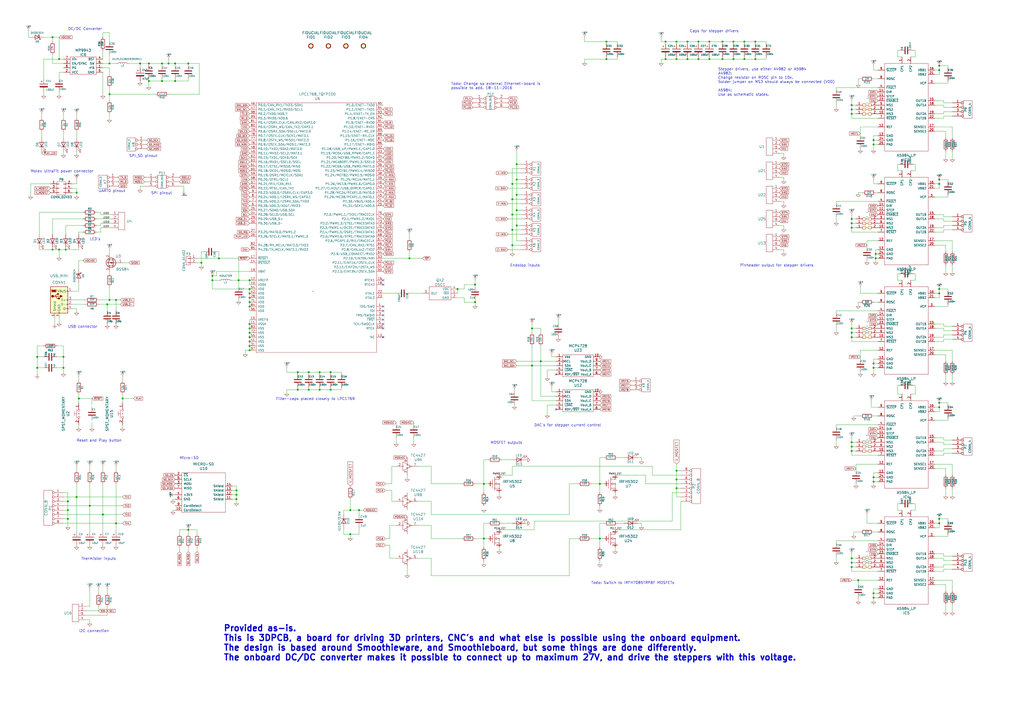
<source format=kicad_sch>
(kicad_sch (version 20211123) (generator eeschema)
  (paper "A2")
  (title_block (title "3DPCB") (date "15 sep 2015") (rev "C") (company "LercheTech"))
  (junction (at 494.03 60.96))
  (junction (at 137.16 284.48))
  (junction (at 438.15 24.13))
  (junction (at 297.18 124.46))
  (junction (at 411.48 24.13))
  (junction (at 71.12 231.14))
  (junction (at 93.98 36.83))
  (junction (at 544.83 104.14))
  (junction (at 144.78 172.72))
  (junction (at 299.72 95.25))
  (junction (at 299.72 104.14))
  (junction (at 203.2 295.91))
  (junction (at 101.6 46.99))
  (junction (at 144.78 167.64))
  (junction (at 172.72 226.06))
  (junction (at 185.42 226.06))
  (junction (at 438.15 34.29))
  (junction (at 185.42 215.9))
  (junction (at 34.29 144.78))
  (junction (at 63.5 36.83))
  (junction (at 494.03 127))
  (junction (at 34.29 34.29))
  (junction (at 44.45 288.29))
  (junction (at 494.03 328.93))
  (junction (at 297.18 133.35))
  (junction (at 419.1 34.29))
  (junction (at 30.48 144.78))
  (junction (at 497.84 336.55))
  (junction (at 275.59 165.1))
  (junction (at 39.37 300.99))
  (junction (at 544.83 38.1))
  (junction (at 191.77 226.06))
  (junction (at 59.69 298.45))
  (junction (at 144.78 195.58))
  (junction (at 137.16 289.56))
  (junction (at 144.78 170.18))
  (junction (at 506.73 276.86))
  (junction (at 494.03 326.39))
  (junction (at 386.08 34.29))
  (junction (at 544.83 300.99))
  (junction (at 392.43 34.29))
  (junction (at 494.03 323.85))
  (junction (at 411.48 34.29))
  (junction (at 494.03 63.5))
  (junction (at 97.79 36.83))
  (junction (at 494.03 129.54))
  (junction (at 431.8 24.13))
  (junction (at 93.98 46.99))
  (junction (at 144.78 175.26))
  (junction (at 544.83 106.68))
  (junction (at 179.07 226.06))
  (junction (at 297.18 106.68))
  (junction (at 494.03 259.08))
  (junction (at 36.83 213.36))
  (junction (at 116.84 152.4))
  (junction (at 494.03 261.62))
  (junction (at 30.48 21.59))
  (junction (at 67.31 173.99))
  (junction (at 494.03 195.58))
  (junction (at 144.78 200.66))
  (junction (at 21.59 213.36))
  (junction (at 313.69 209.55))
  (junction (at 63.5 173.99))
  (junction (at 405.13 24.13))
  (junction (at 506.73 344.17))
  (junction (at 81.28 36.83))
  (junction (at 109.22 307.34))
  (junction (at 398.78 24.13))
  (junction (at 544.83 167.64))
  (junction (at 544.83 170.18))
  (junction (at 392.43 24.13))
  (junction (at 299.72 113.03))
  (junction (at 144.78 177.8))
  (junction (at 297.18 142.24))
  (junction (at 392.43 273.05))
  (junction (at 508 147.32))
  (junction (at 347.98 312.42))
  (junction (at 179.07 215.9))
  (junction (at 398.78 34.29))
  (junction (at 86.36 46.99))
  (junction (at 544.83 40.64))
  (junction (at 425.45 24.13))
  (junction (at 138.43 162.56))
  (junction (at 38.1 144.78))
  (junction (at 144.78 193.04))
  (junction (at 297.18 115.57))
  (junction (at 494.03 132.08))
  (junction (at 544.83 236.22))
  (junction (at 280.67 312.42))
  (junction (at 62.23 176.53))
  (junction (at 275.59 175.26))
  (junction (at 172.72 215.9))
  (junction (at 299.72 121.92))
  (junction (at 45.72 231.14))
  (junction (at 351.79 24.13))
  (junction (at 506.73 83.82))
  (junction (at 191.77 215.9))
  (junction (at 508 149.86))
  (junction (at 419.1 24.13))
  (junction (at 405.13 34.29))
  (junction (at 506.73 213.36))
  (junction (at 21.59 207.01))
  (junction (at 39.37 295.91))
  (junction (at 52.07 293.37))
  (junction (at 351.79 34.29))
  (junction (at 144.78 187.96))
  (junction (at 494.03 190.5))
  (junction (at 237.49 149.86))
  (junction (at 425.45 34.29))
  (junction (at 347.98 280.67))
  (junction (at 137.16 287.02))
  (junction (at 144.78 198.12))
  (junction (at 431.8 34.29))
  (junction (at 265.43 167.64))
  (junction (at 308.61 190.5))
  (junction (at 144.78 190.5))
  (junction (at 392.43 283.21))
  (junction (at 44.45 111.76))
  (junction (at 123.19 160.02))
  (junction (at 506.73 210.82))
  (junction (at 144.78 162.56))
  (junction (at 144.78 203.2))
  (junction (at 86.36 36.83))
  (junction (at 39.37 290.83))
  (junction (at 280.67 280.67))
  (junction (at 544.83 303.53))
  (junction (at 494.03 256.54))
  (junction (at 109.22 36.83))
  (junction (at 308.61 212.09))
  (junction (at 63.5 54.61))
  (junction (at 101.6 36.83))
  (junction (at 386.08 24.13))
  (junction (at 494.03 193.04))
  (junction (at 67.31 303.53))
  (junction (at 208.28 295.91))
  (junction (at 123.19 162.56))
  (junction (at 392.43 278.13))
  (junction (at 494.03 66.04))
  (junction (at 544.83 233.68))
  (junction (at 506.73 346.71))
  (junction (at 299.72 130.81))
  (junction (at 203.2 309.88))
  (junction (at 506.73 279.4))
  (junction (at 506.73 81.28))
  (junction (at 127 149.86))
  (junction (at 36.83 207.01))
  (no_connect (at 222.25 182.88))
  (no_connect (at 322.58 237.49))
  (no_connect (at 222.25 185.42))
  (no_connect (at 222.25 187.96))
  (no_connect (at 222.25 195.58))
  (no_connect (at 222.25 180.34))
  (no_connect (at 222.25 190.5))
  (no_connect (at 222.25 177.8))
  (no_connect (at 322.58 217.17))
  (no_connect (at 222.25 162.56))
  (no_connect (at 222.25 165.1))
  (wire (pts (xy 509.27 303.53) (xy 502.92 303.53)))
  (wire (pts (xy 419.1 34.29) (xy 425.45 34.29)))
  (wire (pts (xy 386.08 24.13) (xy 392.43 24.13)))
  (wire (pts (xy 123.19 162.56) (xy 127 162.56)))
  (wire (pts (xy 496.57 269.24) (xy 496.57 273.05)))
  (wire (pts (xy 229.87 245.11) (xy 229.87 246.38)))
  (wire (pts (xy 58.42 132.08) (xy 58.42 134.62)))
  (wire (pts (xy 339.09 24.13) (xy 351.79 24.13)))
  (wire (pts (xy 44.45 76.2) (xy 44.45 80.01)))
  (wire (pts (xy 383.54 36.83) (xy 383.54 34.29)))
  (wire (pts (xy 77.47 231.14) (xy 71.12 231.14)))
  (wire (pts (xy 542.29 323.85) (xy 547.37 323.85)))
  (wire (pts (xy 322.58 207.01) (xy 320.04 207.01)))
  (wire (pts (xy 104.14 307.34) (xy 104.14 309.88)))
  (wire (pts (xy 509.27 73.66) (xy 499.11 73.66)))
  (wire (pts (xy 378.46 270.51) (xy 297.18 270.51)))
  (wire (pts (xy 542.29 195.58) (xy 547.37 195.58)))
  (wire (pts (xy 313.69 209.55) (xy 313.69 229.87)))
  (wire (pts (xy 542.29 142.24) (xy 548.64 142.24)))
  (wire (pts (xy 59.69 316.23) (xy 59.69 317.5)))
  (wire (pts (xy 520.7 292.1) (xy 521.97 292.1)))
  (wire (pts (xy 36.83 217.17) (xy 36.83 213.36)))
  (wire (pts (xy 71.12 246.38) (xy 71.12 248.92)))
  (wire (pts (xy 36.83 36.83) (xy 30.48 36.83)))
  (wire (pts (xy 52.07 280.67) (xy 52.07 293.37)))
  (wire (pts (xy 63.5 54.61) (xy 63.5 58.42)))
  (wire (pts (xy 39.37 300.99) (xy 39.37 306.07)))
  (wire (pts (xy 506.73 40.64) (xy 506.73 38.1)))
  (wire (pts (xy 250.19 270.51) (xy 242.57 270.51)))
  (wire (pts (xy 41.91 111.76) (xy 44.45 111.76)))
  (wire (pts (xy 137.16 287.02) (xy 137.16 289.56)))
  (wire (pts (xy 454.66 102.87) (xy 454.66 105.41)))
  (wire (pts (xy 185.42 215.9) (xy 191.77 215.9)))
  (wire (pts (xy 444.5 33.02) (xy 444.5 34.29)))
  (wire (pts (xy 45.72 135.89) (xy 45.72 134.62)))
  (wire (pts (xy 191.77 224.79) (xy 191.77 226.06)))
  (wire (pts (xy 67.31 303.53) (xy 71.12 303.53)))
  (wire (pts (xy 302.26 144.78) (xy 294.64 144.78)))
  (wire (pts (xy 81.28 107.95) (xy 81.28 110.49)))
  (wire (pts (xy 203.2 295.91) (xy 208.28 295.91)))
  (wire (pts (xy 530.86 223.52) (xy 530.86 228.6)))
  (wire (pts (xy 299.72 130.81) (xy 299.72 139.7)))
  (wire (pts (xy 25.4 21.59) (xy 30.48 21.59)))
  (wire (pts (xy 411.48 24.13) (xy 411.48 25.4)))
  (wire (pts (xy 347.98 303.53) (xy 350.52 303.53)))
  (wire (pts (xy 506.73 78.74) (xy 506.73 81.28)))
  (wire (pts (xy 86.36 46.99) (xy 93.98 46.99)))
  (wire (pts (xy 55.88 123.19) (xy 58.42 123.19)))
  (wire (pts (xy 542.29 40.64) (xy 544.83 40.64)))
  (wire (pts (xy 529.59 292.1) (xy 530.86 292.1)))
  (wire (pts (xy 166.37 226.06) (xy 166.37 228.6)))
  (wire (pts (xy 36.83 87.63) (xy 36.83 90.17)))
  (wire (pts (xy 199.39 295.91) (xy 199.39 298.45)))
  (wire (pts (xy 398.78 34.29) (xy 405.13 34.29)))
  (wire (pts (xy 549.91 177.8) (xy 542.29 177.8)))
  (wire (pts (xy 542.29 303.53) (xy 544.83 303.53)))
  (wire (pts (xy 229.87 254) (xy 229.87 257.81)))
  (wire (pts (xy 544.83 236.22) (xy 544.83 238.76)))
  (wire (pts (xy 280.67 266.7) (xy 280.67 280.67)))
  (wire (pts (xy 548.64 205.74) (xy 548.64 209.55)))
  (wire (pts (xy 544.83 300.99) (xy 544.83 303.53)))
  (wire (pts (xy 34.29 144.78) (xy 38.1 144.78)))
  (wire (pts (xy 123.19 167.64) (xy 144.78 167.64)))
  (wire (pts (xy 392.43 283.21) (xy 392.43 288.29)))
  (wire (pts (xy 86.36 46.99) (xy 86.36 50.8)))
  (wire (pts (xy 542.29 106.68) (xy 544.83 106.68)))
  (wire (pts (xy 383.54 24.13) (xy 386.08 24.13)))
  (wire (pts (xy 39.37 295.91) (xy 36.83 295.91)))
  (wire (pts (xy 494.03 68.58) (xy 509.27 68.58)))
  (wire (pts (xy 494.03 321.31) (xy 494.03 323.85)))
  (wire (pts (xy 494.03 195.58) (xy 494.03 198.12)))
  (wire (pts (xy 544.83 238.76) (xy 542.29 238.76)))
  (wire (pts (xy 49.53 356.87) (xy 62.23 356.87)))
  (wire (pts (xy 544.83 43.18) (xy 542.29 43.18)))
  (wire (pts (xy 342.9 312.42) (xy 347.98 312.42)))
  (wire (pts (xy 494.03 132.08) (xy 494.03 134.62)))
  (wire (pts (xy 542.29 339.09) (xy 548.64 339.09)))
  (wire (pts (xy 549.91 113.03) (xy 549.91 114.3)))
  (wire (pts (xy 506.73 346.71) (xy 506.73 349.25)))
  (wire (pts (xy 542.29 261.62) (xy 547.37 261.62)))
  (wire (pts (xy 547.37 132.08) (xy 547.37 130.81)))
  (wire (pts (xy 398.78 24.13) (xy 398.78 25.4)))
  (wire (pts (xy 203.2 309.88) (xy 208.28 309.88)))
  (wire (pts (xy 302.26 95.25) (xy 299.72 95.25)))
  (wire (pts (xy 542.29 331.47) (xy 547.37 331.47)))
  (wire (pts (xy 297.18 270.51) (xy 297.18 275.59)))
  (wire (pts (xy 356.87 285.75) (xy 356.87 288.29)))
  (wire (pts (xy 203.2 309.88) (xy 203.2 312.42)))
  (wire (pts (xy 97.79 36.83) (xy 101.6 36.83)))
  (wire (pts (xy 549.91 38.1) (xy 549.91 39.37)))
  (wire (pts (xy 57.15 341.63) (xy 57.15 344.17)))
  (wire (pts (xy 67.31 280.67) (xy 67.31 303.53)))
  (wire (pts (xy 509.27 175.26) (xy 506.73 175.26)))
  (wire (pts (xy 419.1 33.02) (xy 419.1 34.29)))
  (wire (pts (xy 411.48 33.02) (xy 411.48 34.29)))
  (wire (pts (xy 144.78 165.1) (xy 144.78 162.56)))
  (wire (pts (xy 36.83 285.75) (xy 39.37 285.75)))
  (wire (pts (xy 59.69 298.45) (xy 71.12 298.45)))
  (wire (pts (xy 454.66 88.9) (xy 454.66 91.44)))
  (wire (pts (xy 134.62 162.56) (xy 138.43 162.56)))
  (wire (pts (xy 386.08 33.02) (xy 386.08 34.29)))
  (wire (pts (xy 34.29 34.29) (xy 36.83 34.29)))
  (wire (pts (xy 549.91 38.1) (xy 544.83 38.1)))
  (wire (pts (xy 542.29 236.22) (xy 544.83 236.22)))
  (wire (pts (xy 57.15 176.53) (xy 62.23 176.53)))
  (wire (pts (xy 227.33 284.48) (xy 227.33 290.83)))
  (wire (pts (xy 549.91 233.68) (xy 549.91 234.95)))
  (wire (pts (xy 59.69 270.51) (xy 59.69 273.05)))
  (wire (pts (xy 30.48 143.51) (xy 30.48 144.78)))
  (wire (pts (xy 275.59 175.26) (xy 275.59 177.8)))
  (wire (pts (xy 506.73 83.82) (xy 509.27 83.82)))
  (wire (pts (xy 39.37 285.75) (xy 39.37 290.83)))
  (wire (pts (xy 509.27 40.64) (xy 506.73 40.64)))
  (wire (pts (xy 499.11 45.72) (xy 497.84 45.72)))
  (wire (pts (xy 547.37 323.85) (xy 547.37 325.12)))
  (wire (pts (xy 36.83 293.37) (xy 52.07 293.37)))
  (wire (pts (xy 502.92 303.53) (xy 502.92 298.45)))
  (wire (pts (xy 55.88 130.81) (xy 58.42 130.81)))
  (wire (pts (xy 250.19 323.85) (xy 250.19 334.01)))
  (wire (pts (xy 302.26 121.92) (xy 299.72 121.92)))
  (wire (pts (xy 392.43 269.24) (xy 392.43 273.05)))
  (wire (pts (xy 198.12 215.9) (xy 198.12 217.17)))
  (wire (pts (xy 123.19 162.56) (xy 123.19 167.64)))
  (wire (pts (xy 36.83 288.29) (xy 44.45 288.29)))
  (wire (pts (xy 497.84 336.55) (xy 497.84 339.09)))
  (wire (pts (xy 265.43 170.18) (xy 265.43 167.64)))
  (wire (pts (xy 25.4 34.29) (xy 25.4 45.72)))
  (wire (pts (xy 552.45 133.35) (xy 547.37 133.35)))
  (wire (pts (xy 83.82 107.95) (xy 81.28 107.95)))
  (wire (pts (xy 425.45 24.13) (xy 431.8 24.13)))
  (wire (pts (xy 356.87 307.34) (xy 394.97 307.34)))
  (wire (pts (xy 63.5 36.83) (xy 67.31 36.83)))
  (wire (pts (xy 392.43 288.29) (xy 394.97 288.29)))
  (wire (pts (xy 116.84 152.4) (xy 116.84 154.94)))
  (wire (pts (xy 392.43 278.13) (xy 392.43 283.21)))
  (wire (pts (xy 309.88 302.26) (xy 389.89 302.26)))
  (wire (pts (xy 179.07 215.9) (xy 185.42 215.9)))
  (wire (pts (xy 25.4 53.34) (xy 25.4 55.88)))
  (wire (pts (xy 38.1 144.78) (xy 45.72 144.78)))
  (wire (pts (xy 544.83 104.14) (xy 544.83 106.68)))
  (wire (pts (xy 419.1 24.13) (xy 419.1 25.4)))
  (wire (pts (xy 208.28 295.91) (xy 208.28 298.45)))
  (wire (pts (xy 444.5 24.13) (xy 444.5 25.4)))
  (wire (pts (xy 41.91 168.91) (xy 45.72 168.91)))
  (wire (pts (xy 30.48 127) (xy 30.48 135.89)))
  (wire (pts (xy 496.57 193.04) (xy 494.03 193.04)))
  (wire (pts (xy 411.48 34.29) (xy 419.1 34.29)))
  (wire (pts (xy 494.03 256.54) (xy 494.03 259.08)))
  (wire (pts (xy 552.45 67.31) (xy 547.37 67.31)))
  (wire (pts (xy 275.59 173.99) (xy 275.59 175.26)))
  (wire (pts (xy 144.78 195.58) (xy 144.78 198.12)))
  (wire (pts (xy 21.59 213.36) (xy 25.4 213.36)))
  (wire (pts (xy 547.37 328.93) (xy 547.37 327.66)))
  (wire (pts (xy 454.66 116.84) (xy 454.66 119.38)))
  (wire (pts (xy 438.15 24.13) (xy 444.5 24.13)))
  (wire (pts (xy 548.64 87.63) (xy 548.64 92.71)))
  (wire (pts (xy 494.03 323.85) (xy 494.03 326.39)))
  (wire (pts (xy 547.37 127) (xy 547.37 128.27)))
  (wire (pts (xy 280.67 280.67) (xy 283.21 280.67)))
  (wire (pts (xy 369.57 303.53) (xy 372.11 303.53)))
  (wire (pts (xy 356.87 317.5) (xy 356.87 320.04)))
  (wire (pts (xy 24.13 76.2) (xy 24.13 80.01)))
  (wire (pts (xy 31.75 184.15) (xy 31.75 187.96)))
  (wire (pts (xy 322.58 214.63) (xy 317.5 214.63)))
  (wire (pts (xy 16.51 21.59) (xy 16.51 17.78)))
  (wire (pts (xy 330.2 334.01) (xy 330.2 312.42)))
  (wire (pts (xy 63.5 39.37) (xy 59.69 39.37)))
  (wire (pts (xy 509.27 81.28) (xy 506.73 81.28)))
  (wire (pts (xy 308.61 190.5) (xy 308.61 193.04)))
  (wire (pts (xy 67.31 173.99) (xy 69.85 173.99)))
  (wire (pts (xy 520.7 95.25) (xy 521.97 95.25)))
  (wire (pts (xy 223.52 316.23) (xy 226.06 316.23)))
  (wire (pts (xy 502.92 139.7) (xy 502.92 143.51)))
  (wire (pts (xy 101.6 289.56) (xy 100.33 289.56)))
  (wire (pts (xy 144.78 177.8) (xy 144.78 180.34)))
  (wire (pts (xy 191.77 226.06) (xy 198.12 226.06)))
  (wire (pts (xy 542.29 336.55) (xy 552.45 336.55)))
  (wire (pts (xy 405.13 34.29) (xy 411.48 34.29)))
  (wire (pts (xy 222.25 149.86) (xy 237.49 149.86)))
  (wire (pts (xy 544.83 233.68) (xy 544.83 236.22)))
  (wire (pts (xy 494.03 129.54) (xy 494.03 132.08)))
  (wire (pts (xy 425.45 34.29) (xy 431.8 34.29)))
  (wire (pts (xy 552.45 125.73) (xy 547.37 125.73)))
  (wire (pts (xy 58.42 130.81) (xy 58.42 129.54)))
  (wire (pts (xy 250.19 280.67) (xy 267.97 280.67)))
  (wire (pts (xy 508 144.78) (xy 508 147.32)))
  (wire (pts (xy 297.18 97.79) (xy 297.18 106.68)))
  (wire (pts (xy 497.84 111.76) (xy 497.84 113.03)))
  (wire (pts (xy 520.7 292.1) (xy 520.7 295.91)))
  (wire (pts (xy 313.69 229.87) (xy 322.58 229.87)))
  (wire (pts (xy 494.03 124.46) (xy 494.03 127)))
  (wire (pts (xy 30.48 21.59) (xy 34.29 21.59)))
  (wire (pts (xy 144.78 185.42) (xy 144.78 187.96)))
  (wire (pts (xy 100.33 295.91) (xy 100.33 297.18)))
  (wire (pts (xy 109.22 317.5) (xy 109.22 320.04)))
  (wire (pts (xy 208.28 295.91) (xy 210.82 295.91)))
  (wire (pts (xy 392.43 283.21) (xy 394.97 283.21)))
  (wire (pts (xy 134.62 287.02) (xy 137.16 287.02)))
  (wire (pts (xy 547.37 260.35) (xy 552.45 260.35)))
  (wire (pts (xy 454.66 130.81) (xy 454.66 133.35)))
  (wire (pts (xy 339.09 34.29) (xy 339.09 36.83)))
  (wire (pts (xy 499.11 170.18) (xy 499.11 166.37)))
  (wire (pts (xy 496.57 129.54) (xy 494.03 129.54)))
  (wire (pts (xy 250.19 304.8) (xy 242.57 304.8)))
  (wire (pts (xy 529.59 223.52) (xy 530.86 223.52)))
  (wire (pts (xy 452.12 88.9) (xy 454.66 88.9)))
  (wire (pts (xy 509.27 210.82) (xy 506.73 210.82)))
  (wire (pts (xy 166.37 226.06) (xy 172.72 226.06)))
  (wire (pts (xy 485.14 59.69) (xy 485.14 63.5)))
  (wire (pts (xy 199.39 306.07) (xy 199.39 309.88)))
  (wire (pts (xy 109.22 36.83) (xy 109.22 38.1)))
  (wire (pts (xy 552.45 322.58) (xy 547.37 322.58)))
  (wire (pts (xy 71.12 218.44) (xy 71.12 220.98)))
  (wire (pts (xy 411.48 24.13) (xy 419.1 24.13)))
  (wire (pts (xy 552.45 255.27) (xy 547.37 255.27)))
  (wire (pts (xy 302.26 130.81) (xy 299.72 130.81)))
  (wire (pts (xy 93.98 36.83) (xy 93.98 38.1)))
  (wire (pts (xy 62.23 187.96) (xy 62.23 189.23)))
  (wire (pts (xy 389.89 285.75) (xy 394.97 285.75)))
  (wire (pts (xy 494.03 328.93) (xy 496.57 328.93)))
  (wire (pts (xy 320.04 227.33) (xy 320.04 224.79)))
  (wire (pts (xy 308.61 187.96) (xy 308.61 190.5)))
  (wire (pts (xy 542.29 269.24) (xy 552.45 269.24)))
  (wire (pts (xy 172.72 215.9) (xy 172.72 217.17)))
  (wire (pts (xy 62.23 341.63) (xy 62.23 344.17)))
  (wire (pts (xy 508 147.32) (xy 508 149.86)))
  (wire (pts (xy 323.85 195.58) (xy 323.85 196.85)))
  (wire (pts (xy 280.67 325.12) (xy 280.67 327.66)))
  (wire (pts (xy 547.37 133.35) (xy 547.37 134.62)))
  (wire (pts (xy 494.03 261.62) (xy 496.57 261.62)))
  (wire (pts (xy 392.43 34.29) (xy 398.78 34.29)))
  (wire (pts (xy 45.72 134.62) (xy 48.26 134.62)))
  (wire (pts (xy 53.34 231.14) (xy 53.34 234.95)))
  (wire (pts (xy 269.24 175.26) (xy 275.59 175.26)))
  (wire (pts (xy 38.1 130.81) (xy 38.1 135.89)))
  (wire (pts (xy 431.8 34.29) (xy 438.15 34.29)))
  (wire (pts (xy 500.38 111.76) (xy 497.84 111.76)))
  (wire (pts (xy 44.45 87.63) (xy 44.45 90.17)))
  (wire (pts (xy 297.18 124.46) (xy 297.18 133.35)))
  (wire (pts (xy 542.29 132.08) (xy 547.37 132.08)))
  (wire (pts (xy 547.37 64.77) (xy 552.45 64.77)))
  (wire (pts (xy 547.37 128.27) (xy 552.45 128.27)))
  (wire (pts (xy 265.43 172.72) (xy 269.24 172.72)))
  (wire (pts (xy 530.86 292.1) (xy 530.86 295.91)))
  (wire (pts (xy 81.28 36.83) (xy 81.28 39.37)))
  (wire (pts (xy 330.2 298.45) (xy 330.2 280.67)))
  (wire (pts (xy 45.72 151.13) (xy 45.72 156.21)))
  (wire (pts (xy 116.84 146.05) (xy 116.84 152.4)))
  (wire (pts (xy 45.72 163.83) (xy 45.72 168.91)))
  (wire (pts (xy 495.3 241.3) (xy 495.3 242.57)))
  (wire (pts (xy 313.69 209.55) (xy 322.58 209.55)))
  (wire (pts (xy 485.14 125.73) (xy 485.14 129.54)))
  (wire (pts (xy 509.27 274.32) (xy 506.73 274.32)))
  (wire (pts (xy 372.11 303.53) (xy 372.11 306.07)))
  (wire (pts (xy 520.7 29.21) (xy 520.7 33.02)))
  (wire (pts (xy 302.26 115.57) (xy 297.18 115.57)))
  (wire (pts (xy 269.24 167.64) (xy 269.24 165.1)))
  (wire (pts (xy 542.29 139.7) (xy 552.45 139.7)))
  (wire (pts (xy 38.1 130.81) (xy 48.26 130.81)))
  (wire (pts (xy 509.27 241.3) (xy 506.73 241.3)))
  (wire (pts (xy 44.45 280.67) (xy 44.45 288.29)))
  (wire (pts (xy 549.91 176.53) (xy 549.91 177.8)))
  (wire (pts (xy 308.61 232.41) (xy 322.58 232.41)))
  (wire (pts (xy 509.27 78.74) (xy 506.73 78.74)))
  (wire (pts (xy 392.43 24.13) (xy 392.43 25.4)))
  (wire (pts (xy 302.26 97.79) (xy 297.18 97.79)))
  (wire (pts (xy 36.83 66.04) (xy 36.83 68.58)))
  (wire (pts (xy 509.27 147.32) (xy 508 147.32)))
  (wire (pts (xy 36.83 207.01) (xy 33.02 207.01)))
  (wire (pts (xy 549.91 309.88) (xy 549.91 311.15)))
  (wire (pts (xy 530.86 33.02) (xy 528.32 33.02)))
  (wire (pts (xy 547.37 130.81) (xy 552.45 130.81)))
  (wire (pts (xy 67.31 303.53) (xy 67.31 308.61)))
  (wire (pts (xy 52.07 359.41) (xy 52.07 361.95)))
  (wire (pts (xy 44.45 179.07) (xy 44.45 181.61)))
  (wire (pts (xy 392.43 24.13) (xy 398.78 24.13)))
  (wire (pts (xy 36.83 76.2) (xy 36.83 80.01)))
  (wire (pts (xy 134.62 281.94) (xy 137.16 281.94)))
  (wire (pts (xy 144.78 190.5) (xy 144.78 193.04)))
  (wire (pts (xy 322.58 234.95) (xy 317.5 234.95)))
  (wire (pts (xy 52.07 351.79) (xy 52.07 341.63)))
  (wire (pts (xy 529.59 95.25) (xy 530.86 95.25)))
  (wire (pts (xy 22.86 123.19) (xy 22.86 135.89)))
  (wire (pts (xy 547.37 321.31) (xy 542.29 321.31)))
  (wire (pts (xy 71.12 152.4) (xy 74.93 152.4)))
  (wire (pts (xy 58.42 124.46) (xy 58.42 123.19)))
  (wire (pts (xy 549.91 300.99) (xy 549.91 302.26)))
  (wire (pts (xy 549.91 167.64) (xy 544.83 167.64)))
  (wire (pts (xy 548.64 350.52) (xy 548.64 355.6)))
  (wire (pts (xy 548.64 153.67) (xy 548.64 158.75)))
  (wire (pts (xy 552.45 336.55) (xy 552.45 342.9)))
  (wire (pts (xy 544.83 106.68) (xy 544.83 109.22)))
  (wire (pts (xy 116.84 146.05) (xy 118.11 146.05)))
  (wire (pts (xy 520.7 228.6) (xy 523.24 228.6)))
  (wire (pts (xy 36.83 200.66) (xy 33.02 200.66)))
  (wire (pts (xy 383.54 24.13) (xy 383.54 21.59)))
  (wire (pts (xy 509.27 276.86) (xy 506.73 276.86)))
  (wire (pts (xy 203.2 289.56) (xy 203.2 295.91)))
  (wire (pts (xy 53.34 245.11) (xy 53.34 248.92)))
  (wire (pts (xy 39.37 290.83) (xy 39.37 295.91)))
  (wire (pts (xy 552.45 196.85) (xy 547.37 196.85)))
  (wire (pts (xy 496.57 127) (xy 494.03 127)))
  (wire (pts (xy 36.83 303.53) (xy 67.31 303.53)))
  (wire (pts (xy 485.14 189.23) (xy 485.14 193.04)))
  (wire (pts (xy 549.91 167.64) (xy 549.91 168.91)))
  (wire (pts (xy 548.64 283.21) (xy 548.64 288.29)))
  (wire (pts (xy 506.73 279.4) (xy 509.27 279.4)))
  (wire (pts (xy 52.07 270.51) (xy 52.07 273.05)))
  (wire (pts (xy 59.69 36.83) (xy 63.5 36.83)))
  (wire (pts (xy 144.78 170.18) (xy 144.78 172.72)))
  (wire (pts (xy 452.12 116.84) (xy 454.66 116.84)))
  (wire (pts (xy 313.69 200.66) (xy 313.69 209.55)))
  (wire (pts (xy 302.26 133.35) (xy 297.18 133.35)))
  (wire (pts (xy 548.64 271.78) (xy 548.64 275.59)))
  (wire (pts (xy 530.86 162.56) (xy 528.32 162.56)))
  (wire (pts (xy 280.67 312.42) (xy 280.67 317.5)))
  (wire (pts (xy 289.56 285.75) (xy 289.56 288.29)))
  (wire (pts (xy 297.18 133.35) (xy 297.18 142.24)))
  (wire (pts (xy 547.37 322.58) (xy 547.37 321.31)))
  (wire (pts (xy 339.09 34.29) (xy 351.79 34.29)))
  (wire (pts (xy 304.8 266.7) (xy 306.07 266.7)))
  (wire (pts (xy 138.43 149.86) (xy 138.43 162.56)))
  (wire (pts (xy 502.92 151.13) (xy 502.92 152.4)))
  (wire (pts (xy 322.58 227.33) (xy 320.04 227.33)))
  (wire (pts (xy 45.72 218.44) (xy 45.72 220.98)))
  (wire (pts (xy 226.06 323.85) (xy 229.87 323.85)))
  (wire (pts (xy 320.04 207.01) (xy 320.04 205.74)))
  (wire (pts (xy 552.45 330.2) (xy 547.37 330.2)))
  (wire (pts (xy 506.73 106.68) (xy 509.27 106.68)))
  (wire (pts (xy 25.4 34.29) (xy 34.29 34.29)))
  (wire (pts (xy 552.45 262.89) (xy 547.37 262.89)))
  (wire (pts (xy 499.11 241.3) (xy 495.3 241.3)))
  (wire (pts (xy 405.13 24.13) (xy 405.13 25.4)))
  (wire (pts (xy 485.14 322.58) (xy 485.14 326.39)))
  (wire (pts (xy 44.45 106.68) (xy 44.45 104.14)))
  (wire (pts (xy 351.79 34.29) (xy 358.14 34.29)))
  (wire (pts (xy 86.36 45.72) (xy 86.36 46.99)))
  (wire (pts (xy 505.46 236.22) (xy 505.46 232.41)))
  (wire (pts (xy 530.86 158.75) (xy 530.86 162.56)))
  (wire (pts (xy 547.37 124.46) (xy 542.29 124.46)))
  (wire (pts (xy 179.07 224.79) (xy 179.07 226.06)))
  (wire (pts (xy 227.33 280.67) (xy 227.33 270.51)))
  (wire (pts (xy 30.48 144.78) (xy 34.29 144.78)))
  (wire (pts (xy 179.07 226.06) (xy 185.42 226.06)))
  (wire (pts (xy 299.72 209.55) (xy 313.69 209.55)))
  (wire (pts (xy 137.16 289.56) (xy 137.16 292.1)))
  (wire (pts (xy 547.37 62.23) (xy 552.45 62.23)))
  (wire (pts (xy 496.57 256.54) (xy 494.03 256.54)))
  (wire (pts (xy 237.49 146.05) (xy 237.49 149.86)))
  (wire (pts (xy 547.37 190.5) (xy 547.37 191.77)))
  (wire (pts (xy 49.53 359.41) (xy 52.07 359.41)))
  (wire (pts (xy 509.27 341.63) (xy 506.73 341.63)))
  (wire (pts (xy 302.26 106.68) (xy 297.18 106.68)))
  (wire (pts (xy 431.8 24.13) (xy 438.15 24.13)))
  (wire (pts (xy 289.56 307.34) (xy 309.88 307.34)))
  (wire (pts (xy 138.43 173.99) (xy 138.43 175.26)))
  (wire (pts (xy 289.56 317.5) (xy 289.56 320.04)))
  (wire (pts (xy 308.61 190.5) (xy 313.69 190.5)))
  (wire (pts (xy 44.45 316.23) (xy 44.45 317.5)))
  (wire (pts (xy 497.84 45.72) (xy 497.84 49.53)))
  (wire (pts (xy 499.11 73.66) (xy 499.11 78.74)))
  (wire (pts (xy 547.37 68.58) (xy 542.29 68.58)))
  (wire (pts (xy 548.64 339.09) (xy 548.64 342.9)))
  (wire (pts (xy 250.19 312.42) (xy 250.19 304.8)))
  (wire (pts (xy 137.16 281.94) (xy 137.16 284.48)))
  (wire (pts (xy 67.31 316.23) (xy 67.31 317.5)))
  (wire (pts (xy 506.73 81.28) (xy 506.73 83.82)))
  (wire (pts (xy 485.14 180.34) (xy 485.14 181.61)))
  (wire (pts (xy 123.19 160.02) (xy 123.19 162.56)))
  (wire (pts (xy 49.53 351.79) (xy 52.07 351.79)))
  (wire (pts (xy 544.83 167.64) (xy 544.83 170.18)))
  (wire (pts (xy 452.12 144.78) (xy 454.66 144.78)))
  (wire (pts (xy 454.66 144.78) (xy 454.66 147.32)))
  (wire (pts (xy 237.49 170.18) (xy 245.11 170.18)))
  (wire (pts (xy 275.59 312.42) (xy 280.67 312.42)))
  (wire (pts (xy 547.37 66.04) (xy 547.37 64.77)))
  (wire (pts (xy 299.72 104.14) (xy 299.72 113.03)))
  (wire (pts (xy 392.43 33.02) (xy 392.43 34.29)))
  (wire (pts (xy 275.59 165.1) (xy 275.59 166.37)))
  (wire (pts (xy 506.73 208.28) (xy 506.73 210.82)))
  (wire (pts (xy 549.91 242.57) (xy 549.91 243.84)))
  (wire (pts (xy 63.5 39.37) (xy 63.5 43.18)))
  (wire (pts (xy 63.5 54.61) (xy 90.17 54.61)))
  (wire (pts (xy 39.37 295.91) (xy 39.37 300.99)))
  (wire (pts (xy 520.7 223.52) (xy 521.97 223.52)))
  (wire (pts (xy 547.37 58.42) (xy 542.29 58.42)))
  (wire (pts (xy 547.37 196.85) (xy 547.37 198.12)))
  (wire (pts (xy 172.72 215.9) (xy 179.07 215.9)))
  (wire (pts (xy 36.83 213.36) (xy 33.02 213.36)))
  (wire (pts (xy 544.83 172.72) (xy 542.29 172.72)))
  (wire (pts (xy 240.03 245.11) (xy 240.03 246.38)))
  (wire (pts (xy 63.5 173.99) (xy 67.31 173.99)))
  (wire (pts (xy 34.29 53.34) (xy 34.29 55.88)))
  (wire (pts (xy 496.57 63.5) (xy 494.03 63.5)))
  (wire (pts (xy 297.18 106.68) (xy 297.18 115.57)))
  (wire (pts (xy 41.91 109.22) (xy 44.45 109.22)))
  (wire (pts (xy 547.37 194.31) (xy 552.45 194.31)))
  (wire (pts (xy 520.7 158.75) (xy 521.97 158.75)))
  (wire (pts (xy 125.73 160.02) (xy 123.19 160.02)))
  (wire (pts (xy 496.57 132.08) (xy 494.03 132.08)))
  (wire (pts (xy 63.5 50.8) (xy 63.5 54.61)))
  (wire (pts (xy 394.97 275.59) (xy 378.46 275.59)))
  (wire (pts (xy 530.86 295.91) (xy 528.32 295.91)))
  (wire (pts (xy 347.98 280.67) (xy 347.98 285.75)))
  (wire (pts (xy 64.77 124.46) (xy 58.42 124.46)))
  (wire (pts (xy 520.7 223.52) (xy 520.7 228.6)))
  (wire (pts (xy 547.37 60.96) (xy 547.37 62.23)))
  (wire (pts (xy 109.22 36.83) (xy 115.57 36.83)))
  (wire (pts (xy 67.31 270.51) (xy 67.31 273.05)))
  (wire (pts (xy 302.26 124.46) (xy 297.18 124.46)))
  (wire (pts (xy 144.78 172.72) (xy 144.78 175.26)))
  (wire (pts (xy 339.09 24.13) (xy 339.09 21.59)))
  (wire (pts (xy 547.37 255.27) (xy 547.37 254)))
  (wire (pts (xy 506.73 45.72) (xy 509.27 45.72)))
  (wire (pts (xy 62.23 351.79) (xy 62.23 356.87)))
  (wire (pts (xy 308.61 212.09) (xy 322.58 212.09)))
  (wire (pts (xy 302.26 100.33) (xy 294.64 100.33)))
  (wire (pts (xy 552.45 59.69) (xy 547.37 59.69)))
  (wire (pts (xy 36.83 290.83) (xy 39.37 290.83)))
  (wire (pts (xy 405.13 24.13) (xy 411.48 24.13)))
  (wire (pts (xy 438.15 34.29) (xy 444.5 34.29)))
  (wire (pts (xy 497.84 346.71) (xy 497.84 349.25)))
  (wire (pts (xy 41.91 173.99) (xy 49.53 173.99)))
  (wire (pts (xy 506.73 210.82) (xy 506.73 213.36)))
  (wire (pts (xy 347.98 312.42) (xy 350.52 312.42)))
  (wire (pts (xy 330.2 312.42) (xy 335.28 312.42)))
  (wire (pts (xy 452.12 102.87) (xy 454.66 102.87)))
  (wire (pts (xy 250.19 323.85) (xy 242.57 323.85)))
  (wire (pts (xy 495.3 308.61) (xy 495.3 311.15)))
  (wire (pts (xy 265.43 167.64) (xy 269.24 167.64)))
  (wire (pts (xy 250.19 280.67) (xy 250.19 270.51)))
  (wire (pts (xy 250.19 290.83) (xy 242.57 290.83)))
  (wire (pts (xy 93.98 36.83) (xy 97.79 36.83)))
  (wire (pts (xy 62.23 176.53) (xy 62.23 180.34)))
  (wire (pts (xy 520.7 95.25) (xy 520.7 99.06)))
  (wire (pts (xy 71.12 231.14) (xy 71.12 233.68)))
  (wire (pts (xy 280.67 312.42) (xy 283.21 312.42)))
  (wire (pts (xy 549.91 311.15) (xy 542.29 311.15)))
  (wire (pts (xy 34.29 184.15) (xy 34.29 187.96)))
  (wire (pts (xy 58.42 129.54) (xy 64.77 129.54)))
  (wire (pts (xy 509.27 180.34) (xy 485.14 180.34)))
  (wire (pts (xy 506.73 213.36) (xy 509.27 213.36)))
  (wire (pts (xy 392.43 278.13) (xy 394.97 278.13)))
  (wire (pts (xy 166.37 215.9) (xy 172.72 215.9)))
  (wire (pts (xy 49.53 354.33) (xy 57.15 354.33)))
  (wire (pts (xy 185.42 215.9) (xy 185.42 217.17)))
  (wire (pts (xy 25.4 200.66) (xy 21.59 200.66)))
  (wire (pts (xy 308.61 200.66) (xy 308.61 212.09)))
  (wire (pts (xy 323.85 185.42) (xy 323.85 187.96)))
  (wire (pts (xy 358.14 33.02) (xy 358.14 34.29)))
  (wire (pts (xy 39.37 300.99) (xy 36.83 300.99)))
  (wire (pts (xy 57.15 351.79) (xy 57.15 354.33)))
  (wire (pts (xy 144.78 198.12) (xy 144.78 200.66)))
  (wire (pts (xy 330.2 280.67) (xy 335.28 280.67)))
  (wire (pts (xy 549.91 104.14) (xy 549.91 105.41)))
  (wire (pts (xy 509.27 313.69) (xy 485.14 313.69)))
  (wire (pts (xy 106.68 107.95) (xy 106.68 110.49)))
  (wire (pts (xy 552.45 153.67) (xy 552.45 158.75)))
  (wire (pts (xy 22.86 143.51) (xy 22.86 144.78)))
  (wire (pts (xy 41.91 176.53) (xy 49.53 176.53)))
  (wire (pts (xy 509.27 346.71) (xy 506.73 346.71)))
  (wire (pts (xy 506.73 341.63) (xy 506.73 344.17)))
  (wire (pts (xy 191.77 215.9) (xy 191.77 217.17)))
  (wire (pts (xy 317.5 214.63) (xy 317.5 219.71)))
  (wire (pts (xy 499.11 86.36) (xy 499.11 87.63)))
  (wire (pts (xy 351.79 24.13) (xy 351.79 25.4)))
  (wire (pts (xy 48.26 151.13) (xy 45.72 151.13)))
  (wire (pts (xy 36.83 298.45) (xy 59.69 298.45)))
  (wire (pts (xy 425.45 24.13) (xy 425.45 25.4)))
  (wire (pts (xy 509.27 344.17) (xy 506.73 344.17)))
  (wire (pts (xy 101.6 46.99) (xy 109.22 46.99)))
  (wire (pts (xy 529.59 29.21) (xy 530.86 29.21)))
  (wire (pts (xy 198.12 224.79) (xy 198.12 226.06)))
  (wire (pts (xy 240.03 254) (xy 240.03 257.81)))
  (wire (pts (xy 63.5 66.04) (xy 63.5 69.85)))
  (wire (pts (xy 342.9 280.67) (xy 347.98 280.67)))
  (wire (pts (xy 236.22 328.93) (xy 236.22 334.01)))
  (wire (pts (xy 127 149.86) (xy 114.3 149.86)))
  (wire (pts (xy 101.6 36.83) (xy 109.22 36.83)))
  (wire (pts (xy 542.29 271.78) (xy 548.64 271.78)))
  (wire (pts (xy 520.7 158.75) (xy 520.7 162.56)))
  (wire (pts (xy 374.65 280.67) (xy 374.65 275.59)))
  (wire (pts (xy 299.72 113.03) (xy 299.72 121.92)))
  (wire (pts (xy 496.57 195.58) (xy 494.03 195.58)))
  (wire (pts (xy 547.37 327.66) (xy 552.45 327.66)))
  (wire (pts (xy 59.69 19.05) (xy 63.5 19.05)))
  (wire (pts (xy 506.73 83.82) (xy 506.73 87.63)))
  (wire (pts (xy 547.37 59.69) (xy 547.37 58.42)))
  (wire (pts (xy 485.14 255.27) (xy 485.14 259.08)))
  (wire (pts (xy 392.43 273.05) (xy 392.43 278.13)))
  (wire (pts (xy 63.5 144.78) (xy 63.5 147.32)))
  (wire (pts (xy 227.33 290.83) (xy 229.87 290.83)))
  (wire (pts (xy 101.6 45.72) (xy 101.6 46.99)))
  (wire (pts (xy 494.03 58.42) (xy 494.03 60.96)))
  (wire (pts (xy 494.03 328.93) (xy 494.03 331.47)))
  (wire (pts (xy 275.59 165.1) (xy 275.59 162.56)))
  (wire (pts (xy 485.14 313.69) (xy 485.14 314.96)))
  (wire (pts (xy 542.29 127) (xy 547.37 127)))
  (wire (pts (xy 547.37 187.96) (xy 542.29 187.96)))
  (wire (pts (xy 104.14 307.34) (xy 109.22 307.34)))
  (wire (pts (xy 38.1 143.51) (xy 38.1 144.78)))
  (wire (pts (xy 36.83 207.01) (xy 36.83 200.66)))
  (wire (pts (xy 494.03 254) (xy 494.03 256.54)))
  (wire (pts (xy 100.33 289.56) (xy 100.33 290.83)))
  (wire (pts (xy 508 111.76) (xy 509.27 111.76)))
  (wire (pts (xy 547.37 125.73) (xy 547.37 124.46)))
  (wire (pts (xy 317.5 234.95) (xy 317.5 241.3)))
  (wire (pts (xy 45.72 233.68) (xy 45.72 231.14)))
  (wire (pts (xy 494.03 193.04) (xy 494.03 195.58)))
  (wire (pts (xy 542.29 190.5) (xy 547.37 190.5)))
  (wire (pts (xy 309.88 307.34) (xy 309.88 302.26)))
  (wire (pts (xy 144.78 175.26) (xy 144.78 177.8)))
  (wire (pts (xy 544.83 303.53) (xy 544.83 306.07)))
  (wire (pts (xy 347.98 325.12) (xy 347.98 327.66)))
  (wire (pts (xy 547.37 134.62) (xy 542.29 134.62)))
  (wire (pts (xy 509.27 203.2) (xy 499.11 203.2)))
  (wire (pts (xy 101.6 295.91) (xy 100.33 295.91)))
  (wire (pts (xy 542.29 264.16) (xy 547.37 264.16)))
  (wire (pts (xy 21.59 207.01) (xy 25.4 207.01)))
  (wire (pts (xy 530.86 29.21) (xy 530.86 33.02)))
  (wire (pts (xy 542.29 328.93) (xy 547.37 328.93)))
  (wire (pts (xy 86.36 36.83) (xy 86.36 38.1)))
  (wire (pts (xy 250.19 298.45) (xy 330.2 298.45)))
  (wire (pts (xy 542.29 256.54) (xy 547.37 256.54)))
  (wire (pts (xy 185.42 226.06) (xy 191.77 226.06)))
  (wire (pts (xy 452.12 130.81) (xy 454.66 130.81)))
  (wire (pts (xy 52.07 293.37) (xy 71.12 293.37)))
  (wire (pts (xy 552.45 203.2) (xy 552.45 209.55)))
  (wire (pts (xy 542.29 66.04) (xy 547.37 66.04)))
  (wire (pts (xy 30.48 31.75) (xy 30.48 36.83)))
  (wire (pts (xy 431.8 33.02) (xy 431.8 34.29)))
  (wire (pts (xy 222.25 170.18) (xy 229.87 170.18)))
  (wire (pts (xy 347.98 265.43) (xy 347.98 280.67)))
  (wire (pts (xy 405.13 33.02) (xy 405.13 34.29)))
  (wire (pts (xy 496.57 66.04) (xy 494.03 66.04)))
  (wire (pts (xy 144.78 193.04) (xy 144.78 195.58)))
  (wire (pts (xy 302.26 127) (xy 294.64 127)))
  (wire (pts (xy 93.98 46.99) (xy 101.6 46.99)))
  (wire (pts (xy 313.69 190.5) (xy 313.69 193.04)))
  (wire (pts (xy 347.98 312.42) (xy 347.98 317.5)))
  (wire (pts (xy 542.29 73.66) (xy 552.45 73.66)))
  (wire (pts (xy 520.7 99.06) (xy 523.24 99.06)))
  (wire (pts (xy 114.3 152.4) (xy 116.84 152.4)))
  (wire (pts (xy 499.11 175.26) (xy 497.84 175.26)))
  (wire (pts (xy 138.43 162.56) (xy 138.43 166.37)))
  (wire (pts (xy 67.31 187.96) (xy 67.31 189.23)))
  (wire (pts (xy 269.24 165.1) (xy 275.59 165.1)))
  (wire (pts (xy 494.03 63.5) (xy 494.03 66.04)))
  (wire (pts (xy 55.88 134.62) (xy 58.42 134.62)))
  (wire (pts (xy 548.64 142.24) (xy 548.64 146.05)))
  (wire (pts (xy 494.03 127) (xy 494.03 129.54)))
  (wire (pts (xy 144.78 203.2) (xy 142.24 203.2)))
  (wire (pts (xy 497.84 175.26) (xy 497.84 177.8)))
  (wire (pts (xy 22.86 144.78) (xy 30.48 144.78)))
  (wire (pts (xy 142.24 203.2) (xy 142.24 205.74)))
  (wire (pts (xy 299.72 87.63) (xy 299.72 95.25)))
  (wire (pts (xy 34.29 21.59) (xy 34.29 34.29)))
  (wire (pts (xy 22.86 123.19) (xy 48.26 123.19)))
  (wire (pts (xy 44.45 111.76) (xy 44.45 114.3)))
  (wire (pts (xy 114.3 317.5) (xy 114.3 320.04)))
  (wire (pts (xy 302.26 113.03) (xy 299.72 113.03)))
  (wire (pts (xy 137.16 289.56) (xy 134.62 289.56)))
  (wire (pts (xy 223.52 312.42) (xy 226.06 312.42)))
  (wire (pts (xy 497.84 336.55) (xy 509.27 336.55)))
  (wire (pts (xy 530.86 99.06) (xy 528.32 99.06)))
  (wire (pts (xy 17.78 106.68) (xy 17.78 114.3)))
  (wire (pts (xy 236.22 275.59) (xy 236.22 278.13)))
  (wire (pts (xy 97.79 54.61) (xy 115.57 54.61)))
  (wire (pts (xy 250.19 334.01) (xy 330.2 334.01)))
  (wire (pts (xy 44.45 270.51) (xy 44.45 273.05)))
  (wire (pts (xy 552.45 269.24) (xy 552.45 275.59)))
  (wire (pts (xy 86.36 36.83) (xy 93.98 36.83)))
  (wire (pts (xy 59.69 29.21) (xy 59.69 34.29)))
  (wire (pts (xy 21.59 207.01) (xy 21.59 213.36)))
  (wire (pts (xy 542.29 170.18) (xy 544.83 170.18)))
  (wire (pts (xy 389.89 302.26) (xy 389.89 285.75)))
  (wire (pts (xy 36.83 41.91) (xy 34.29 41.91)))
  (wire (pts (xy 547.37 191.77) (xy 552.45 191.77)))
  (wire (pts (xy 227.33 270.51) (xy 229.87 270.51)))
  (wire (pts (xy 237.49 135.89) (xy 237.49 138.43)))
  (wire (pts (xy 59.69 19.05) (xy 59.69 21.59)))
  (wire (pts (xy 134.62 284.48) (xy 137.16 284.48)))
  (wire (pts (xy 358.14 24.13) (xy 358.14 25.4)))
  (wire (pts (xy 509.27 236.22) (xy 505.46 236.22)))
  (wire (pts (xy 542.29 76.2) (xy 548.64 76.2)))
  (wire (pts (xy 509.27 139.7) (xy 502.92 139.7)))
  (wire (pts (xy 41.91 106.68) (xy 44.45 106.68)))
  (wire (pts (xy 547.37 195.58) (xy 547.37 194.31)))
  (wire (pts (xy 509.27 170.18) (xy 499.11 170.18)))
  (wire (pts (xy 280.67 303.53) (xy 280.67 312.42)))
  (wire (pts (xy 496.57 326.39) (xy 494.03 326.39)))
  (wire (pts (xy 52.07 316.23) (xy 52.07 317.5)))
  (wire (pts (xy 509.27 50.8) (xy 485.14 50.8)))
  (wire (pts (xy 552.45 87.63) (xy 552.45 92.71)))
  (wire (pts (xy 226.06 304.8) (xy 229.87 304.8)))
  (wire (pts (xy 549.91 233.68) (xy 544.83 233.68)))
  (wire (pts (xy 547.37 330.2) (xy 547.37 331.47)))
  (wire (pts (xy 299.72 95.25) (xy 299.72 104.14)))
  (wire (pts (xy 552.45 189.23) (xy 547.37 189.23)))
  (wire (pts (xy 398.78 33.02) (xy 398.78 34.29)))
  (wire (pts (xy 36.83 213.36) (xy 36.83 207.01)))
  (wire (pts (xy 496.57 259.08) (xy 494.03 259.08)))
  (wire (pts (xy 496.57 323.85) (xy 494.03 323.85)))
  (wire (pts (xy 166.37 213.36) (xy 166.37 215.9)))
  (wire (pts (xy 302.26 135.89) (xy 294.64 135.89)))
  (wire (pts (xy 59.69 298.45) (xy 59.69 308.61)))
  (wire (pts (xy 226.06 312.42) (xy 226.06 304.8)))
  (wire (pts (xy 115.57 54.61) (xy 115.57 36.83)))
  (wire (pts (xy 280.67 303.53) (xy 283.21 303.53)))
  (wire (pts (xy 496.57 190.5) (xy 494.03 190.5)))
  (wire (pts (xy 104.14 317.5) (xy 104.14 320.04)))
  (wire (pts (xy 127 146.05) (xy 127 149.86)))
  (wire (pts (xy 494.03 187.96) (xy 494.03 190.5)))
  (wire (pts (xy 552.45 283.21) (xy 552.45 288.29)))
  (wire (pts (xy 394.97 280.67) (xy 374.65 280.67)))
  (wire (pts (xy 144.78 167.64) (xy 144.78 170.18)))
  (wire (pts (xy 358.14 265.43) (xy 361.95 265.43)))
  (wire (pts (xy 494.03 190.5) (xy 494.03 193.04)))
  (wire (pts (xy 21.59 213.36) (xy 21.59 217.17)))
  (wire (pts (xy 548.64 76.2) (xy 548.64 80.01)))
  (wire (pts (xy 63.5 19.05) (xy 63.5 24.13)))
  (wire (pts (xy 506.73 274.32) (xy 506.73 276.86)))
  (wire (pts (xy 369.57 265.43) (xy 372.11 265.43)))
  (wire (pts (xy 386.08 24.13) (xy 386.08 25.4)))
  (wire (pts (xy 179.07 215.9) (xy 179.07 217.17)))
  (wire (pts (xy 506.73 106.68) (xy 506.73 104.14)))
  (wire (pts (xy 237.49 149.86) (xy 245.11 149.86)))
  (wire (pts (xy 529.59 158.75) (xy 530.86 158.75)))
  (wire (pts (xy 30.48 127) (xy 48.26 127)))
  (wire (pts (xy 494.03 336.55) (xy 497.84 336.55)))
  (wire (pts (xy 44.45 288.29) (xy 44.45 308.61)))
  (wire (pts (xy 549.91 104.14) (xy 544.83 104.14)))
  (wire (pts (xy 494.03 264.16) (xy 509.27 264.16)))
  (wire (pts (xy 250.19 290.83) (xy 250.19 298.45)))
  (wire (pts (xy 438.15 24.13) (xy 438.15 25.4)))
  (wire (pts (xy 549.91 243.84) (xy 542.29 243.84)))
  (wire (pts (xy 549.91 114.3) (xy 542.29 114.3)))
  (wire (pts (xy 494.03 331.47) (xy 509.27 331.47)))
  (wire (pts (xy 302.26 142.24) (xy 297.18 142.24)))
  (wire (pts (xy 226.06 316.23) (xy 226.06 323.85)))
  (wire (pts (xy 104.14 107.95) (xy 106.68 107.95)))
  (wire (pts (xy 547.37 67.31) (xy 547.37 68.58)))
  (wire (pts (xy 57.15 173.99) (xy 63.5 173.99)))
  (wire (pts (xy 508 149.86) (xy 508 152.4)))
  (wire (pts (xy 425.45 33.02) (xy 425.45 34.29)))
  (wire (pts (xy 351.79 24.13) (xy 358.14 24.13)))
  (wire (pts (xy 44.45 66.04) (xy 44.45 68.58)))
  (wire (pts (xy 347.98 280.67) (xy 350.52 280.67)))
  (wire (pts (xy 101.6 36.83) (xy 101.6 38.1)))
  (wire (pts (xy 485.14 50.8) (xy 485.14 52.07)))
  (wire (pts (xy 199.39 295.91) (xy 203.2 295.91)))
  (wire (pts (xy 34.29 149.86) (xy 34.29 144.78)))
  (wire (pts (xy 356.87 275.59) (xy 374.65 275.59)))
  (wire (pts (xy 347.98 293.37) (xy 347.98 295.91)))
  (wire (pts (xy 109.22 45.72) (xy 109.22 46.99)))
  (wire (pts (xy 542.29 198.12) (xy 547.37 198.12)))
  (wire (pts (xy 509.27 246.38) (xy 485.14 246.38)))
  (wire (pts (xy 280.67 280.67) (xy 280.67 285.75)))
  (wire (pts (xy 372.11 265.43) (xy 372.11 267.97)))
  (wire (pts (xy 499.11 308.61) (xy 495.3 308.61)))
  (wire (pts (xy 16.51 21.59) (xy 17.78 21.59)))
  (wire (pts (xy 45.72 143.51) (xy 45.72 144.78)))
  (wire (pts (xy 520.7 162.56) (xy 523.24 162.56)))
  (wire (pts (xy 44.45 288.29) (xy 71.12 288.29)))
  (wire (pts (xy 81.28 36.83) (xy 86.36 36.83)))
  (wire (pts (xy 290.83 266.7) (xy 297.18 266.7)))
  (wire (pts (xy 392.43 273.05) (xy 394.97 273.05)))
  (wire (pts (xy 544.83 109.22) (xy 542.29 109.22)))
  (wire (pts (xy 81.28 46.99) (xy 81.28 48.26)))
  (wire (pts (xy 506.73 279.4) (xy 506.73 281.94)))
  (wire (pts (xy 494.03 326.39) (xy 494.03 328.93)))
  (wire (pts (xy 431.8 24.13) (xy 431.8 25.4)))
  (wire (pts (xy 269.24 172.72) (xy 269.24 175.26)))
  (wire (pts (xy 52.07 293.37) (xy 52.07 308.61)))
  (wire (pts (xy 24.13 87.63) (xy 24.13 88.9)))
  (wire (pts (xy 298.45 226.06) (xy 298.45 227.33)))
  (wire (pts (xy 358.14 303.53) (xy 361.95 303.53)))
  (wire (pts (xy 67.31 173.99) (xy 67.31 180.34)))
  (wire (pts (xy 552.45 73.66) (xy 552.45 80.01)))
  (wire (pts (xy 347.98 303.53) (xy 347.98 312.42)))
  (wire (pts (xy 45.72 231.14) (xy 53.34 231.14)))
  (wire (pts (xy 144.78 200.66) (xy 144.78 203.2)))
  (wire (pts (xy 494.03 66.04) (xy 494.03 68.58)))
  (wire (pts (xy 494.03 198.12) (xy 509.27 198.12)))
  (wire (pts (xy 398.78 24.13) (xy 405.13 24.13)))
  (wire (pts (xy 208.28 309.88) (xy 208.28 306.07)))
  (wire (pts (xy 199.39 309.88) (xy 203.2 309.88)))
  (wire (pts (xy 302.26 118.11) (xy 294.64 118.11)))
  (wire (pts (xy 304.8 303.53) (xy 306.07 303.53)))
  (wire (pts (xy 530.86 95.25) (xy 530.86 99.06)))
  (wire (pts (xy 250.19 312.42) (xy 267.97 312.42)))
  (wire (pts (xy 44.45 109.22) (xy 44.45 111.76)))
  (wire (pts (xy 394.97 307.34) (xy 394.97 290.83)))
  (wire (pts (xy 45.72 228.6) (xy 45.72 231.14)))
  (wire (pts (xy 137.16 284.48) (xy 137.16 287.02)))
  (wire (pts (xy 59.69 280.67) (xy 59.69 298.45)))
  (wire (pts (xy 191.77 215.9) (xy 198.12 215.9)))
  (wire (pts (xy 74.93 36.83) (xy 81.28 36.83)))
  (wire (pts (xy 542.29 205.74) (xy 548.64 205.74)))
  (wire (pts (xy 549.91 300.99) (xy 544.83 300.99)))
  (wire (pts (xy 549.91 48.26) (xy 542.29 48.26)))
  (wire (pts (xy 547.37 254) (xy 542.29 254)))
  (wire (pts (xy 509.27 208.28) (xy 506.73 208.28)))
  (wire (pts (xy 144.78 157.48) (xy 125.73 157.48)))
  (wire (pts (xy 496.57 269.24) (xy 509.27 269.24)))
  (wire (pts (xy 62.23 176.53) (xy 69.85 176.53)))
  (wire (pts (xy 552.45 217.17) (xy 552.45 222.25)))
  (wire (pts (xy 223.52 284.48) (xy 227.33 284.48)))
  (wire (pts (xy 547.37 325.12) (xy 552.45 325.12)))
  (wire (pts (xy 506.73 276.86) (xy 506.73 279.4)))
  (wire (pts (xy 508 149.86) (xy 509.27 149.86)))
  (wire (pts (xy 378.46 275.59) (xy 378.46 270.51)))
  (wire (pts (xy 125.73 146.05) (xy 127 146.05)))
  (wire (pts (xy 544.83 170.18) (xy 544.83 172.72)))
  (wire (pts (xy 289.56 275.59) (xy 297.18 275.59)))
  (wire (pts (xy 109.22 307.34) (xy 109.22 309.88)))
  (wire (pts (xy 172.72 224.79) (xy 172.72 226.06)))
  (wire (pts (xy 63.5 31.75) (xy 63.5 36.83)))
  (wire (pts (xy 275.59 280.67) (xy 280.67 280.67)))
  (wire (pts (xy 496.57 60.96) (xy 494.03 60.96)))
  (wire (pts (xy 506.73 344.17) (xy 506.73 346.71)))
  (wire (pts (xy 520.7 33.02) (xy 523.24 33.02)))
  (wire (pts (xy 552.45 350.52) (xy 552.45 355.6)))
  (wire (pts (xy 114.3 307.34) (xy 114.3 309.88)))
  (wire (pts (xy 509.27 144.78) (xy 508 144.78)))
  (wire (pts (xy 30.48 21.59) (xy 30.48 24.13)))
  (wire (pts (xy 308.61 212.09) (xy 308.61 232.41)))
  (wire (pts (xy 544.83 306.07) (xy 542.29 306.07)))
  (wire (pts (xy 302.26 109.22) (xy 294.64 109.22)))
  (wire (pts (xy 548.64 217.17) (xy 548.64 222.25)))
  (wire (pts (xy 299.72 139.7) (xy 302.26 139.7)))
  (wire (pts (xy 185.42 224.79) (xy 185.42 226.06)))
  (wire (pts (xy 419.1 24.13) (xy 425.45 24.13)))
  (wire (pts (xy 172.72 226.06) (xy 179.07 226.06)))
  (wire (pts (xy 347.98 265.43) (xy 350.52 265.43)))
  (wire (pts (xy 485.14 246.38) (xy 485.14 247.65)))
  (wire (pts (xy 509.27 308.61) (xy 506.73 308.61)))
  (wire (pts (xy 29.21 106.68) (xy 17.78 106.68)))
  (wire (pts (xy 509.27 116.84) (xy 485.14 116.84)))
  (wire (pts (xy 549.91 46.99) (xy 549.91 48.26)))
  (wire (pts (xy 45.72 246.38) (xy 45.72 248.92)))
  (wire (pts (xy 280.67 266.7) (xy 283.21 266.7)))
  (wire (pts (xy 530.86 228.6) (xy 528.32 228.6)))
  (wire (pts (xy 351.79 33.02) (xy 351.79 34.29)))
  (wire (pts (xy 547.37 257.81) (xy 552.45 257.81)))
  (wire (pts (xy 494.03 259.08) (xy 494.03 261.62)))
  (wire (pts (xy 21.59 200.66) (xy 21.59 207.01)))
  (wire (pts (xy 24.13 66.04) (xy 24.13 68.58)))
  (wire (pts (xy 55.88 127) (xy 64.77 127)))
  (wire (pts (xy 299.72 121.92) (xy 299.72 130.81)))
  (wire (pts (xy 63.5 166.37) (xy 63.5 173.99)))
  (wire (pts (xy 71.12 228.6) (xy 71.12 231.14)))
  (wire (pts (xy 125.73 157.48) (xy 125.73 160.02)))
  (wire (pts (xy 499.11 203.2) (xy 499.11 208.28)))
  (wire (pts (xy 496.57 280.67) (xy 496.57 281.94)))
  (wire (pts (xy 552.45 139.7) (xy 552.45 146.05)))
  (wire (pts (xy 290.83 303.53) (xy 297.18 303.53)))
  (wire (pts (xy 494.03 261.62) (xy 494.03 264.16)))
  (wire (pts (xy 544.83 40.64) (xy 544.83 43.18)))
  (wire (pts (xy 386.08 34.29) (xy 392.43 34.29)))
  (wire (pts (xy 59.69 55.88) (xy 59.69 41.91)))
  (wire (pts (xy 97.79 34.29) (xy 97.79 36.83)))
  (wire (pts (xy 506.73 213.36) (xy 506.73 217.17)))
  (wire (pts (xy 520.7 295.91) (xy 523.24 295.91)))
  (wire (pts (xy 547.37 262.89) (xy 547.37 264.16)))
  (wire (pts (xy 34.29 41.91) (xy 34.29 45.72)))
  (wire (pts (xy 41.91 179.07) (xy 44.45 179.07)))
  (wire (pts (xy 109.22 307.34) (xy 114.3 307.34)))
  (wire (pts (xy 63.5 157.48) (xy 63.5 158.75)))
  (wire (pts (xy 542.29 203.2) (xy 552.45 203.2)))
  (wire (pts (xy 298.45 234.95) (xy 298.45 236.22)))
  (wire (pts (xy 485.14 116.84) (xy 485.14 118.11)))
  (wire (pts (xy 297.18 142.24) (xy 297.18 147.32)))
  (wire (pts (xy 138.43 149.86) (xy 127 149.86)))
  (wire (pts (xy 494.03 134.62) (xy 509.27 134.62)))
  (wire (pts (xy 438.15 33.02) (xy 438.15 34.29)))
  (wire (pts (xy 299.72 212.09) (xy 308.61 212.09)))
  (wire (pts (xy 144.78 187.96) (xy 144.78 190.5)))
  (wire (pts (xy 494.03 60.96) (xy 494.03 63.5)))
  (wire (pts (xy 499.11 215.9) (xy 499.11 217.17)))
  (wire (pts (xy 297.18 115.57) (xy 297.18 124.46)))
  (wire (pts (xy 542.29 60.96) (xy 547.37 60.96)))
  (wire (pts (xy 93.98 45.72) (xy 93.98 46.99)))
  (wire (pts (xy 144.78 162.56) (xy 138.43 162.56)))
  (wire (pts (xy 544.83 38.1) (xy 544.83 40.64)))
  (wire (pts (xy 547.37 189.23) (xy 547.37 187.96)))
  (wire (pts (xy 223.52 280.67) (xy 227.33 280.67)))
  (wire (pts (xy 520.7 29.21) (xy 521.97 29.21)))
  (wire (pts (xy 64.77 132.08) (xy 58.42 132.08)))
  (wire (pts (xy 383.54 34.29) (xy 386.08 34.29)))
  (wire (pts (xy 302.26 104.14) (xy 299.72 104.14)))
  (wire (pts (xy 547.37 256.54) (xy 547.37 257.81)))
  (wire (pts (xy 547.37 261.62) (xy 547.37 260.35)))
  (text "DAC's for stepper current control" (at 309.88 247.65 0) (effects (font (size 1.524 1.524)) (justify left bottom)))
  (text "I2C connection" (at 45.72 367.03 0) (effects (font (size 1.524 1.524)) (justify left bottom)))
  (text "SPI_SD pinout" (at 74.93 91.44 0) (effects (font (size 1.524 1.524)) (justify left bottom)))
  (text "Micro-SD" (at 104.14 266.7 0) (effects (font (size 1.524 1.524)) (justify left bottom)))
  (text "Molex UltraFit power connector" (at 17.78 100.33 0) (effects (font (size 1.524 1.524)) (justify left bottom)))
  (text "Endstop inputs" (at 295.91 154.94 0) (effects (font (size 1.524 1.524)) (justify left bottom)))
  (text "Reset and Play button" (at 44.45 256.54 0) (effects (font (size 1.524 1.524)) (justify left bottom)))
  (text "Pinheader output for stepper drivers" (at 429.26 154.94 0) (effects (font (size 1.524 1.524)) (justify left bottom)))
  (text "LED's" (at 52.07 139.7 0) (effects (font (size 1.524 1.524)) (justify left bottom)))
  (text "Thermistor inputs" (at 46.99 325.12 0) (effects (font (size 1.524 1.524)) (justify left bottom)))
  (text "Stepper drivers, use either A4982 or A5984\nA4982:\nChange resistor on ROSC pin to 10k.\nSolder jumper on MS3 should always be connected (VDD)\n\nA5984:\nUse as schematic states. \n" (at 416.56 55.88 0) (effects (font (size 1.524 1.524)) (justify left bottom)))
  (text "Todo: Switch to IRFH7085TRPBF MOSFETs" (at 342.9 339.09 0) (effects (font (size 1.524 1.524)) (justify left bottom)))
  (text "USB connector" (at 39.37 190.5 0) (effects (font (size 1.524 1.524)) (justify left bottom)))
  (text "Filter-caps placed closely to LPC1769" (at 160.02 232.41 0) (effects (font (size 1.524 1.524)) (justify left bottom)))
  (text "Caps for stepper drivers" (at 400.05 19.05 0) (effects (font (size 1.524 1.524)) (justify left bottom)))
  (text "Provided as-is.\nThis is 3DPCB, a board for driving 3D printers, CNC's and what else is possible using the onboard equipment. \nThe design is based around Smoothieware, and Smoothieboard, but some things are done differently. \nThe onboard DC/DC converter makes it possible to connect up to maximum 27V, and drive the steppers with this voltage. \n" (at 129.54 383.54 0) (effects (font (size 3.5052 3.5052) (thickness 0.701) bold) (justify left bottom)))
  (text "MOSFET outputs" (at 284.48 257.81 0) (effects (font (size 1.524 1.524)) (justify left bottom)))
  (text "UART0 pinout" (at 57.15 111.76 0) (effects (font (size 1.524 1.524)) (justify left bottom)))
  (text "DC/DC Converter" (at 39.37 17.78 0) (effects (font (size 1.524 1.524)) (justify left bottom)))
  (text "Todo: Change so external Ethernet-board is \npossible to add. 18-11-2016" (at 261.62 52.07 0) (effects (font (size 1.524 1.524)) (justify left bottom)))
  (text "SPI pinout" (at 87.63 113.03 0) (effects (font (size 1.524 1.524)) (justify left bottom)))
  (label "LED1" (at 59.69 124.46 0) (effects (font (size 0.9906 0.9906))))
  (label "P2.7_FET" (at 360.68 307.34 180) (effects (font (size 0.9906 0.9906))))
  (label "LED4" (at 59.69 132.08 0) (effects (font (size 0.9906 0.9906))))
  (label "PWM1_FET" (at 360.68 275.59 180) (effects (font (size 0.9906 0.9906))))
  (label "PWM0_FET" (at 293.37 275.59 180) (effects (font (size 0.9906 0.9906))))
  (label "LED3" (at 59.69 129.54 0) (effects (font (size 0.9906 0.9906))))
  (label "LED2" (at 59.69 127 0) (effects (font (size 0.9906 0.9906))))
  (label "P2.6_FET" (at 293.37 307.34 180) (effects (font (size 0.9906 0.9906))))
  (global_label "MOSVCC" (shape input) (at 210.82 295.91 0) (effects (font (size 0.9906 0.9906))) (property "Intersheet References" "${INTERSHEET_REFS}" (effects hide)))
  (global_label "P1.1" (shape input) (at 222.25 63.5 0) (effects (font (size 0.9906 0.9906))) (property "Intersheet References" "${INTERSHEET_REFS}" (effects hide)))
  (global_label "Y-MAX" (shape input) (at 222.25 109.22 0) (effects (font (size 0.9906 0.9906))) (property "Intersheet References" "${INTERSHEET_REFS}" (effects hide)))
  (global_label "LED1" (shape input) (at 222.25 86.36 0) (effects (font (size 0.9906 0.9906))) (property "Intersheet References" "${INTERSHEET_REFS}" (effects hide)))
  (global_label "SD_MOSI" (shape input) (at 101.6 280.67 180) (effects (font (size 0.9906 0.9906))) (property "Intersheet References" "${INTERSHEET_REFS}" (effects hide)))
  (global_label "VREF4" (shape input) (at 347.98 217.17 0) (effects (font (size 0.9906 0.9906))) (property "Intersheet References" "${INTERSHEET_REFS}" (effects hide)))
  (global_label "P2.6" (shape input) (at 222.25 139.7 0) (effects (font (size 0.9906 0.9906))) (property "Intersheet References" "${INTERSHEET_REFS}" (effects hide)))
  (global_label "USB_D+" (shape input) (at 144.78 127 180) (effects (font (size 0.9906 0.9906))) (property "Intersheet References" "${INTERSHEET_REFS}" (effects hide)))
  (global_label "MOSI1" (shape input) (at 83.82 105.41 180) (effects (font (size 0.9906 0.9906))) (property "Intersheet References" "${INTERSHEET_REFS}" (effects hide)))
  (global_label "VREF3" (shape input) (at 499.11 207.01 180) (effects (font (size 0.9906 0.9906))) (property "Intersheet References" "${INTERSHEET_REFS}" (effects hide)))
  (global_label "SSEL1" (shape input) (at 144.78 93.98 180) (effects (font (size 0.9906 0.9906))) (property "Intersheet References" "${INTERSHEET_REFS}" (effects hide)))
  (global_label "STP5" (shape input) (at 509.27 318.77 180) (effects (font (size 0.9906 0.9906))) (property "Intersheet References" "${INTERSHEET_REFS}" (effects hide)))
  (global_label "MISO1" (shape input) (at 144.78 96.52 180) (effects (font (size 0.9906 0.9906))) (property "Intersheet References" "${INTERSHEET_REFS}" (effects hide)))
  (global_label "MOSVCC" (shape input) (at 236.22 299.72 180) (effects (font (size 0.9906 0.9906))) (property "Intersheet References" "${INTERSHEET_REFS}" (effects hide)))
  (global_label "TH2" (shape input) (at 144.78 114.3 180) (effects (font (size 0.9906 0.9906))) (property "Intersheet References" "${INTERSHEET_REFS}" (effects hide)))
  (global_label "TH2" (shape input) (at 71.12 293.37 0) (effects (font (size 0.9906 0.9906))) (property "Intersheet References" "${INTERSHEET_REFS}" (effects hide)))
  (global_label "PLAY_LED" (shape input) (at 144.78 137.16 180) (effects (font (size 0.9906 0.9906))) (property "Intersheet References" "${INTERSHEET_REFS}" (effects hide)))
  (global_label "USB_D-" (shape input) (at 144.78 129.54 180) (effects (font (size 0.9906 0.9906))) (property "Intersheet References" "${INTERSHEET_REFS}" (effects hide)))
  (global_label "MOSVCC" (shape input) (at 229.87 245.11 180) (effects (font (size 0.9906 0.9906))) (property "Intersheet References" "${INTERSHEET_REFS}" (effects hide)))
  (global_label "SCK1" (shape input) (at 104.14 105.41 0) (effects (font (size 0.9906 0.9906))) (property "Intersheet References" "${INTERSHEET_REFS}" (effects hide)))
  (global_label "P1.23" (shape input) (at 222.25 99.06 0) (effects (font (size 0.9906 0.9906))) (property "Intersheet References" "${INTERSHEET_REFS}" (effects hide)))
  (global_label "DIR5" (shape input) (at 452.12 139.7 0) (effects (font (size 0.9906 0.9906))) (property "Intersheet References" "${INTERSHEET_REFS}" (effects hide)))
  (global_label "DIR1" (shape input) (at 144.78 71.12 180) (effects (font (size 0.9906 0.9906))) (property "Intersheet References" "${INTERSHEET_REFS}" (effects hide)))
  (global_label "STP2" (shape input) (at 509.27 121.92 180) (effects (font (size 0.9906 0.9906))) (property "Intersheet References" "${INTERSHEET_REFS}" (effects hide)))
  (global_label "Y-MIN" (shape input) (at 222.25 106.68 0) (effects (font (size 0.9906 0.9906))) (property "Intersheet References" "${INTERSHEET_REFS}" (effects hide)))
  (global_label "X-MAX" (shape input) (at 294.64 109.22 180) (effects (font (size 0.9906 0.9906))) (property "Intersheet References" "${INTERSHEET_REFS}" (effects hide)))
  (global_label "EN2" (shape input) (at 144.78 86.36 180) (effects (font (size 0.9906 0.9906))) (property "Intersheet References" "${INTERSHEET_REFS}" (effects hide)))
  (global_label "RX_0" (shape input) (at 144.78 68.58 180) (effects (font (size 0.9906 0.9906))) (property "Intersheet References" "${INTERSHEET_REFS}" (effects hide)))
  (global_label "V_MOSFET" (shape input) (at 29.21 111.76 180) (effects (font (size 0.9906 0.9906))) (property "Intersheet References" "${INTERSHEET_REFS}" (effects hide)))
  (global_label "DIR2" (shape input) (at 452.12 97.79 0) (effects (font (size 0.9906 0.9906))) (property "Intersheet References" "${INTERSHEET_REFS}" (effects hide)))
  (global_label "Z-MIN" (shape input) (at 294.64 135.89 180) (effects (font (size 0.9906 0.9906))) (property "Intersheet References" "${INTERSHEET_REFS}" (effects hide)))
  (global_label "PLAY" (shape input) (at 77.47 231.14 0) (effects (font (size 0.9906 0.9906))) (property "Intersheet References" "${INTERSHEET_REFS}" (effects hide)))
  (global_label "X-MAX" (shape input) (at 222.25 104.14 0) (effects (font (size 0.9906 0.9906))) (property "Intersheet References" "${INTERSHEET_REFS}" (effects hide)))
  (global_label "P2.4" (shape input) (at 223.52 280.67 180) (effects (font (size 0.9906 0.9906))) (property "Intersheet References" "${INTERSHEET_REFS}" (effects hide)))
  (global_label "MOSVCC" (shape input) (at 240.03 245.11 180) (effects (font (size 0.9906 0.9906))) (property "Intersheet References" "${INTERSHEET_REFS}" (effects hide)))
  (global_label "STP5" (shape input) (at 452.12 137.16 0) (effects (font (size 0.9906 0.9906))) (property "Intersheet References" "${INTERSHEET_REFS}" (effects hide)))
  (global_label "P1.16" (shape input) (at 274.32 62.23 180) (effects (font (size 0.9906 0.9906))) (property "Intersheet References" "${INTERSHEET_REFS}" (effects hide)))
  (global_label "EN1" (shape input) (at 452.12 86.36 0) (effects (font (size 0.9906 0.9906))) (property "Intersheet References" "${INTERSHEET_REFS}" (effects hide)))
  (global_label "TX_0" (shape input) (at 144.78 66.04 180) (effects (font (size 0.9906 0.9906))) (property "Intersheet References" "${INTERSHEET_REFS}" (effects hide)))
  (global_label "SDA" (shape input) (at 57.15 354.33 0) (effects (font (size 0.9906 0.9906))) (property "Intersheet References" "${INTERSHEET_REFS}" (effects hide)))
  (global_label "P2.6" (shape input) (at 223.52 312.42 180) (effects (font (size 0.9906 0.9906))) (property "Intersheet References" "${INTERSHEET_REFS}" (effects hide)))
  (global_label "SCK1" (shape input) (at 144.78 91.44 180) (effects (font (size 0.9906 0.9906))) (property "Intersheet References" "${INTERSHEET_REFS}" (effects hide)))
  (global_label "P1.15" (shape input) (at 294.64 62.23 0) (effects (font (size 0.9906 0.9906))) (property "Intersheet References" "${INTERSHEET_REFS}" (effects hide)))
  (global_label "VREF8" (shape input) (at 365.76 226.06 180) (effects (font (size 0.9906 0.9906))) (property "Intersheet References" "${INTERSHEET_REFS}" (effects hide)))
  (global_label "STP3" (shape input) (at 452.12 109.22 0) (effects (font (size 0.9906 0.9906))) (property "Intersheet References" "${INTERSHEET_REFS}" (effects hide)))
  (global_label "EN5" (shape input) (at 452.12 142.24 0) (effects (font (size 0.9906 0.9906))) (property "Intersheet References" "${INTERSHEET_REFS}" (effects hide)))
  (global_label "VREF8" (shape input) (at 347.98 237.49 0) (effects (font (size 0.9906 0.9906))) (property "Intersheet References" "${INTERSHEET_REFS}" (effects hide)))
  (global_label "EN2" (shape input) (at 452.12 100.33 0) (effects (font (size 0.9906 0.9906))) (property "Intersheet References" "${INTERSHEET_REFS}" (effects hide)))
  (global_label "TH1" (shape input) (at 144.78 111.76 180) (effects (font (size 0.9906 0.9906))) (property "Intersheet References" "${INTERSHEET_REFS}" (effects hide)))
  (global_label "LED4" (shape input) (at 222.25 93.98 0) (effects (font (size 0.9906 0.9906))) (property "Intersheet References" "${INTERSHEET_REFS}" (effects hide)))
  (global_label "EN2" (shape input) (at 509.27 124.46 180) (effects (font (size 0.9906 0.9906))) (property "Intersheet References" "${INTERSHEET_REFS}" (effects hide)))
  (global_label "P1.10" (shape input) (at 274.32 59.69 180) (effects (font (size 0.9906 0.9906))) (property "Intersheet References" "${INTERSHEET_REFS}" (effects hide)))
  (global_label "P1.30" (shape input) (at 222.25 116.84 0) (effects (font (size 0.9906 0.9906))) (property "Intersheet References" "${INTERSHEET_REFS}" (effects hide)))
  (global_label "SDA" (shape input) (at 144.78 121.92 180) (effects (font (size 0.9906 0.9906))) (property "Intersheet References" "${INTERSHEET_REFS}" (effects hide)))
  (global_label "MOSVCC" (shape input) (at 236.22 265.43 180) (effects (font (size 0.9906 0.9906))) (property "Intersheet References" "${INTERSHEET_REFS}" (effects hide)))
  (global_label "STP4" (shape input) (at 144.78 101.6 180) (effects (font (size 0.9906 0.9906))) (property "Intersheet References" "${INTERSHEET_REFS}" (effects hide)))
  (global_label "VREF1" (shape input) (at 347.98 209.55 0) (effects (font (size 0.9906 0.9906))) (property "Intersheet References" "${INTERSHEET_REFS}" (effects hide)))
  (global_label "SD_MOSI" (shape input) (at 104.14 320.04 270) (effects (font (size 0.9906 0.9906))) (property "Intersheet References" "${INTERSHEET_REFS}" (effects hide)))
  (global_label "SD_MISO" (shape input) (at 101.6 283.21 180) (effects (font (size 0.9906 0.9906))) (property "Intersheet References" "${INTERSHEET_REFS}" (effects hide)))
  (global_label "P1.9" (shape input) (at 222.25 71.12 0) (effects (font (size 0.9906 0.9906))) (property "Intersheet References" "${INTERSHEET_REFS}" (effects hide)))
  (global_label "SD_CS" (shape input) (at 144.78 76.2 180) (effects (font (size 0.9906 0.9906))) (property "Intersheet References" "${INTERSHEET_REFS}" (effects hide)))
  (global_label "DIR2" (shape input) (at 144.78 88.9 180) (effects (font (size 0.9906 0.9906))) (property "Intersheet References" "${INTERSHEET_REFS}" (effects hide)))
  (global_label "EN3" (shape input) (at 509.27 187.96 180) (effects (font (size 0.9906 0.9906))) (property "Intersheet References" "${INTERSHEET_REFS}" (effects hide)))
  (global_label "TX_0" (shape input) (at 68.58 102.87 0) (effects (font (size 0.9906 0.9906))) (property "Intersheet References" "${INTERSHEET_REFS}" (effects hide)))
  (global_label "SCON" (shape input) (at 74.93 152.4 0) (effects (font (size 0.9906 0.9906))) (property "Intersheet References" "${INTERSHEET_REFS}" (effects hide)))
  (global_label "EN3" (shape input) (at 452.12 114.3 0) (effects (font (size 0.9906 0.9906))) (property "Intersheet References" "${INTERSHEET_REFS}" (effects hide)))
  (global_label "X-MIN" (shape input) (at 294.64 100.33 180) (effects (font (size 0.9906 0.9906))) (property "Intersheet References" "${INTERSHEET_REFS}" (effects hide)))
  (global_label "DIR3" (shape input) (at 452.12 111.76 0) (effects (font (size 0.9906 0.9906))) (property "Intersheet References" "${INTERSHEET_REFS}" (effects hide)))
  (global_label "DIR4" (shape input) (at 509.27 248.92 180) (effects (font (size 0.9906 0.9906))) (property "Intersheet References" "${INTERSHEET_REFS}" (effects hide)))
  (global_label "SD_MISO" (shape input) (at 85.09 83.82 0) (effects (font (size 0.9906 0.9906))) (property "Intersheet References" "${INTERSHEET_REFS}" (effects hide)))
  (global_label "LED3" (shape input) (at 222.25 91.44 0) (effects (font (size 0.9906 0.9906))) (property "Intersheet References" "${INTERSHEET_REFS}" (effects hide)))
  (global_label "EN1" (shape input) (at 144.78 73.66 180) (effects (font (size 0.9906 0.9906))) (property "Intersheet References" "${INTERSHEET_REFS}" (effects hide)))
  (global_label "TH4" (shape input) (at 144.78 119.38 180) (effects (font (size 0.9906 0.9906))) (property "Intersheet References" "${INTERSHEET_REFS}" (effects hide)))
  (global_label "VDCVDC" (shape input) (at 48.26 151.13 0) (effects (font (size 0.9906 0.9906))) (property "Intersheet References" "${INTERSHEET_REFS}" (effects hide)))
  (global_label "VREF6" (shape input) (at 347.98 232.41 0) (effects (font (size 0.9906 0.9906))) (property "Intersheet References" "${INTERSHEET_REFS}" (effects hide)))
  (global_label "GND" (shape input) (at 68.58 107.95 0) (effects (font (size 0.9906 0.9906))) (property "Intersheet References" "${INTERSHEET_REFS}" (effects hide)))
  (global_label "P2.7" (shape input) (at 222.25 142.24 0) (effects (font (size 0.9906 0.9906))) (property "Intersheet References" "${INTERSHEET_REFS}" (effects hide)))
  (global_label "DIR3" (shape input) (at 509.27 182.88 180) (effects (font (size 0.9906 0.9906))) (property "Intersheet References" "${INTERSHEET_REFS}" (effects hide)))
  (global_label "P2.7" (shape input) (at 223.52 316.23 180) (effects (font (size 0.9906 0.9906))) (property "Intersheet References" "${INTERSHEET_REFS}" (effects hide)))
  (global_label "DIR1" (shape input) (at 509.27 53.34 180) (effects (font (size 0.9906 0.9906))) (property "Intersheet References" "${INTERSHEET_REFS}" (effects hide)))
  (global_label "P1.4" (shape input) (at 274.32 57.15 180) (effects (font (size 0.9906 0.9906))) (property "Intersheet References" "${INTERSHEET_REFS}" (effects hide)))
  (global_label "STP2" (shape input) (at 452.12 95.25 0) (effects (font (size 0.9906 0.9906))) (property "Intersheet References" "${INTERSHEET_REFS}" (effects hide)))
  (global_label "P1.22" (shape input) (at 222.25 96.52 0) (effects (font (size 0.9906 0.9906))) (property "Intersheet References" "${INTERSHEET_REFS}" (effects hide)))
  (global_label "V_MOSFET" (shape input) (at 203.2 281.94 90) (effects (font (size 1.524 1.524))) (property "Intersheet References" "${INTERSHEET_REFS}" (effects hide)))
  (global_label "VREF3" (shape input) (at 347.98 214.63 0) (effects (font (size 0.9906 0.9906))) (property "Intersheet References" "${INTERSHEET_REFS}" (effects hide)))
  (global_label "TH3" (shape input) (at 144.78 116.84 180) (effects (font (size 0.9906 0.9906))) (property "Intersheet References" "${INTERSHEET_REFS}" (effects hide)))
  (global_label "SD_SCK" (shape input) (at 85.09 81.28 0) (effects (font (size 0.9906 0.9906))) (property "Intersheet References" "${INTERSHEET_REFS}" (effects hide)))
  (global_label "MISO1" (shape input) (at 83.82 102.87 180) (effects (font (size 0.9906 0.9906))) (property "Intersheet References" "${INTERSHEET_REFS}" (effects hide)))
  (global_label "PLAY_LED" (shape input) (at 24.13 88.9 0) (effects (font (size 0.9906 0.9906))) (property "Intersheet References" "${INTERSHEET_REFS}" (effects hide)))
  (global_label "Y-MAX" (shape input) (at 294.64 127 180) (effects (font (size 0.9906 0.9906))) (property "Intersheet References" "${INTERSHEET_REFS}" (effects hide)))
  (global_label "VREF1" (shape input) (at 499.11 77.47 180) (effects (font (size 0.9906 0.9906))) (property "Intersheet References" "${INTERSHEET_REFS}" (effects hide)))
  (global_label "VREF5" (shape input) (at 347.98 229.87 0) (effects (font (size 0.9906 0.9906))) (property "Intersheet References" "${INTERSHEET_REFS}" (effects hide)))
  (global_label "VREF7" (shape input) (at 347.98 234.95 0) (effects (font (size 0.9906 0.9906))) (property "Intersheet References" "${INTERSHEET_REFS}" (effects hide)))
  (global_label "P1.1" (shape input) (at 294.64 57.15 0) (effects (font (size 0.9906 0.9906))) (property "Intersheet References" "${INTERSHEET_REFS}" (effects hide)))
  (global_label "EN1" (shape input) (at 509.27 58.42 180) (effects (font (size 0.9906 0.9906))) (property "Intersheet References" "${INTERSHEET_REFS}" (effects hide)))
  (global_label "P1.15" (shape input) (at 222.25 78.74 0) (effects (font (size 0.9906 0.9906))) (property "Intersheet References" "${INTERSHEET_REFS}" (effects hide)))
  (global_label "DIR5" (shape input) (at 509.27 316.23 180) (effects (font (size 0.9906 0.9906))) (property "Intersheet References" "${INTERSHEET_REFS}" (effects hide)))
  (global_label "VREF6" (shape input) (at 365.76 220.98 180) (effects (font (size 0.9906 0.9906))) (property "Intersheet References" "${INTERSHEET_REFS}" (effects hide)))
  (global_label "DIR2" (shape input) (at 509.27 119.38 180) (effects (font (size 0.9906 0.9906))) (property "Intersheet References" "${INTERSHEET_REFS}" (effects hide)))
  (global_label "EN4" (shape input) (at 144.78 144.78 180) (effects (font (size 0.9906 0.9906))) (property "Intersheet References" "${INTERSHEET_REFS}" (effects hide)))
  (global_label "VREF4" (shape input) (at 496.57 271.78 180) (effects (font (size 0.9906 0.9906))) (property "Intersheet References" "${INTERSHEET_REFS}" (effects hide)))
  (global_label "SSEL1" (shape input) (at 104.14 102.87 0) (effects (font (size 0.9906 0.9906))) (property "Intersheet References" "${INTERSHEET_REFS}" (effects hide)))
  (global_label "SD_SCK" (shape input) (at 144.78 78.74 180) (effects (font (size 0.9906 0.9906))) (property "Intersheet References" "${INTERSHEET_REFS}" (effects hide)))
  (global_label "SCL" (shape input) (at 62.23 354.33 0) (effects (font (size 0.9906 0.9906))) (property "Intersheet References" "${INTERSHEET_REFS}" (effects hide)))
  (global_label "DIR1" (shape input) (at 452.12 83.82 0) (effects (font (size 0.9906 0.9906))) (property "Intersheet References" "${INTERSHEET_REFS}" (effects hide)))
  (global_label "Y-MIN" (shape input) (at 294.64 118.11 180) (effects (font (size 0.9906 0.9906))) (property "Intersheet References" "${INTERSHEET_REFS}" (effects hide)))
  (global_label "X-MIN" (shape input) (at 222.25 101.6 0) (effects (font (size 0.9906 0.9906))) (property "Intersheet References" "${INTERSHEET_REFS}" (effects hide)))
  (global_label "SD_SCK" (shape input) (at 101.6 278.13 180) (effects (font (size 0.9906 0.9906))) (property "Intersheet References" "${INTERSHEET_REFS}" (effects hide)))
  (global_label "Z-MIN" (shape input) (at 222.25 111.76 0) (effects (font (size 0.9906 0.9906))) (property "Intersheet References" "${INTERSHEET_REFS}" (effects hide)))
  (global_label "P1.31" (shape input) (at 222.25 119.38 0) (effects (font (size 0.9906 0.9906))) (property "Intersheet References" "${INTERSHEET_REFS}" (effects hide)))
  (global_label "V_MOSFET" (shape input) (at 29.21 109.22 180) (effects (font (size 0.9906 0.9906))) (property "Intersheet References" "${INTERSHEET_REFS}" (effects hide)))
  (global_label "EN5" (shape input) (at 509.27 321.31 180) (effects (font (size 0.9906 0.9906))) (property "Intersheet References" "${INTERSHEET_REFS}" (effects hide)))
  (global_label "MOSI1" (shape input) (at 144.78 99.06 180) (effects (font (size 0.9906 0.9906))) (property "Intersheet References" "${INTERSHEET_REFS}" (effects hide)))
  (global_label "P2.4" (shape input) (at 222.25 134.62 0) (effects (font (size 0.9906 0.9906))) (property "Intersheet References" "${INTERSHEET_REFS}" (effects hide)))
  (global_label "SCL" (shape input) (at 144.78 124.46 180) (effects (font (size 0.9906 0.9906))) (property "Intersheet References" "${INTERSHEET_REFS}" (effects hide)))
  (global_label "EN3" (shape input) (at 222.25 127 0) (effects (font (size 0.9906 0.9906))) (property "Intersheet References" "${INTERSHEET_REFS}" (effects hide)))
  (global_label "P1.9" (shape input) (at 294.64 59.69 0) (effects (font (size 0.9906 0.9906))) (property "Intersheet References" "${INTERSHEET_REFS}" (effects hide)))
  (global_label "P1.10" (shape input) (at 222.25 73.66 0) (effects (font (size 0.9906 0.9906))) (property "Intersheet References" "${INTERSHEET_REFS}" (effects hide)))
  (global_label "Z-MAX" (shape input) (at 294.64 144.78 180) (effects (font (size 0.9906 0.9906))) (property "Intersheet References" "${INTERSHEET_REFS}" (effects hide)))
  (global_label "Z-MAX" (shape input) (at 222.25 114.3 0) (effects (font (size 0.9906 0.9906))) (property "Intersheet References" "${INTERSHEET_REFS}" (effects hide)))
  (global_label "P2.5" (shape input) (at 223.52 284.48 180) (effects (font (size 0.9906 0.9906))) (property "Intersheet References" "${INTERSHEET_REFS}" (effects hide)))
  (global_label "SCON" (shape input) (at 222.25 147.32 0) (effects (font (size 0.9906 0.9906))) (property "Intersheet References" "${INTERSHEET_REFS}" (effects hide)))
  (global_label "TH3" (shape input) (at 71.12 298.45 0) (effects (font (size 0.9906 0.9906))) (property "Intersheet References" "${INTERSHEET_REFS}" (effects hide)))
  (global_label "DAC_SDA" (shape input) (at 144.78 60.96 180) (effects (font (size 0.9906 0.9906))) (property "Intersheet References" "${INTERSHEET_REFS}" (effects hide)))
  (global_label "SD_MISO" (shape input) (at 144.78 81.28 180) (effects (font (size 0.9906 0.9906))) (property "Intersheet References" "${INTERSHEET_REFS}" (effects hide)))
  (global_label "EN4" (shape input) (at 452.12 128.27 0) (effects (font (size 0.9906 0.9906))) (property "Intersheet References" "${INTERSHEET_REFS}" (effects hide)))
  (global_label "PLAY" (shape input) (at 222.25 154.94 0) (effects (font (size 0.9906 0.9906))) (property "Intersheet References" "${INTERSHEET_REFS}" (effects hide)))
  (global_label "VDCVDC" (shape input) (at 34.29 21.59 0) (effects (font (size 0.9906 0.9906))) (property "Intersheet References" "${INTERSHEET_REFS}" (effects hide)))
  (global_label "DAC_SCL" (shape input) (at 299.72 209.55 180) (effects (font (size 0.9906 0.9906))) (property "Intersheet References" "${INTERSHEET_REFS}" (effects hide)))
  (global_label "USB_D-" (shape input) (at 69.85 176.53 0) (effects (font (size 0.9906 0.9906))) (property "Intersheet References" "${INTERSHEET_REFS}" (effects hide)))
  (global_label "~{RESET}" (shape input) (at 144.78 149.86 180) (effects (font (size 0.9906 0.9906))) (property "Intersheet References" "${INTERSHEET_REFS}" (effects hide)))
  (global_label "VREF5" (shape input) (at 494.03 336.55 180) (effects (font (size 0.9906 0.9906))) (property "Intersheet References" "${INTERSHEET_REFS}" (effects hide)))
  (global_label "DIR5" (shape input) (at 144.78 106.68 180) (effects (font (size 0.9906 0.9906))) (property "Intersheet References" "${INTERSHEET_REFS}" (effects hide)))
  (global_label "V_MOSFET" (shape input) (at 392.43 269.24 90) (effects (font (size 1.524 1.524))) (property "Intersheet References" "${INTERSHEET_REFS}" (effects hide)))
  (global_label "P1.16" (shape input) (at 222.25 81.28 0) (effects (font (size 0.9906 0.9906))) (property "Intersheet References" "${INTERSHEET_REFS}" (effects hide)))
  (global_label "TH4" (shape input) (at 71.12 303.53 0) (effects (font (size 0.9906 0.9906))) (property "Intersheet References" "${INTERSHEET_REFS}" (effects hide)))
  (global_label "EN5" (shape input) (at 144.78 104.14 180) (effects (font (size 0.9906 0.9906))) (property "Intersheet References" "${INTERSHEET_REFS}" (effects hide)))
  (global_label "VREF2" (shape input) (at 347.98 212.09 0) (effects (font (size 0.9906 0.9906))) (property "Intersheet References" "${INTERSHEET_REFS}" (effects hide)))
  (global_label "~{RESET}" (shape input) (at 53.34 231.14 0) (effects (font (size 0.9906 0.9906))) (property "Intersheet References" "${INTERSHEET_REFS}" (effects hide)))
  (global_label "VREF7" (shape input) (at 365.76 223.52 180) (effects (font (size 0.9906 0.9906))) (property "Intersheet References" "${INTERSHEET_REFS}" (effects hide)))
  (global_label "P2.11" (shape input) (at 222.25 152.4 0) (effects (font (size 0.9906 0.9906))) (property "Intersheet References" "${INTERSHEET_REFS}" (effects hide)))
  (global_label "SD_CS" (shape input) (at 114.3 320.04 270) (effects (font (size 0.9906 0.9906))) (property "Intersheet References" "${INTERSHEET_REFS}" (effects hide)))
  (global_label "STP3" (shape input) (at 509.27 185.42 180) (effects (font (size 0.9906 0.9906))) (property "Intersheet References" "${INTERSHEET_REFS}" (effects hide)))
  (global_label "LED2" (shape input) (at 222.25 88.9 0) (effects (font (size 0.9906 0.9906))) (property "Intersheet References" "${INTERSHEET_REFS}" (effects hide)))
  (global_label "RX_0" (shape input) (at 68.58 105.41 0) (effects (font (size 0.9906 0.9906))) (property "Intersheet References" "${INTERSHEET_REFS}" (effects hide)))
  (global_label "DAC_SCL" (shape input) (at 144.78 63.5 180) (effects (font (size 0.9906 0.9906))) (property "Intersheet References" "${INTERSHEET_REFS}" (effects hide)))
  (global_label "P1.4" (shape input) (at 222.25 66.04 0) (effects (font (size 0.9906 0.9906))) (property "Intersheet References" "${INTERSHEET_REFS}" (effects hide)))
  (global_label "STP5" (shape input) (at 144.78 109.22 180) (effects (font (size 0.9906 0.9906))) (property "Intersheet References" "${INTERSHEET_REFS}" (effects hide)))
  (global_label "DAC_SDA" (shape input) (at 299.72 212.09 180) (effects (font (size 0.9906 0.9906))) (property "Intersheet References" "${INTERSHEET_REFS}" (effects hide)))
  (global_label "DIR3" (shape input) (at 222.25 129.54 0) (effects (font (size 0.9906 0.9906))) (property "Intersheet References" "${INTERSHEET_REFS}" (effects hide)))
  (global_label "STP4" (shape input) (at 509.27 251.46 180) (effects (font (size 0.9906 0.9906))) (property "Intersheet References" "${INTERSHEET_REFS}" (effects hide)))
  (global_label "DIR4" (shape input) (at 452.12 125.73 0) (effects (font (size 0.9906 0.9906))) (property "Intersheet References" "${INTERSHEET_REFS}" (effects hide)))
  (global_label "STP1" (shape input) (at 509.27 55.88 180) (effects (font (size 0.9906 0.9906))) (property "Intersheet References" "${INTERSHEET_REFS}" (effects hide)))
  (global_label "SD_IRQ" (shape input) (at 144.78 134.62 180) (effects (font (size 0.9906 0.9906))) (property "Intersheet References" "${INTERSHEET_REFS}" (effects hide)))
  (global_label "DIR4" (shape input) (at 222.25 144.78 0) (effects (font (size 0.9906 0.9906))) (property "Intersheet References" "${INTERSHEET_REFS}" (effects hide)))
  (global_label "SD_CS" (shape input) (at 101.6 275.59 180) (effects (font (size 0.9906 0.9906))) (property "Intersheet References" "${INTERSHEET_REFS}" (effects hide)))
  (global_label "STP1" (shape input) (at 222.25 124.46 0) (effects (font (size 0.9906 0.9906))) (property "Intersheet References" "${INTERSHEET_REFS}" (effects hide)))
  (global_label "SD_MISO" (shape input) (at 109.22 320.04 270) (effects (font (size 0.9906 0.9906))) (property "Intersheet References" "${INTERSHEET_REFS}" (effects hide)))
  (global_label "STP1" (shape input) (at 452.12 81.28 0) (effects (font (size 0.9906 0.9906))) (property "Intersheet References" "${INTERSHEET_REFS}" (effects hide)))
  (global_label "VREF2" (shape input) (at 502.92 142.24 180) (effects (font (size 0.9906 0.9906))) (property "Intersheet References" "${INTERSHEET_REFS}" (effects hide)))
  (global_label "TH1" (shape input) (at 71.12 288.29 0) (effects (font (size 0.9906 0.9906))) (property "Intersheet References" "${INTERSHEET_REFS}" (effects hide)))
  (global_label "SD_MOSI" (shape input) (at 144.78 83.82 180) (effects (font (size 0.9906 0.9906))) (property "Intersheet References" "${INTERSHEET_REFS}" (effects hide)))
  (global_label "SD_MOSI" (shape input) (at 85.09 86.36 0) (effects (font (size 0.9906 0.9906))) (property "Intersheet References" "${INTERSHEET_REFS}" (effects hide)))
  (global_label "USB_D+" (shape input) (at 69.85 173.99 0) (effects (font (size 0.9906 0.9906))) (property "Intersheet References" "${INTERSHEET_REFS}" (effects hide)))
  (global_label "STP2" (shape input) (at 222.25 157.48 0) (effects (font (size 0.9906 0.9906))) (property "Intersheet References" "${INTERSHEET_REFS}" (effects hide)))
  (global_label "~{ISP}" (shape input) (at 245.11 149.86 0) (effects (font (size 0.9906 0.9906))) (property "Intersheet References" "${INTERSHEET_REFS}" (effects hide)))
  (global_label "STP3" (shape input) (at 222.25 132.08 0) (effects (font (size 0.9906 0.9906))) (property "Intersheet References" "${INTERSHEET_REFS}" (effects hide)))
  (global_label "EN4" (shape input) (at 509.27 254 180) (effects (font (size 0.9906 0.9906))) (property "Intersheet References" "${INTERSHEET_REFS}" (effects hide)))
  (global_label "STP4" (shape input) (at 452.12 123.19 0) (effects (font (size 0.9906 0.9906))) (property "Intersheet References" "${INTERSHEET_REFS}" (effects hide)))
  (global_label "P2.5" (shape input) (at 222.25 137.16 0) (effects (font (size 0.9906 0.9906))) (property "Intersheet References" "${INTERSHEET_REFS}" (effects hide)))
  (symbol (lib_id "Connector:USB_B_Micro") (at 34.29 173.99 0) (unit 1)
    (property "Reference" "CONN1" (at 34.29 163.83 0) (effects (font (size 1.524 1.524))))
    (property "Value" "USB_MINI" (at 34.29 160.02 0) (effects (font (size 1.524 1.524))))
    (property "Footprint" "Connector_USB:USB_Micro-B_Molex-105017-0001" (effects hide))
  )
  (symbol (lib_id "3DPCB_4L-rescue:GND-RESCUE-3DPCB_4L") (at 34.29 187.96 0) (unit 1)
    (property "Reference" "#PWR01" (effects hide))
    (property "Value" "GND" (effects hide))
  )
  (symbol (lib_id "3DPCB_4L-rescue:SPST_MOMENTARY") (at 45.72 240.03 90) (mirror x) (unit 1)
    (property "Reference" "U2" (at 39.37 240.03 0) (effects (font (size 1.524 1.524))))
    (property "Value" "SPST_MOMENTARY" (at 36.83 240.03 0) (effects (font (size 1.524 1.524))))
    (property "Footprint" "LercheTech:Lerche_SPST_ITEAD" (effects hide))
    (property "Datasheet" "~" (at 45.72 240.03 0) (effects (font (size 1.524 1.524))))
  )
  (symbol (lib_id "3DPCB_4L-rescue:GND-RESCUE-3DPCB_4L") (at 45.72 248.92 0) (unit 1)
    (property "Reference" "#PWR02" (effects hide))
    (property "Value" "GND" (effects hide))
  )
  (symbol (lib_id "3DPCB_4L-rescue:LPC1768_TQFP100") (at 184.15 133.35 0) (unit 1)
    (property "Reference" "U6" (at 184.15 57.15 0) (effects (font (size 1.524 1.524))))
    (property "Value" "LPC1768_TQFP100" (at 184.15 54.61 0) (effects (font (size 1.524 1.524))))
    (property "Footprint" "Housings_QFP:TQFP-100_14x14mm_Pitch0.5mm" (effects hide))
    (property "Datasheet" "~" (at 181.61 168.91 0) (effects (font (size 1.524 1.524))))
  )
  (symbol (lib_id "Device:C") (at 233.68 170.18 270) (unit 1)
    (property "Reference" "C18" (at 236.22 170.18 0) (effects (font (size 1.016 1.016)) (justify left)))
    (property "Value" "100pF" (at 231.521 170.3324 0) (effects (font (size 1.016 1.016)) (justify left)))
    (property "Footprint" "Capacitor_SMD:C_0603_1608Metric" (effects hide))
  )
  (symbol (lib_id "Device:R") (at 45.72 224.79 0) (unit 1)
    (property "Reference" "R1" (at 47.752 224.79 90) (effects (font (size 1.016 1.016))))
    (property "Value" "10k" (at 45.8978 224.7646 90) (effects (font (size 1.016 1.016))))
    (property "Footprint" "Resistor_SMD:R_0603_1608Metric" (effects hide))
  )
  (symbol (lib_id "Device:D_Schottky") (at 45.72 160.02 270) (unit 1)
    (property "Reference" "D5" (at 48.26 160.02 0) (effects (font (size 1.016 1.016))))
    (property "Value" "DIODESCH" (at 43.18 160.02 0) (effects (font (size 1.016 1.016))))
    (property "Footprint" "Diode_SMD:D_SOD-323" (effects hide))
  )
  (symbol (lib_id "3DPCB_4L-rescue:GND-RESCUE-3DPCB_4L") (at 44.45 181.61 0) (unit 1)
    (property "Reference" "#PWR03" (effects hide))
    (property "Value" "GND" (effects hide))
  )
  (symbol (lib_id "Device:R") (at 53.34 173.99 90) (unit 1)
    (property "Reference" "R7" (at 53.34 171.958 90) (effects (font (size 1.016 1.016))))
    (property "Value" "33R" (at 53.3146 173.8122 90) (effects (font (size 1.016 1.016))))
    (property "Footprint" "Resistor_SMD:R_0603_1608Metric" (effects hide))
  )
  (symbol (lib_id "Device:R") (at 53.34 176.53 90) (unit 1)
    (property "Reference" "R8" (at 53.34 179.07 90) (effects (font (size 1.016 1.016))))
    (property "Value" "33R" (at 53.3146 176.3522 90) (effects (font (size 1.016 1.016))))
    (property "Footprint" "Resistor_SMD:R_0603_1608Metric" (effects hide))
  )
  (symbol (lib_id "Device:C") (at 62.23 184.15 0) (unit 1)
    (property "Reference" "C5" (at 62.23 181.61 0) (effects (font (size 1.016 1.016)) (justify left)))
    (property "Value" "18p" (at 62.3824 186.309 0) (effects (font (size 1.016 1.016)) (justify left)))
    (property "Footprint" "Capacitor_SMD:C_0603_1608Metric" (effects hide))
  )
  (symbol (lib_id "Device:C") (at 67.31 184.15 0) (unit 1)
    (property "Reference" "C9" (at 67.31 181.61 0) (effects (font (size 1.016 1.016)) (justify left)))
    (property "Value" "18p" (at 67.4624 186.309 0) (effects (font (size 1.016 1.016)) (justify left)))
    (property "Footprint" "Capacitor_SMD:C_0603_1608Metric" (effects hide))
  )
  (symbol (lib_id "3DPCB_4L-rescue:GND-RESCUE-3DPCB_4L") (at 62.23 189.23 0) (unit 1)
    (property "Reference" "#PWR04" (effects hide))
    (property "Value" "GND" (effects hide))
  )
  (symbol (lib_id "3DPCB_4L-rescue:GND-RESCUE-3DPCB_4L") (at 67.31 189.23 0) (unit 1)
    (property "Reference" "#PWR05" (effects hide))
    (property "Value" "GND" (effects hide))
  )
  (symbol (lib_id "Device:L") (at 130.81 162.56 90) (unit 1)
    (property "Reference" "L1" (at 130.81 163.83 90) (effects (font (size 1.016 1.016))))
    (property "Value" "INDUCTOR" (at 130.81 160.02 90) (effects (font (size 1.016 1.016))))
    (property "Footprint" "Inductor_SMD:L_0603_1608Metric" (effects hide))
  )
  (symbol (lib_id "power:+3V3") (at 123.19 160.02 0) (unit 1)
    (property "Reference" "#PWR07" (effects hide))
    (property "Value" "+3.3V-RESCUE-3DPCB_4L" (at 123.19 157.226 0) (effects (font (size 0.762 0.762))))
  )
  (symbol (lib_id "Device:C") (at 138.43 170.18 0) (unit 1)
    (property "Reference" "C17" (at 138.43 167.64 0) (effects (font (size 1.016 1.016)) (justify left)))
    (property "Value" "100n" (at 138.5824 172.339 0) (effects (font (size 1.016 1.016)) (justify left)))
    (property "Footprint" "Capacitor_SMD:C_0603_1608Metric" (effects hide))
  )
  (symbol (lib_id "3DPCB_4L-rescue:GND-RESCUE-3DPCB_4L") (at 138.43 175.26 0) (unit 1)
    (property "Reference" "#PWR08" (effects hide))
    (property "Value" "GND" (effects hide))
  )
  (symbol (lib_id "power:+3V3") (at 97.79 34.29 0) (unit 1)
    (property "Reference" "#PWR09" (effects hide))
    (property "Value" "+3.3V" (at 97.79 31.496 0) (effects (font (size 0.762 0.762))))
  )
  (symbol (lib_id "power:+3V3") (at 45.72 218.44 0) (unit 1)
    (property "Reference" "#PWR06" (effects hide))
    (property "Value" "+3.3V" (at 45.72 215.646 0) (effects (font (size 0.762 0.762))))
  )
  (symbol (lib_id "Device:C") (at 86.36 41.91 0) (unit 1)
    (property "Reference" "C6" (at 86.36 39.37 0) (effects (font (size 1.016 1.016)) (justify left)))
    (property "Value" "100n" (at 86.5124 44.069 0) (effects (font (size 1.016 1.016)) (justify left)))
    (property "Footprint" "Capacitor_SMD:C_0603_1608Metric" (effects hide))
  )
  (symbol (lib_id "Device:C") (at 34.29 49.53 0) (unit 1)
    (property "Reference" "C2" (at 34.29 46.99 0) (effects (font (size 1.016 1.016)) (justify left)))
    (property "Value" "100n" (at 34.4424 51.689 0) (effects (font (size 1.016 1.016)) (justify left)))
    (property "Footprint" "Capacitor_SMD:C_0603_1608Metric" (effects hide))
  )
  (symbol (lib_id "Device:C") (at 53.34 240.03 0) (unit 1)
    (property "Reference" "C1" (at 53.34 237.49 0) (effects (font (size 1.016 1.016)) (justify left)))
    (property "Value" "100n" (at 53.4924 242.189 0) (effects (font (size 1.016 1.016)) (justify left)))
    (property "Footprint" "Capacitor_SMD:C_0603_1608Metric" (effects hide))
  )
  (symbol (lib_id "3DPCB_4L-rescue:GND-RESCUE-3DPCB_4L") (at 53.34 248.92 0) (unit 1)
    (property "Reference" "#PWR010" (effects hide))
    (property "Value" "GND" (effects hide))
  )
  (symbol (lib_id "Transistor_FET:BSS84") (at 66.04 152.4 180) (unit 1)
    (property "Reference" "U3" (at 68.58 148.59 0) (effects (font (size 1.524 1.524))))
    (property "Value" "BSS84" (at 71.12 156.21 0) (effects (font (size 1.524 1.524))))
    (property "Footprint" "Package_TO_SOT_SMD:SOT-23" (effects hide))
    (property "Datasheet" "http://assets.nexperia.com/documents/data-sheet/BSS84.pdf" (effects hide))
  )
  (symbol (lib_id "Device:R") (at 63.5 162.56 0) (unit 1)
    (property "Reference" "R11" (at 65.532 162.56 90) (effects (font (size 1.016 1.016))))
    (property "Value" "1k5" (at 63.6778 162.5346 90) (effects (font (size 1.016 1.016))))
    (property "Footprint" "Resistor_SMD:R_0603_1608Metric" (effects hide))
  )
  (symbol (lib_id "power:+3V3") (at 63.5 144.78 0) (unit 1)
    (property "Reference" "#PWR011" (effects hide))
    (property "Value" "+3.3V" (at 63.5 141.986 0) (effects (font (size 0.762 0.762))))
  )
  (symbol (lib_id "3DPCB_4L-rescue:CONN_4_LERCHE") (at 67.31 128.27 0) (unit 1)
    (property "Reference" "U4" (at 74.93 128.27 0) (effects (font (size 1.524 1.524))))
    (property "Value" "CONN_4_LERCHE" (effects hide))
    (property "Footprint" "Connector_PinSocket_2.54mm:PinSocket_1x04_P2.54mm_Vertical" (effects hide))
    (property "Datasheet" "~" (at 67.31 128.27 0) (effects (font (size 1.524 1.524))))
  )
  (symbol (lib_id "Device:LED") (at 45.72 139.7 90) (unit 1)
    (property "Reference" "D4" (at 43.18 139.7 0))
    (property "Value" "LED" (at 48.26 139.7 0))
    (property "Footprint" "LED_SMD:LED_0603_1608Metric" (effects hide))
  )
  (symbol (lib_id "Device:LED") (at 38.1 139.7 90) (unit 1)
    (property "Reference" "D3" (at 35.56 139.7 0))
    (property "Value" "LED" (at 40.64 139.7 0))
    (property "Footprint" "LED_SMD:LED_0603_1608Metric" (effects hide))
  )
  (symbol (lib_id "Device:LED") (at 30.48 139.7 90) (unit 1)
    (property "Reference" "D2" (at 27.94 139.7 0))
    (property "Value" "LED" (at 33.02 139.7 0))
    (property "Footprint" "LED_SMD:LED_0603_1608Metric" (effects hide))
  )
  (symbol (lib_id "Device:LED") (at 22.86 139.7 90) (unit 1)
    (property "Reference" "D1" (at 20.32 139.7 0))
    (property "Value" "LED" (at 25.4 139.7 0))
    (property "Footprint" "LED_SMD:LED_0603_1608Metric" (effects hide))
  )
  (symbol (lib_id "3DPCB_4L-rescue:GND-RESCUE-3DPCB_4L") (at 34.29 149.86 0) (unit 1)
    (property "Reference" "#PWR012" (effects hide))
    (property "Value" "GND" (effects hide))
  )
  (symbol (lib_id "Device:R") (at 52.07 134.62 90) (unit 1)
    (property "Reference" "R6" (at 52.07 132.588 90) (effects (font (size 1.016 1.016))))
    (property "Value" "1k" (at 52.0446 134.4422 90) (effects (font (size 1.016 1.016))))
    (property "Footprint" "Resistor_SMD:R_0603_1608Metric" (effects hide))
  )
  (symbol (lib_id "Device:R") (at 52.07 130.81 90) (unit 1)
    (property "Reference" "R5" (at 52.07 128.778 90) (effects (font (size 1.016 1.016))))
    (property "Value" "1k" (at 52.0446 130.6322 90) (effects (font (size 1.016 1.016))))
    (property "Footprint" "Resistor_SMD:R_0603_1608Metric" (effects hide))
  )
  (symbol (lib_id "Device:R") (at 52.07 127 90) (unit 1)
    (property "Reference" "R4" (at 52.07 124.968 90) (effects (font (size 1.016 1.016))))
    (property "Value" "1k" (at 52.0446 126.8222 90) (effects (font (size 1.016 1.016))))
    (property "Footprint" "Resistor_SMD:R_0603_1608Metric" (effects hide))
  )
  (symbol (lib_id "Device:R") (at 52.07 123.19 90) (unit 1)
    (property "Reference" "R3" (at 52.07 121.158 90) (effects (font (size 1.016 1.016))))
    (property "Value" "1k" (at 52.0446 123.0122 90) (effects (font (size 1.016 1.016))))
    (property "Footprint" "Resistor_SMD:R_0603_1608Metric" (effects hide))
  )
  (symbol (lib_id "3DPCB_4L-rescue:GND-RESCUE-3DPCB_4L") (at 499.11 87.63 0) (unit 1)
    (property "Reference" "#PWR039" (effects hide))
    (property "Value" "GND" (effects hide))
  )
  (symbol (lib_id "Device:R") (at 548.64 83.82 0) (unit 1)
    (property "Reference" "R33" (at 550.672 83.82 90) (effects (font (size 1.016 1.016))))
    (property "Value" "0R05" (at 548.8178 83.7946 90) (effects (font (size 1.016 1.016))))
    (property "Footprint" "Resistor_SMD:R_1206_3216Metric" (effects hide))
  )
  (symbol (lib_id "Device:R") (at 552.45 83.82 0) (unit 1)
    (property "Reference" "R37" (at 554.482 83.82 90) (effects (font (size 1.016 1.016))))
    (property "Value" "0R05" (at 552.6278 83.7946 90) (effects (font (size 1.016 1.016))))
    (property "Footprint" "Resistor_SMD:R_1206_3216Metric" (effects hide))
  )
  (symbol (lib_id "3DPCB_4L-rescue:GND-RESCUE-3DPCB_4L") (at 548.64 92.71 0) (unit 1)
    (property "Reference" "#PWR040" (effects hide))
    (property "Value" "GND" (effects hide))
  )
  (symbol (lib_id "3DPCB_4L-rescue:GND-RESCUE-3DPCB_4L") (at 552.45 92.71 0) (unit 1)
    (property "Reference" "#PWR041" (effects hide))
    (property "Value" "GND" (effects hide))
  )
  (symbol (lib_id "Device:C") (at 549.91 43.18 0) (unit 1)
    (property "Reference" "C39" (at 549.91 40.64 0) (effects (font (size 1.016 1.016)) (justify left)))
    (property "Value" "100n" (at 550.0624 45.339 0) (effects (font (size 1.016 1.016)) (justify left)))
    (property "Footprint" "Capacitor_SMD:C_0603_1608Metric" (effects hide))
  )
  (symbol (lib_id "3DPCB_4L-rescue:+12V") (at 544.83 38.1 0) (unit 1)
    (property "Reference" "#PWR042" (effects hide))
    (property "Value" "+12V" (at 544.83 35.56 0) (effects (font (size 0.762 0.762))))
  )
  (symbol (lib_id "Device:C") (at 525.78 29.21 90) (unit 1)
    (property "Reference" "C8" (at 523.24 29.21 0) (effects (font (size 1.016 1.016)) (justify left)))
    (property "Value" "100nF" (at 527.939 29.0576 0) (effects (font (size 1.016 1.016)) (justify left)))
    (property "Footprint" "Capacitor_SMD:C_0603_1608Metric" (effects hide))
  )
  (symbol (lib_id "3DPCB_4L-rescue:MICRO-SD") (at 118.11 285.75 0) (unit 1)
    (property "Reference" "U10" (at 118.11 271.78 0) (effects (font (size 1.524 1.524))))
    (property "Value" "MICRO-SD" (at 118.11 269.24 0) (effects (font (size 1.524 1.524))))
    (property "Footprint" "LercheTech:Lerche_Molex_502774-0891" (effects hide))
  )
  (symbol (lib_id "power:+3V3") (at 101.6 287.02 90) (unit 1)
    (property "Reference" "#PWR013" (effects hide))
    (property "Value" "+3.3V" (at 98.806 287.02 0) (effects (font (size 0.762 0.762))))
  )
  (symbol (lib_id "3DPCB_4L-rescue:GND-RESCUE-3DPCB_4L") (at 100.33 290.83 0) (unit 1)
    (property "Reference" "#PWR014" (effects hide))
    (property "Value" "GND" (effects hide))
  )
  (symbol (lib_id "3DPCB_4L-rescue:GND-RESCUE-3DPCB_4L") (at 100.33 297.18 0) (unit 1)
    (property "Reference" "#PWR015" (effects hide))
    (property "Value" "GND" (effects hide))
  )
  (symbol (lib_id "3DPCB_4L-rescue:SOLDER_JUMPER") (at 502.92 60.96 0) (unit 1)
    (property "Reference" "J2" (at 502.92 57.15 0) (effects (font (size 0.254 0.254))))
    (property "Value" " " (at 502.92 54.61 0) (effects (font (size 0.254 0.254))))
    (property "Footprint" "LercheTech:Lerche_2PsolderJumper" (effects hide))
    (property "Datasheet" "~" (at 502.92 60.96 0) (effects (font (size 1.524 1.524))))
  )
  (symbol (lib_id "3DPCB_4L-rescue:SOLDER_JUMPER") (at 502.92 63.5 0) (unit 1)
    (property "Reference" "J3" (at 502.92 59.69 0) (effects (font (size 0.254 0.254))))
    (property "Value" " " (at 502.92 57.15 0) (effects (font (size 0.254 0.254))))
    (property "Footprint" "LercheTech:Lerche_2PsolderJumper" (effects hide))
    (property "Datasheet" "~" (at 502.92 63.5 0) (effects (font (size 1.524 1.524))))
  )
  (symbol (lib_id "3DPCB_4L-rescue:GND-RESCUE-3DPCB_4L") (at 137.16 292.1 0) (unit 1)
    (property "Reference" "#PWR016" (effects hide))
    (property "Value" "GND" (effects hide))
  )
  (symbol (lib_id "3DPCB_4L-rescue:CONN_4") (at 561.34 63.5 0) (unit 1)
    (property "Reference" "P9" (at 560.07 63.5 90))
    (property "Value" "CONN_4" (at 562.61 63.5 90))
    (property "Footprint" "Connector_PinSocket_2.54mm:PinSocket_1x04_P2.54mm_Vertical" (effects hide))
  )
  (symbol (lib_id "3DPCB_4L-rescue:GND-RESCUE-3DPCB_4L") (at 44.45 114.3 0) (unit 1)
    (property "Reference" "#PWR043" (effects hide))
    (property "Value" "GND" (effects hide))
  )
  (symbol (lib_id "3DPCB_4L-rescue:+12V") (at 44.45 104.14 0) (unit 1)
    (property "Reference" "#PWR044" (effects hide))
    (property "Value" "+12V" (at 44.45 101.6 0) (effects (font (size 0.762 0.762))))
  )
  (symbol (lib_id "Device:C_Polarized") (at 386.08 29.21 0) (unit 1)
    (property "Reference" "C24" (at 387.35 26.67 0) (effects (font (size 1.016 1.016)) (justify left)))
    (property "Value" "100uF" (at 387.35 31.75 0) (effects (font (size 1.016 1.016)) (justify left)))
    (property "Footprint" "Capacitor_THT:CP_Radial_D6.3mm_P2.50mm" (effects hide))
  )
  (symbol (lib_id "Device:C_Polarized") (at 392.43 29.21 0) (unit 1)
    (property "Reference" "C25" (at 393.7 26.67 0) (effects (font (size 1.016 1.016)) (justify left)))
    (property "Value" "100uF" (at 393.7 31.75 0) (effects (font (size 1.016 1.016)) (justify left)))
    (property "Footprint" "Capacitor_THT:CP_Radial_D6.3mm_P2.50mm" (effects hide))
  )
  (symbol (lib_id "Device:C_Polarized") (at 398.78 29.21 0) (unit 1)
    (property "Reference" "C26" (at 400.05 26.67 0) (effects (font (size 1.016 1.016)) (justify left)))
    (property "Value" "100uF" (at 400.05 31.75 0) (effects (font (size 1.016 1.016)) (justify left)))
    (property "Footprint" "Capacitor_THT:CP_Radial_D6.3mm_P2.50mm" (effects hide))
  )
  (symbol (lib_id "Device:C_Polarized") (at 405.13 29.21 0) (unit 1)
    (property "Reference" "C27" (at 406.4 26.67 0) (effects (font (size 1.016 1.016)) (justify left)))
    (property "Value" "100uF" (at 406.4 31.75 0) (effects (font (size 1.016 1.016)) (justify left)))
    (property "Footprint" "Capacitor_THT:CP_Radial_D6.3mm_P2.50mm" (effects hide))
  )
  (symbol (lib_id "3DPCB_4L-rescue:+12V") (at 383.54 21.59 0) (unit 1)
    (property "Reference" "#PWR017" (effects hide))
    (property "Value" "+12V" (at 383.54 19.05 0) (effects (font (size 0.762 0.762))))
  )
  (symbol (lib_id "3DPCB_4L-rescue:GND-RESCUE-3DPCB_4L") (at 383.54 36.83 0) (unit 1)
    (property "Reference" "#PWR018" (effects hide))
    (property "Value" "GND" (effects hide))
  )
  (symbol (lib_id "3DPCB_4L-rescue:GND-RESCUE-3DPCB_4L") (at 142.24 205.74 0) (unit 1)
    (property "Reference" "#PWR019" (effects hide))
    (property "Value" "GND" (effects hide))
  )
  (symbol (lib_id "3DPCB_4L-rescue:CONN_3") (at 311.15 97.79 0) (unit 1)
    (property "Reference" "K1" (at 309.88 97.79 90))
    (property "Value" "CONN_3" (at 312.42 97.79 90) (effects (font (size 1.016 1.016))))
    (property "Footprint" "Connector_PinHeader_2.54mm:PinHeader_1x03_P2.54mm_Vertical" (effects hide))
  )
  (symbol (lib_id "3DPCB_4L-rescue:CONN_3") (at 311.15 106.68 0) (unit 1)
    (property "Reference" "K2" (at 309.88 106.68 90))
    (property "Value" "CONN_3" (at 312.42 106.68 90) (effects (font (size 1.016 1.016))))
    (property "Footprint" "Connector_PinHeader_2.54mm:PinHeader_1x03_P2.54mm_Vertical" (effects hide))
  )
  (symbol (lib_id "3DPCB_4L-rescue:CONN_3") (at 311.15 115.57 0) (unit 1)
    (property "Reference" "K3" (at 309.88 115.57 90))
    (property "Value" "CONN_3" (at 312.42 115.57 90) (effects (font (size 1.016 1.016))))
    (property "Footprint" "Connector_PinHeader_2.54mm:PinHeader_1x03_P2.54mm_Vertical" (effects hide))
  )
  (symbol (lib_id "3DPCB_4L-rescue:CONN_3") (at 311.15 124.46 0) (unit 1)
    (property "Reference" "K4" (at 309.88 124.46 90))
    (property "Value" "CONN_3" (at 312.42 124.46 90) (effects (font (size 1.016 1.016))))
    (property "Footprint" "Connector_PinHeader_2.54mm:PinHeader_1x03_P2.54mm_Vertical" (effects hide))
  )
  (symbol (lib_id "3DPCB_4L-rescue:CONN_3") (at 311.15 133.35 0) (unit 1)
    (property "Reference" "K5" (at 309.88 133.35 90))
    (property "Value" "CONN_3" (at 312.42 133.35 90) (effects (font (size 1.016 1.016))))
    (property "Footprint" "Connector_PinHeader_2.54mm:PinHeader_1x03_P2.54mm_Vertical" (effects hide))
  )
  (symbol (lib_id "3DPCB_4L-rescue:CONN_3") (at 311.15 142.24 0) (unit 1)
    (property "Reference" "K6" (at 309.88 142.24 90))
    (property "Value" "CONN_3" (at 312.42 142.24 90) (effects (font (size 1.016 1.016))))
    (property "Footprint" "Connector_PinHeader_2.54mm:PinHeader_1x03_P2.54mm_Vertical" (effects hide))
  )
  (symbol (lib_id "power:+3V3") (at 299.72 87.63 0) (unit 1)
    (property "Reference" "#PWR020" (effects hide))
    (property "Value" "+3.3V" (at 299.72 84.836 0) (effects (font (size 0.762 0.762))))
  )
  (symbol (lib_id "3DPCB_4L-rescue:GND-RESCUE-3DPCB_4L") (at 297.18 147.32 0) (unit 1)
    (property "Reference" "#PWR021" (effects hide))
    (property "Value" "GND" (effects hide))
  )
  (symbol (lib_id "3DPCB_4L-rescue:CONN_8") (at 27.94 294.64 0) (mirror y) (unit 1)
    (property "Reference" "P1" (at 29.21 294.64 90) (effects (font (size 1.524 1.524))))
    (property "Value" "CONN_8" (at 26.67 294.64 90) (effects (font (size 1.524 1.524))))
    (property "Footprint" "Connector_PinSocket_2.54mm:PinSocket_1x08_P2.54mm_Vertical" (effects hide))
  )
  (symbol (lib_id "3DPCB_4L-rescue:GND-RESCUE-3DPCB_4L") (at 39.37 306.07 0) (unit 1)
    (property "Reference" "#PWR022" (effects hide))
    (property "Value" "GND" (effects hide))
  )
  (symbol (lib_id "Device:C_Polarized") (at 52.07 312.42 0) (unit 1)
    (property "Reference" "C4" (at 53.34 309.88 0) (effects (font (size 1.016 1.016)) (justify left)))
    (property "Value" "10uF" (at 53.34 314.96 0) (effects (font (size 1.016 1.016)) (justify left)))
    (property "Footprint" "Capacitors_Tantalum_SMD:TantalC_SizeA_EIA-3216_Reflow" (effects hide))
  )
  (symbol (lib_id "3DPCB_4L-rescue:GND-RESCUE-3DPCB_4L") (at 52.07 317.5 0) (unit 1)
    (property "Reference" "#PWR023" (effects hide))
    (property "Value" "GND" (effects hide))
  )
  (symbol (lib_id "Device:C_Polarized") (at 59.69 312.42 0) (unit 1)
    (property "Reference" "C7" (at 60.96 309.88 0) (effects (font (size 1.016 1.016)) (justify left)))
    (property "Value" "10uF" (at 60.96 314.96 0) (effects (font (size 1.016 1.016)) (justify left)))
    (property "Footprint" "Capacitors_Tantalum_SMD:TantalC_SizeA_EIA-3216_Reflow" (effects hide))
  )
  (symbol (lib_id "3DPCB_4L-rescue:GND-RESCUE-3DPCB_4L") (at 59.69 317.5 0) (unit 1)
    (property "Reference" "#PWR024" (effects hide))
    (property "Value" "GND" (effects hide))
  )
  (symbol (lib_id "Device:C_Polarized") (at 67.31 312.42 0) (unit 1)
    (property "Reference" "C10" (at 68.58 309.88 0) (effects (font (size 1.016 1.016)) (justify left)))
    (property "Value" "10uF" (at 68.58 314.96 0) (effects (font (size 1.016 1.016)) (justify left)))
    (property "Footprint" "Capacitors_Tantalum_SMD:TantalC_SizeA_EIA-3216_Reflow" (effects hide))
  )
  (symbol (lib_id "3DPCB_4L-rescue:GND-RESCUE-3DPCB_4L") (at 67.31 317.5 0) (unit 1)
    (property "Reference" "#PWR025" (effects hide))
    (property "Value" "GND" (effects hide))
  )
  (symbol (lib_id "Device:R") (at 52.07 276.86 0) (unit 1)
    (property "Reference" "R10" (at 54.102 276.86 90) (effects (font (size 1.016 1.016))))
    (property "Value" "4K7" (at 52.2478 276.8346 90) (effects (font (size 1.016 1.016))))
    (property "Footprint" "Resistor_SMD:R_0603_1608Metric" (effects hide))
  )
  (symbol (lib_id "Device:R") (at 59.69 276.86 0) (unit 1)
    (property "Reference" "R12" (at 61.722 276.86 90) (effects (font (size 1.016 1.016))))
    (property "Value" "4K7" (at 59.8678 276.8346 90) (effects (font (size 1.016 1.016))))
    (property "Footprint" "Resistor_SMD:R_0603_1608Metric" (effects hide))
  )
  (symbol (lib_id "Device:R") (at 67.31 276.86 0) (unit 1)
    (property "Reference" "R13" (at 69.342 276.86 90) (effects (font (size 1.016 1.016))))
    (property "Value" "4K7" (at 67.4878 276.8346 90) (effects (font (size 1.016 1.016))))
    (property "Footprint" "Resistor_SMD:R_0603_1608Metric" (effects hide))
  )
  (symbol (lib_id "power:+3V3") (at 52.07 270.51 0) (unit 1)
    (property "Reference" "#PWR026" (effects hide))
    (property "Value" "+3.3V" (at 52.07 267.716 0) (effects (font (size 0.762 0.762))))
  )
  (symbol (lib_id "power:+3V3") (at 59.69 270.51 0) (unit 1)
    (property "Reference" "#PWR027" (effects hide))
    (property "Value" "+3.3V" (at 59.69 267.716 0) (effects (font (size 0.762 0.762))))
  )
  (symbol (lib_id "power:+3V3") (at 67.31 270.51 0) (unit 1)
    (property "Reference" "#PWR028" (effects hide))
    (property "Value" "+3.3V" (at 67.31 267.716 0) (effects (font (size 0.762 0.762))))
  )
  (symbol (lib_id "3DPCB_4L-rescue:MOS_NFET") (at 287.02 280.67 0) (unit 1)
    (property "Reference" "U5" (at 297.18 281.94 0) (effects (font (size 1.524 1.524))))
    (property "Value" "IRFH5302" (at 297.18 279.4 0) (effects (font (size 1.524 1.524))))
    (property "Footprint" "LercheTech:Lerche_PQFN_5x6B" (effects hide))
    (property "Datasheet" "~" (at 289.56 280.67 0) (effects (font (size 1.524 1.524))))
  )
  (symbol (lib_id "3DPCB_4L-rescue:GND-RESCUE-3DPCB_4L") (at 289.56 288.29 0) (unit 1)
    (property "Reference" "#PWR029" (effects hide))
    (property "Value" "GND" (effects hide))
  )
  (symbol (lib_id "3DPCB_4L-rescue:MOS_NFET") (at 354.33 280.67 0) (unit 1)
    (property "Reference" "U7" (at 364.49 281.94 0) (effects (font (size 1.524 1.524))))
    (property "Value" "IRFH5302" (at 364.49 279.4 0) (effects (font (size 1.524 1.524))))
    (property "Footprint" "LercheTech:Lerche_PQFN_5x6B" (effects hide))
    (property "Datasheet" "~" (at 356.87 280.67 0) (effects (font (size 1.524 1.524))))
  )
  (symbol (lib_id "3DPCB_4L-rescue:GND-RESCUE-3DPCB_4L") (at 356.87 288.29 0) (unit 1)
    (property "Reference" "#PWR030" (effects hide))
    (property "Value" "GND" (effects hide))
  )
  (symbol (lib_id "Device:R") (at 347.98 289.56 0) (unit 1)
    (property "Reference" "R15" (at 350.012 289.56 90) (effects (font (size 1.016 1.016))))
    (property "Value" "47k" (at 348.1578 289.5346 90) (effects (font (size 1.016 1.016))))
    (property "Footprint" "Resistor_SMD:R_0603_1608Metric" (effects hide))
  )
  (symbol (lib_id "Device:R") (at 280.67 289.56 0) (unit 1)
    (property "Reference" "R14" (at 282.702 289.56 90) (effects (font (size 1.016 1.016))))
    (property "Value" "47k" (at 280.8478 289.5346 90) (effects (font (size 1.016 1.016))))
    (property "Footprint" "Resistor_SMD:R_0603_1608Metric" (effects hide))
  )
  (symbol (lib_id "3DPCB_4L-rescue:GND-RESCUE-3DPCB_4L") (at 280.67 295.91 0) (unit 1)
    (property "Reference" "#PWR031" (effects hide))
    (property "Value" "GND" (effects hide))
  )
  (symbol (lib_id "3DPCB_4L-rescue:GND-RESCUE-3DPCB_4L") (at 347.98 295.91 0) (unit 1)
    (property "Reference" "#PWR032" (effects hide))
    (property "Value" "GND" (effects hide))
  )
  (symbol (lib_id "3DPCB_4L-rescue:MOS_NFET") (at 287.02 312.42 0) (unit 1)
    (property "Reference" "U8" (at 297.18 313.69 0) (effects (font (size 1.524 1.524))))
    (property "Value" "IRFH5302" (at 297.18 311.15 0) (effects (font (size 1.524 1.524))))
    (property "Footprint" "LercheTech:Lerche_PQFN_5x6B" (effects hide))
    (property "Datasheet" "~" (at 289.56 312.42 0) (effects (font (size 1.524 1.524))))
  )
  (symbol (lib_id "3DPCB_4L-rescue:GND-RESCUE-3DPCB_4L") (at 289.56 320.04 0) (unit 1)
    (property "Reference" "#PWR033" (effects hide))
    (property "Value" "GND" (effects hide))
  )
  (symbol (lib_id "Device:R") (at 280.67 321.31 0) (unit 1)
    (property "Reference" "R16" (at 282.702 321.31 90) (effects (font (size 1.016 1.016))))
    (property "Value" "47k" (at 280.8478 321.2846 90) (effects (font (size 1.016 1.016))))
    (property "Footprint" "Resistor_SMD:R_0603_1608Metric" (effects hide))
  )
  (symbol (lib_id "3DPCB_4L-rescue:GND-RESCUE-3DPCB_4L") (at 280.67 327.66 0) (unit 1)
    (property "Reference" "#PWR034" (effects hide))
    (property "Value" "GND" (effects hide))
  )
  (symbol (lib_id "Device:C") (at 198.12 220.98 0) (unit 1)
    (property "Reference" "C16" (at 198.12 218.44 0) (effects (font (size 1.016 1.016)) (justify left)))
    (property "Value" "100n" (at 198.2724 223.139 0) (effects (font (size 1.016 1.016)) (justify left)))
    (property "Footprint" "Capacitor_SMD:C_0603_1608Metric" (effects hide))
  )
  (symbol (lib_id "Device:C") (at 191.77 220.98 0) (unit 1)
    (property "Reference" "C15" (at 191.77 218.44 0) (effects (font (size 1.016 1.016)) (justify left)))
    (property "Value" "100n" (at 191.9224 223.139 0) (effects (font (size 1.016 1.016)) (justify left)))
    (property "Footprint" "Capacitor_SMD:C_0603_1608Metric" (effects hide))
  )
  (symbol (lib_id "Device:C") (at 185.42 220.98 0) (unit 1)
    (property "Reference" "C14" (at 185.42 218.44 0) (effects (font (size 1.016 1.016)) (justify left)))
    (property "Value" "100n" (at 185.5724 223.139 0) (effects (font (size 1.016 1.016)) (justify left)))
    (property "Footprint" "Capacitor_SMD:C_0603_1608Metric" (effects hide))
  )
  (symbol (lib_id "Device:C") (at 179.07 220.98 0) (unit 1)
    (property "Reference" "C13" (at 179.07 218.44 0) (effects (font (size 1.016 1.016)) (justify left)))
    (property "Value" "100n" (at 179.2224 223.139 0) (effects (font (size 1.016 1.016)) (justify left)))
    (property "Footprint" "Capacitor_SMD:C_0603_1608Metric" (effects hide))
  )
  (symbol (lib_id "Device:C") (at 172.72 220.98 0) (unit 1)
    (property "Reference" "C12" (at 172.72 218.44 0) (effects (font (size 1.016 1.016)) (justify left)))
    (property "Value" "100n" (at 172.8724 223.139 0) (effects (font (size 1.016 1.016)) (justify left)))
    (property "Footprint" "Capacitor_SMD:C_0603_1608Metric" (effects hide))
  )
  (symbol (lib_id "3DPCB_4L-rescue:GND-RESCUE-3DPCB_4L") (at 166.37 228.6 0) (unit 1)
    (property "Reference" "#PWR035" (effects hide))
    (property "Value" "GND" (effects hide))
  )
  (symbol (lib_id "power:+3V3") (at 166.37 213.36 0) (unit 1)
    (property "Reference" "#PWR036" (effects hide))
    (property "Value" "+3.3V" (at 166.37 210.566 0) (effects (font (size 0.762 0.762))))
  )
  (symbol (lib_id "Device:C") (at 419.1 29.21 0) (unit 1)
    (property "Reference" "C28" (at 419.1 26.67 0) (effects (font (size 1.016 1.016)) (justify left)))
    (property "Value" "100n" (at 419.2524 31.369 0) (effects (font (size 1.016 1.016)) (justify left)))
    (property "Footprint" "Capacitor_SMD:C_0603_1608Metric" (effects hide))
  )
  (symbol (lib_id "Device:C") (at 425.45 29.21 0) (unit 1)
    (property "Reference" "C29" (at 425.45 26.67 0) (effects (font (size 1.016 1.016)) (justify left)))
    (property "Value" "100n" (at 425.6024 31.369 0) (effects (font (size 1.016 1.016)) (justify left)))
    (property "Footprint" "Capacitor_SMD:C_0603_1608Metric" (effects hide))
  )
  (symbol (lib_id "Device:C") (at 431.8 29.21 0) (unit 1)
    (property "Reference" "C30" (at 431.8 26.67 0) (effects (font (size 1.016 1.016)) (justify left)))
    (property "Value" "100n" (at 431.9524 31.369 0) (effects (font (size 1.016 1.016)) (justify left)))
    (property "Footprint" "Capacitor_SMD:C_0603_1608Metric" (effects hide))
  )
  (symbol (lib_id "Device:C") (at 438.15 29.21 0) (unit 1)
    (property "Reference" "C31" (at 438.15 26.67 0) (effects (font (size 1.016 1.016)) (justify left)))
    (property "Value" "100n" (at 438.3024 31.369 0) (effects (font (size 1.016 1.016)) (justify left)))
    (property "Footprint" "Capacitor_SMD:C_0603_1608Metric" (effects hide))
  )
  (symbol (lib_id "Device:C") (at 351.79 29.21 0) (unit 1)
    (property "Reference" "C22" (at 351.79 26.67 0) (effects (font (size 1.016 1.016)) (justify left)))
    (property "Value" "100n" (at 351.9424 31.369 0) (effects (font (size 1.016 1.016)) (justify left)))
    (property "Footprint" "Capacitor_SMD:C_0603_1608Metric" (effects hide))
  )
  (symbol (lib_id "Device:C") (at 358.14 29.21 0) (unit 1)
    (property "Reference" "C23" (at 358.14 26.67 0) (effects (font (size 1.016 1.016)) (justify left)))
    (property "Value" "100n" (at 358.2924 31.369 0) (effects (font (size 1.016 1.016)) (justify left)))
    (property "Footprint" "Capacitor_SMD:C_0603_1608Metric" (effects hide))
  )
  (symbol (lib_id "power:+3V3") (at 339.09 21.59 0) (unit 1)
    (property "Reference" "#PWR037" (effects hide))
    (property "Value" "+3.3V" (at 339.09 18.796 0) (effects (font (size 0.762 0.762))))
  )
  (symbol (lib_id "3DPCB_4L-rescue:GND-RESCUE-3DPCB_4L") (at 339.09 36.83 0) (unit 1)
    (property "Reference" "#PWR038" (effects hide))
    (property "Value" "GND" (effects hide))
  )
  (symbol (lib_id "Device:C_Polarized") (at 81.28 43.18 0) (unit 1)
    (property "Reference" "C43" (at 82.55 40.64 0) (effects (font (size 1.016 1.016)) (justify left)))
    (property "Value" "47uF" (at 82.55 45.72 0) (effects (font (size 1.016 1.016)) (justify left)))
    (property "Footprint" "Capacitor_SMD:CP_Elec_5x5.8" (effects hide))
  )
  (symbol (lib_id "Device:C") (at 93.98 41.91 0) (unit 1)
    (property "Reference" "C44" (at 93.98 39.37 0) (effects (font (size 1.016 1.016)) (justify left)))
    (property "Value" "100n" (at 94.1324 44.069 0) (effects (font (size 1.016 1.016)) (justify left)))
    (property "Footprint" "Capacitor_SMD:C_0603_1608Metric" (effects hide))
  )
  (symbol (lib_id "Device:C") (at 101.6 41.91 0) (unit 1)
    (property "Reference" "C45" (at 101.6 39.37 0) (effects (font (size 1.016 1.016)) (justify left)))
    (property "Value" "100n" (at 101.7524 44.069 0) (effects (font (size 1.016 1.016)) (justify left)))
    (property "Footprint" "Capacitor_SMD:C_0603_1608Metric" (effects hide))
  )
  (symbol (lib_id "Device:C") (at 109.22 41.91 0) (unit 1)
    (property "Reference" "C46" (at 109.22 39.37 0) (effects (font (size 1.016 1.016)) (justify left)))
    (property "Value" "100n" (at 109.3724 44.069 0) (effects (font (size 1.016 1.016)) (justify left)))
    (property "Footprint" "Capacitor_SMD:C_0603_1608Metric" (effects hide))
  )
  (symbol (lib_id "3DPCB_4L-rescue:CONN_3") (at 59.69 105.41 0) (mirror y) (unit 1)
    (property "Reference" "K7" (at 60.96 105.41 90))
    (property "Value" "CONN_3" (at 58.42 105.41 90) (effects (font (size 1.016 1.016))))
    (property "Footprint" "Connector_PinHeader_1.27mm:PinHeader_1x03_P1.27mm_Vertical" (effects hide))
  )
  (symbol (lib_id "3DPCB_4L-rescue:SPST_MOMENTARY") (at 71.12 240.03 90) (mirror x) (unit 1)
    (property "Reference" "U15" (at 64.77 240.03 0) (effects (font (size 1.524 1.524))))
    (property "Value" "SPST_MOMENTARY" (at 62.23 240.03 0) (effects (font (size 1.524 1.524))))
    (property "Footprint" "LercheTech:Lerche_SPST_ITEAD" (effects hide))
    (property "Datasheet" "~" (at 71.12 240.03 0) (effects (font (size 1.524 1.524))))
  )
  (symbol (lib_id "Device:R") (at 71.12 224.79 0) (unit 1)
    (property "Reference" "R27" (at 73.152 224.79 90) (effects (font (size 1.016 1.016))))
    (property "Value" "10k" (at 71.2978 224.7646 90) (effects (font (size 1.016 1.016))))
    (property "Footprint" "Resistor_SMD:R_0603_1608Metric" (effects hide))
  )
  (symbol (lib_id "power:+3V3") (at 71.12 218.44 0) (unit 1)
    (property "Reference" "#PWR045" (effects hide))
    (property "Value" "+3.3V" (at 71.12 215.646 0) (effects (font (size 0.762 0.762))))
  )
  (symbol (lib_id "3DPCB_4L-rescue:GND-RESCUE-3DPCB_4L") (at 71.12 248.92 0) (unit 1)
    (property "Reference" "#PWR046" (effects hide))
    (property "Value" "GND" (effects hide))
  )
  (symbol (lib_id "Device:LED") (at 24.13 83.82 90) (unit 1)
    (property "Reference" "D6" (at 21.59 83.82 0))
    (property "Value" "LED" (at 26.67 83.82 0))
    (property "Footprint" "LED_SMD:LED_0603_1608Metric" (effects hide))
  )
  (symbol (lib_id "Device:R") (at 24.13 72.39 0) (unit 1)
    (property "Reference" "R28" (at 26.162 72.39 90) (effects (font (size 1.016 1.016))))
    (property "Value" "1k" (at 24.3078 72.3646 90) (effects (font (size 1.016 1.016))))
    (property "Footprint" "Resistor_SMD:R_0603_1608Metric" (effects hide))
  )
  (symbol (lib_id "power:+3V3") (at 24.13 66.04 0) (unit 1)
    (property "Reference" "#PWR047" (effects hide))
    (property "Value" "+3.3V" (at 24.13 63.246 0) (effects (font (size 0.762 0.762))))
  )
  (symbol (lib_id "Device:R") (at 104.14 313.69 0) (unit 1)
    (property "Reference" "R41" (at 106.172 313.69 90) (effects (font (size 1.016 1.016))))
    (property "Value" "10k" (at 104.3178 313.6646 90) (effects (font (size 1.016 1.016))))
    (property "Footprint" "Resistor_SMD:R_0603_1608Metric" (effects hide))
  )
  (symbol (lib_id "Device:R") (at 109.22 313.69 0) (unit 1)
    (property "Reference" "R42" (at 111.252 313.69 90) (effects (font (size 1.016 1.016))))
    (property "Value" "10k" (at 109.3978 313.6646 90) (effects (font (size 1.016 1.016))))
    (property "Footprint" "Resistor_SMD:R_0603_1608Metric" (effects hide))
  )
  (symbol (lib_id "Device:R") (at 114.3 313.69 0) (unit 1)
    (property "Reference" "R43" (at 116.332 313.69 90) (effects (font (size 1.016 1.016))))
    (property "Value" "10k" (at 114.4778 313.6646 90) (effects (font (size 1.016 1.016))))
    (property "Footprint" "Resistor_SMD:R_0603_1608Metric" (effects hide))
  )
  (symbol (lib_id "power:+3V3") (at 109.22 307.34 0) (unit 1)
    (property "Reference" "#PWR048" (effects hide))
    (property "Value" "+3.3V" (at 109.22 304.546 0) (effects (font (size 0.762 0.762))))
  )
  (symbol (lib_id "3DPCB_4L-rescue:CONN_4_LERCHE") (at 46.99 355.6 0) (mirror y) (unit 1)
    (property "Reference" "U16" (at 39.37 355.6 0) (effects (font (size 1.524 1.524))))
    (property "Value" "CONN_4_LERCHE" (effects hide))
    (property "Footprint" "Connector_PinSocket_2.54mm:PinSocket_1x04_P2.54mm_Vertical" (effects hide))
    (property "Datasheet" "~" (at 46.99 355.6 0) (effects (font (size 1.524 1.524))))
  )
  (symbol (lib_id "3DPCB_4L-rescue:GND-RESCUE-3DPCB_4L") (at 52.07 361.95 0) (unit 1)
    (property "Reference" "#PWR049" (effects hide))
    (property "Value" "GND" (effects hide))
  )
  (symbol (lib_id "power:+3V3") (at 52.07 341.63 0) (unit 1)
    (property "Reference" "#PWR050" (effects hide))
    (property "Value" "+3.3V" (at 52.07 338.836 0) (effects (font (size 0.762 0.762))))
  )
  (symbol (lib_id "Device:R") (at 57.15 347.98 0) (unit 1)
    (property "Reference" "R44" (at 59.182 347.98 90) (effects (font (size 1.016 1.016))))
    (property "Value" "3k3" (at 57.3278 347.9546 90) (effects (font (size 1.016 1.016))))
    (property "Footprint" "Resistor_SMD:R_0603_1608Metric" (effects hide))
  )
  (symbol (lib_id "Device:R") (at 62.23 347.98 0) (unit 1)
    (property "Reference" "R45" (at 64.262 347.98 90) (effects (font (size 1.016 1.016))))
    (property "Value" "3k3" (at 62.4078 347.9546 90) (effects (font (size 1.016 1.016))))
    (property "Footprint" "Resistor_SMD:R_0603_1608Metric" (effects hide))
  )
  (symbol (lib_id "power:+3V3") (at 57.15 341.63 0) (unit 1)
    (property "Reference" "#PWR051" (effects hide))
    (property "Value" "+3.3V" (at 57.15 338.836 0) (effects (font (size 0.762 0.762))))
  )
  (symbol (lib_id "power:+3V3") (at 62.23 341.63 0) (unit 1)
    (property "Reference" "#PWR052" (effects hide))
    (property "Value" "+3.3V" (at 62.23 338.836 0) (effects (font (size 0.762 0.762))))
  )
  (symbol (lib_id "3DPCB_4L-rescue:GND-RESCUE-3DPCB_4L") (at 236.22 334.01 0) (unit 1)
    (property "Reference" "#PWR053" (effects hide))
    (property "Value" "GND" (effects hide))
  )
  (symbol (lib_id "3DPCB_4L-rescue:GND-RESCUE-3DPCB_4L") (at 81.28 110.49 0) (mirror y) (unit 1)
    (property "Reference" "#PWR054" (effects hide))
    (property "Value" "GND" (effects hide))
  )
  (symbol (lib_id "Device:L") (at 71.12 36.83 90) (unit 1)
    (property "Reference" "L2" (at 71.12 38.1 90) (effects (font (size 1.016 1.016))))
    (property "Value" "IHLP1212BZER2R2M11" (at 73.66 34.29 90) (effects (font (size 1.016 1.016))))
    (property "Footprint" "LercheTech:Lerche_IHLP-1212BZ-11_Inductor" (effects hide))
  )
  (symbol (lib_id "3DPCB_4L-rescue:+12V") (at 16.51 17.78 0) (unit 1)
    (property "Reference" "#PWR055" (effects hide))
    (property "Value" "+12V" (at 16.51 15.24 0) (effects (font (size 0.762 0.762))))
  )
  (symbol (lib_id "3DPCB_4L-rescue:GND-RESCUE-3DPCB_4L") (at 34.29 55.88 0) (unit 1)
    (property "Reference" "#PWR0109" (effects hide))
    (property "Value" "GND" (effects hide))
  )
  (symbol (lib_id "3DPCB_4L-rescue:GND-RESCUE-3DPCB_4L") (at 59.69 55.88 0) (unit 1)
    (property "Reference" "#PWR056" (effects hide))
    (property "Value" "GND" (effects hide))
  )
  (symbol (lib_id "3DPCB_4L-rescue:GND-RESCUE-3DPCB_4L") (at 81.28 48.26 0) (unit 1)
    (property "Reference" "#PWR057" (effects hide))
    (property "Value" "GND" (effects hide))
  )
  (symbol (lib_id "3DPCB_4L-rescue:GND-RESCUE-3DPCB_4L") (at 86.36 50.8 0) (unit 1)
    (property "Reference" "#PWR058" (effects hide))
    (property "Value" "GND" (effects hide))
  )
  (symbol (lib_id "3DPCB_4L-rescue:MCP4728-RESCUE-3DPCB_4L") (at 335.28 212.09 0) (unit 1)
    (property "Reference" "U23" (at 335.28 203.2 0) (effects (font (size 1.524 1.524))))
    (property "Value" "MCP4728" (at 335.28 200.66 0) (effects (font (size 1.524 1.524))))
    (property "Footprint" "LercheTech:Lerche_MSOP-10" (effects hide))
  )
  (symbol (lib_id "Device:R") (at 313.69 196.85 180) (unit 1)
    (property "Reference" "R19" (at 311.658 196.85 90) (effects (font (size 1.016 1.016))))
    (property "Value" "10k" (at 313.5122 196.8754 90) (effects (font (size 1.016 1.016))))
    (property "Footprint" "Resistor_SMD:R_0603_1608Metric" (effects hide))
  )
  (symbol (lib_id "Device:R") (at 308.61 196.85 180) (unit 1)
    (property "Reference" "R18" (at 306.578 196.85 90) (effects (font (size 1.016 1.016))))
    (property "Value" "10k" (at 308.4322 196.8754 90) (effects (font (size 1.016 1.016))))
    (property "Footprint" "Resistor_SMD:R_0603_1608Metric" (effects hide))
  )
  (symbol (lib_id "power:+3V3") (at 308.61 187.96 0) (unit 1)
    (property "Reference" "#PWR059" (effects hide))
    (property "Value" "+3.3V" (at 308.61 185.166 0) (effects (font (size 0.762 0.762))))
  )
  (symbol (lib_id "power:+3V3") (at 320.04 205.74 0) (unit 1)
    (property "Reference" "#PWR060" (effects hide))
    (property "Value" "+3.3V" (at 320.04 202.946 0) (effects (font (size 0.762 0.762))))
  )
  (symbol (lib_id "3DPCB_4L-rescue:GND-RESCUE-3DPCB_4L") (at 347.98 207.01 90) (unit 1)
    (property "Reference" "#PWR061" (effects hide))
    (property "Value" "GND" (effects hide))
  )
  (symbol (lib_id "Device:C") (at 323.85 191.77 0) (mirror y) (unit 1)
    (property "Reference" "C50" (at 323.85 189.23 0) (effects (font (size 1.016 1.016)) (justify left)))
    (property "Value" "100n" (at 323.6976 193.929 0) (effects (font (size 1.016 1.016)) (justify left)))
    (property "Footprint" "Capacitor_SMD:C_0603_1608Metric" (effects hide))
  )
  (symbol (lib_id "3DPCB_4L-rescue:GND-RESCUE-3DPCB_4L") (at 323.85 196.85 0) (mirror y) (unit 1)
    (property "Reference" "#PWR062" (effects hide))
    (property "Value" "GND" (effects hide))
  )
  (symbol (lib_id "Device:C") (at 499.11 82.55 0) (unit 1)
    (property "Reference" "C51" (at 499.11 80.01 0) (effects (font (size 1.016 1.016)) (justify left)))
    (property "Value" "100n" (at 499.2624 84.709 0) (effects (font (size 1.016 1.016)) (justify left)))
    (property "Footprint" "Capacitor_SMD:C_0603_1608Metric" (effects hide))
  )
  (symbol (lib_id "3DPCB_4L-rescue:MOS_NFET") (at 354.33 312.42 0) (unit 1)
    (property "Reference" "U24" (at 364.49 313.69 0) (effects (font (size 1.524 1.524))))
    (property "Value" "IRFH5302" (at 364.49 311.15 0) (effects (font (size 1.524 1.524))))
    (property "Footprint" "LercheTech:Lerche_PQFN_5x6B" (effects hide))
    (property "Datasheet" "~" (at 356.87 312.42 0) (effects (font (size 1.524 1.524))))
  )
  (symbol (lib_id "3DPCB_4L-rescue:GND-RESCUE-3DPCB_4L") (at 356.87 320.04 0) (unit 1)
    (property "Reference" "#PWR063" (effects hide))
    (property "Value" "GND" (effects hide))
  )
  (symbol (lib_id "Device:R") (at 347.98 321.31 0) (unit 1)
    (property "Reference" "R20" (at 350.012 321.31 90) (effects (font (size 1.016 1.016))))
    (property "Value" "47k" (at 348.1578 321.2846 90) (effects (font (size 1.016 1.016))))
    (property "Footprint" "Resistor_SMD:R_0603_1608Metric" (effects hide))
  )
  (symbol (lib_id "3DPCB_4L-rescue:GND-RESCUE-3DPCB_4L") (at 347.98 327.66 0) (unit 1)
    (property "Reference" "#PWR064" (effects hide))
    (property "Value" "GND" (effects hide))
  )
  (symbol (lib_id "Device:R") (at 237.49 142.24 0) (unit 1)
    (property "Reference" "R9" (at 239.522 142.24 90) (effects (font (size 1.016 1.016))))
    (property "Value" "10k" (at 237.6678 142.2146 90) (effects (font (size 1.016 1.016))))
    (property "Footprint" "Resistor_SMD:R_0603_1608Metric" (effects hide))
  )
  (symbol (lib_id "power:+3V3") (at 237.49 135.89 0) (unit 1)
    (property "Reference" "#PWR065" (effects hide))
    (property "Value" "+3.3V" (at 237.49 133.096 0) (effects (font (size 0.762 0.762))))
  )
  (symbol (lib_id "3DPCB_4L-rescue:GND-RESCUE-3DPCB_4L") (at 317.5 219.71 0) (unit 1)
    (property "Reference" "#PWR066" (effects hide))
    (property "Value" "GND" (effects hide))
  )
  (symbol (lib_id "3DPCB_4L-rescue:CONN_4_LERCHE") (at 449.58 85.09 0) (mirror y) (unit 1)
    (property "Reference" "U1" (at 441.96 85.09 0) (effects (font (size 1.524 1.524))))
    (property "Value" "CONN_4_LERCHE" (effects hide))
    (property "Footprint" "Connector_PinSocket_2.54mm:PinSocket_1x04_P2.54mm_Vertical" (effects hide))
    (property "Datasheet" "~" (at 449.58 85.09 0) (effects (font (size 1.524 1.524))))
  )
  (symbol (lib_id "3DPCB_4L-rescue:GND-RESCUE-3DPCB_4L") (at 454.66 91.44 0) (unit 1)
    (property "Reference" "#PWR067" (effects hide))
    (property "Value" "GND" (effects hide))
  )
  (symbol (lib_id "3DPCB_4L-rescue:CONN_4_LERCHE") (at 449.58 99.06 0) (mirror y) (unit 1)
    (property "Reference" "U21" (at 441.96 99.06 0) (effects (font (size 1.524 1.524))))
    (property "Value" "CONN_4_LERCHE" (effects hide))
    (property "Footprint" "Connector_PinSocket_2.54mm:PinSocket_1x04_P2.54mm_Vertical" (effects hide))
    (property "Datasheet" "~" (at 449.58 99.06 0) (effects (font (size 1.524 1.524))))
  )
  (symbol (lib_id "3DPCB_4L-rescue:GND-RESCUE-3DPCB_4L") (at 454.66 105.41 0) (unit 1)
    (property "Reference" "#PWR068" (effects hide))
    (property "Value" "GND" (effects hide))
  )
  (symbol (lib_id "3DPCB_4L-rescue:CONN_4_LERCHE") (at 449.58 113.03 0) (mirror y) (unit 1)
    (property "Reference" "U22" (at 441.96 113.03 0) (effects (font (size 1.524 1.524))))
    (property "Value" "CONN_4_LERCHE" (effects hide))
    (property "Footprint" "Connector_PinSocket_2.54mm:PinSocket_1x04_P2.54mm_Vertical" (effects hide))
    (property "Datasheet" "~" (at 449.58 113.03 0) (effects (font (size 1.524 1.524))))
  )
  (symbol (lib_id "3DPCB_4L-rescue:CONN_4_LERCHE") (at 449.58 127 0) (mirror y) (unit 1)
    (property "Reference" "U25" (at 441.96 127 0) (effects (font (size 1.524 1.524))))
    (property "Value" "CONN_4_LERCHE" (effects hide))
    (property "Footprint" "Connector_PinSocket_2.54mm:PinSocket_1x04_P2.54mm_Vertical" (effects hide))
    (property "Datasheet" "~" (at 449.58 127 0) (effects (font (size 1.524 1.524))))
  )
  (symbol (lib_id "3DPCB_4L-rescue:GND-RESCUE-3DPCB_4L") (at 454.66 119.38 0) (unit 1)
    (property "Reference" "#PWR069" (effects hide))
    (property "Value" "GND" (effects hide))
  )
  (symbol (lib_id "3DPCB_4L-rescue:GND-RESCUE-3DPCB_4L") (at 454.66 133.35 0) (unit 1)
    (property "Reference" "#PWR070" (effects hide))
    (property "Value" "GND" (effects hide))
  )
  (symbol (lib_id "Device:LED") (at 36.83 83.82 90) (unit 1)
    (property "Reference" "D7" (at 34.29 83.82 0))
    (property "Value" "LED" (at 39.37 83.82 0))
    (property "Footprint" "LED_SMD:LED_0603_1608Metric" (effects hide))
  )
  (symbol (lib_id "Device:LED") (at 44.45 83.82 90) (unit 1)
    (property "Reference" "D8" (at 41.91 83.82 0))
    (property "Value" "LED" (at 46.99 83.82 0))
    (property "Footprint" "LED_SMD:LED_0603_1608Metric" (effects hide))
  )
  (symbol (lib_id "power:+3V3") (at 36.83 66.04 0) (unit 1)
    (property "Reference" "#PWR071" (effects hide))
    (property "Value" "+3.3V" (at 36.83 63.246 0) (effects (font (size 0.762 0.762))))
  )
  (symbol (lib_id "3DPCB_4L-rescue:GND-RESCUE-3DPCB_4L") (at 36.83 90.17 0) (unit 1)
    (property "Reference" "#PWR072" (effects hide))
    (property "Value" "GND" (effects hide))
  )
  (symbol (lib_id "3DPCB_4L-rescue:GND-RESCUE-3DPCB_4L") (at 44.45 90.17 0) (unit 1)
    (property "Reference" "#PWR073" (effects hide))
    (property "Value" "GND" (effects hide))
  )
  (symbol (lib_id "Device:R") (at 36.83 72.39 0) (unit 1)
    (property "Reference" "R2" (at 38.862 72.39 90) (effects (font (size 1.016 1.016))))
    (property "Value" "1k" (at 37.0078 72.3646 90) (effects (font (size 1.016 1.016))))
    (property "Footprint" "Resistor_SMD:R_0603_1608Metric" (effects hide))
  )
  (symbol (lib_id "Device:R") (at 44.45 72.39 0) (unit 1)
    (property "Reference" "R55" (at 46.482 72.39 90) (effects (font (size 1.016 1.016))))
    (property "Value" "5k8" (at 44.6278 72.3646 90) (effects (font (size 1.016 1.016))))
    (property "Footprint" "Resistor_SMD:R_0603_1608Metric" (effects hide))
  )
  (symbol (lib_id "3DPCB_4L-rescue:+12V") (at 44.45 66.04 0) (unit 1)
    (property "Reference" "#PWR074" (effects hide))
    (property "Value" "+12V" (at 44.45 63.5 0) (effects (font (size 0.762 0.762))))
  )
  (symbol (lib_id "3DPCB_4L-rescue:CONN_3X2") (at 93.98 106.68 0) (unit 1)
    (property "Reference" "P11" (at 93.98 100.33 0))
    (property "Value" "CONN_3X2" (at 93.98 105.41 90) (effects (font (size 1.016 1.016))))
    (property "Footprint" "Connector_PinSocket_2.54mm:PinSocket_2x03_P2.54mm_Vertical" (effects hide))
  )
  (symbol (lib_id "power:+3V3") (at 106.68 110.49 180) (unit 1)
    (property "Reference" "#PWR075" (effects hide))
    (property "Value" "+3.3V" (at 106.68 113.284 0) (effects (font (size 0.762 0.762))))
  )
  (symbol (lib_id "3DPCB_4L-rescue:CONN_3X2") (at 284.48 60.96 0) (unit 1)
    (property "Reference" "P12" (at 284.48 54.61 0))
    (property "Value" "CONN_3X2" (at 284.48 59.69 90) (effects (font (size 1.016 1.016))))
    (property "Footprint" "LercheTech:Lerche_6P_1.6mm_2ROW" (effects hide))
  )
  (symbol (lib_id "3DPCB_4L-rescue:SOLDER_JUMPER") (at 502.92 66.04 0) (unit 1)
    (property "Reference" "J4" (at 502.92 62.23 0) (effects (font (size 0.254 0.254))))
    (property "Value" " " (at 502.92 59.69 0) (effects (font (size 0.254 0.254))))
    (property "Footprint" "LercheTech:Lerche_2PsolderJumper" (effects hide))
    (property "Datasheet" "~" (at 502.92 66.04 0) (effects (font (size 1.524 1.524))))
  )
  (symbol (lib_id "3DPCB_4L-rescue:GND-RESCUE-3DPCB_4L") (at 497.84 49.53 0) (unit 1)
    (property "Reference" "#PWR076" (effects hide))
    (property "Value" "GND" (effects hide))
  )
  (symbol (lib_id "3DPCB_4L-rescue:CONN_4") (at 561.34 129.54 0) (unit 1)
    (property "Reference" "P5" (at 560.07 129.54 90))
    (property "Value" "CONN_4" (at 562.61 129.54 90))
    (property "Footprint" "Connector_PinSocket_2.54mm:PinSocket_1x04_P2.54mm_Vertical" (effects hide))
  )
  (symbol (lib_id "3DPCB_4L-rescue:GND-RESCUE-3DPCB_4L") (at 502.92 152.4 0) (unit 1)
    (property "Reference" "#PWR077" (effects hide))
    (property "Value" "GND" (effects hide))
  )
  (symbol (lib_id "Device:R") (at 548.64 149.86 0) (unit 1)
    (property "Reference" "R21" (at 550.672 149.86 90) (effects (font (size 1.016 1.016))))
    (property "Value" "0R05" (at 548.8178 149.8346 90) (effects (font (size 1.016 1.016))))
    (property "Footprint" "Resistor_SMD:R_1206_3216Metric" (effects hide))
  )
  (symbol (lib_id "Device:R") (at 552.45 149.86 0) (unit 1)
    (property "Reference" "R24" (at 554.482 149.86 90) (effects (font (size 1.016 1.016))))
    (property "Value" "0R05" (at 552.6278 149.8346 90) (effects (font (size 1.016 1.016))))
    (property "Footprint" "Resistor_SMD:R_1206_3216Metric" (effects hide))
  )
  (symbol (lib_id "3DPCB_4L-rescue:GND-RESCUE-3DPCB_4L") (at 548.64 158.75 0) (unit 1)
    (property "Reference" "#PWR078" (effects hide))
    (property "Value" "GND" (effects hide))
  )
  (symbol (lib_id "3DPCB_4L-rescue:GND-RESCUE-3DPCB_4L") (at 552.45 158.75 0) (unit 1)
    (property "Reference" "#PWR079" (effects hide))
    (property "Value" "GND" (effects hide))
  )
  (symbol (lib_id "Device:C") (at 549.91 109.22 0) (unit 1)
    (property "Reference" "C52" (at 549.91 106.68 0) (effects (font (size 1.016 1.016)) (justify left)))
    (property "Value" "100n" (at 550.0624 111.379 0) (effects (font (size 1.016 1.016)) (justify left)))
    (property "Footprint" "Capacitor_SMD:C_0603_1608Metric" (effects hide))
  )
  (symbol (lib_id "3DPCB_4L-rescue:+12V") (at 544.83 104.14 0) (unit 1)
    (property "Reference" "#PWR080" (effects hide))
    (property "Value" "+12V" (at 544.83 101.6 0) (effects (font (size 0.762 0.762))))
  )
  (symbol (lib_id "Device:C") (at 525.78 95.25 90) (unit 1)
    (property "Reference" "C36" (at 523.24 95.25 0) (effects (font (size 1.016 1.016)) (justify left)))
    (property "Value" "100nF" (at 527.939 95.0976 0) (effects (font (size 1.016 1.016)) (justify left)))
    (property "Footprint" "Capacitor_SMD:C_0603_1608Metric" (effects hide))
  )
  (symbol (lib_id "3DPCB_4L-rescue:SOLDER_JUMPER") (at 502.92 127 0) (unit 1)
    (property "Reference" "J5" (at 502.92 123.19 0) (effects (font (size 0.254 0.254))))
    (property "Value" " " (at 502.92 120.65 0) (effects (font (size 0.254 0.254))))
    (property "Footprint" "LercheTech:Lerche_2PsolderJumper" (effects hide))
    (property "Datasheet" "~" (at 502.92 127 0) (effects (font (size 1.524 1.524))))
  )
  (symbol (lib_id "3DPCB_4L-rescue:SOLDER_JUMPER") (at 502.92 129.54 0) (unit 1)
    (property "Reference" "J6" (at 502.92 125.73 0) (effects (font (size 0.254 0.254))))
    (property "Value" " " (at 502.92 123.19 0) (effects (font (size 0.254 0.254))))
    (property "Footprint" "LercheTech:Lerche_2PsolderJumper" (effects hide))
    (property "Datasheet" "~" (at 502.92 129.54 0) (effects (font (size 1.524 1.524))))
  )
  (symbol (lib_id "Device:C") (at 502.92 147.32 0) (unit 1)
    (property "Reference" "C32" (at 502.92 144.78 0) (effects (font (size 1.016 1.016)) (justify left)))
    (property "Value" "100n" (at 503.0724 149.479 0) (effects (font (size 1.016 1.016)) (justify left)))
    (property "Footprint" "Capacitor_SMD:C_0603_1608Metric" (effects hide))
  )
  (symbol (lib_id "3DPCB_4L-rescue:SOLDER_JUMPER") (at 502.92 132.08 0) (unit 1)
    (property "Reference" "J7" (at 502.92 128.27 0) (effects (font (size 0.254 0.254))))
    (property "Value" " " (at 502.92 125.73 0) (effects (font (size 0.254 0.254))))
    (property "Footprint" "LercheTech:Lerche_2PsolderJumper" (effects hide))
    (property "Datasheet" "~" (at 502.92 132.08 0) (effects (font (size 1.524 1.524))))
  )
  (symbol (lib_id "3DPCB_4L-rescue:CONN_4") (at 561.34 193.04 0) (unit 1)
    (property "Reference" "P6" (at 560.07 193.04 90))
    (property "Value" "CONN_4" (at 562.61 193.04 90))
    (property "Footprint" "Connector_PinSocket_2.54mm:PinSocket_1x04_P2.54mm_Vertical" (effects hide))
  )
  (symbol (lib_id "3DPCB_4L-rescue:GND-RESCUE-3DPCB_4L") (at 499.11 217.17 0) (unit 1)
    (property "Reference" "#PWR081" (effects hide))
    (property "Value" "GND" (effects hide))
  )
  (symbol (lib_id "Device:R") (at 548.64 213.36 0) (unit 1)
    (property "Reference" "R22" (at 550.672 213.36 90) (effects (font (size 1.016 1.016))))
    (property "Value" "0R05" (at 548.8178 213.3346 90) (effects (font (size 1.016 1.016))))
    (property "Footprint" "Resistor_SMD:R_1206_3216Metric" (effects hide))
  )
  (symbol (lib_id "Device:R") (at 552.45 213.36 0) (unit 1)
    (property "Reference" "R29" (at 554.482 213.36 90) (effects (font (size 1.016 1.016))))
    (property "Value" "0R05" (at 552.6278 213.3346 90) (effects (font (size 1.016 1.016))))
    (property "Footprint" "Resistor_SMD:R_1206_3216Metric" (effects hide))
  )
  (symbol (lib_id "3DPCB_4L-rescue:GND-RESCUE-3DPCB_4L") (at 548.64 222.25 0) (unit 1)
    (property "Reference" "#PWR082" (effects hide))
    (property "Value" "GND" (effects hide))
  )
  (symbol (lib_id "3DPCB_4L-rescue:GND-RESCUE-3DPCB_4L") (at 552.45 222.25 0) (unit 1)
    (property "Reference" "#PWR083" (effects hide))
    (property "Value" "GND" (effects hide))
  )
  (symbol (lib_id "Device:C") (at 549.91 172.72 0) (unit 1)
    (property "Reference" "C53" (at 549.91 170.18 0) (effects (font (size 1.016 1.016)) (justify left)))
    (property "Value" "100n" (at 550.0624 174.879 0) (effects (font (size 1.016 1.016)) (justify left)))
    (property "Footprint" "Capacitor_SMD:C_0603_1608Metric" (effects hide))
  )
  (symbol (lib_id "3DPCB_4L-rescue:+12V") (at 544.83 167.64 0) (unit 1)
    (property "Reference" "#PWR084" (effects hide))
    (property "Value" "+12V" (at 544.83 165.1 0) (effects (font (size 0.762 0.762))))
  )
  (symbol (lib_id "Device:C") (at 525.78 158.75 90) (unit 1)
    (property "Reference" "C37" (at 523.24 158.75 0) (effects (font (size 1.016 1.016)) (justify left)))
    (property "Value" "100nF" (at 527.939 158.5976 0) (effects (font (size 1.016 1.016)) (justify left)))
    (property "Footprint" "Capacitor_SMD:C_0603_1608Metric" (effects hide))
  )
  (symbol (lib_id "3DPCB_4L-rescue:SOLDER_JUMPER") (at 502.92 190.5 0) (unit 1)
    (property "Reference" "J8" (at 502.92 186.69 0) (effects (font (size 0.254 0.254))))
    (property "Value" " " (at 502.92 184.15 0) (effects (font (size 0.254 0.254))))
    (property "Footprint" "LercheTech:Lerche_2PsolderJumper" (effects hide))
    (property "Datasheet" "~" (at 502.92 190.5 0) (effects (font (size 1.524 1.524))))
  )
  (symbol (lib_id "3DPCB_4L-rescue:SOLDER_JUMPER") (at 502.92 193.04 0) (unit 1)
    (property "Reference" "J9" (at 502.92 189.23 0) (effects (font (size 0.254 0.254))))
    (property "Value" " " (at 502.92 186.69 0) (effects (font (size 0.254 0.254))))
    (property "Footprint" "LercheTech:Lerche_2PsolderJumper" (effects hide))
    (property "Datasheet" "~" (at 502.92 193.04 0) (effects (font (size 1.524 1.524))))
  )
  (symbol (lib_id "Device:C") (at 499.11 212.09 0) (unit 1)
    (property "Reference" "C33" (at 499.11 209.55 0) (effects (font (size 1.016 1.016)) (justify left)))
    (property "Value" "100n" (at 499.2624 214.249 0) (effects (font (size 1.016 1.016)) (justify left)))
    (property "Footprint" "Capacitor_SMD:C_0603_1608Metric" (effects hide))
  )
  (symbol (lib_id "3DPCB_4L-rescue:SOLDER_JUMPER") (at 502.92 195.58 0) (unit 1)
    (property "Reference" "J10" (at 502.92 191.77 0) (effects (font (size 0.254 0.254))))
    (property "Value" " " (at 502.92 189.23 0) (effects (font (size 0.254 0.254))))
    (property "Footprint" "LercheTech:Lerche_2PsolderJumper" (effects hide))
    (property "Datasheet" "~" (at 502.92 195.58 0) (effects (font (size 1.524 1.524))))
  )
  (symbol (lib_id "3DPCB_4L-rescue:CONN_4") (at 561.34 259.08 0) (unit 1)
    (property "Reference" "P7" (at 560.07 259.08 90))
    (property "Value" "CONN_4" (at 562.61 259.08 90))
    (property "Footprint" "Connector_PinSocket_2.54mm:PinSocket_1x04_P2.54mm_Vertical" (effects hide))
  )
  (symbol (lib_id "3DPCB_4L-rescue:GND-RESCUE-3DPCB_4L") (at 496.57 281.94 0) (unit 1)
    (property "Reference" "#PWR085" (effects hide))
    (property "Value" "GND" (effects hide))
  )
  (symbol (lib_id "Device:R") (at 548.64 279.4 0) (unit 1)
    (property "Reference" "R23" (at 550.672 279.4 90) (effects (font (size 1.016 1.016))))
    (property "Value" "0R05" (at 548.8178 279.3746 90) (effects (font (size 1.016 1.016))))
    (property "Footprint" "Resistor_SMD:R_1206_3216Metric" (effects hide))
  )
  (symbol (lib_id "Device:R") (at 552.45 279.4 0) (unit 1)
    (property "Reference" "R30" (at 554.482 279.4 90) (effects (font (size 1.016 1.016))))
    (property "Value" "0R05" (at 552.6278 279.3746 90) (effects (font (size 1.016 1.016))))
    (property "Footprint" "Resistor_SMD:R_1206_3216Metric" (effects hide))
  )
  (symbol (lib_id "3DPCB_4L-rescue:GND-RESCUE-3DPCB_4L") (at 548.64 288.29 0) (unit 1)
    (property "Reference" "#PWR086" (effects hide))
    (property "Value" "GND" (effects hide))
  )
  (symbol (lib_id "3DPCB_4L-rescue:GND-RESCUE-3DPCB_4L") (at 552.45 288.29 0) (unit 1)
    (property "Reference" "#PWR087" (effects hide))
    (property "Value" "GND" (effects hide))
  )
  (symbol (lib_id "Device:C") (at 549.91 238.76 0) (unit 1)
    (property "Reference" "C54" (at 549.91 236.22 0) (effects (font (size 1.016 1.016)) (justify left)))
    (property "Value" "100n" (at 550.0624 240.919 0) (effects (font (size 1.016 1.016)) (justify left)))
    (property "Footprint" "Capacitor_SMD:C_0603_1608Metric" (effects hide))
  )
  (symbol (lib_id "3DPCB_4L-rescue:+12V") (at 544.83 233.68 0) (unit 1)
    (property "Reference" "#PWR088" (effects hide))
    (property "Value" "+12V" (at 544.83 231.14 0) (effects (font (size 0.762 0.762))))
  )
  (symbol (lib_id "Device:C") (at 525.78 223.52 90) (unit 1)
    (property "Reference" "C38" (at 523.24 223.52 0) (effects (font (size 1.016 1.016)) (justify left)))
    (property "Value" "10n" (at 527.939 223.3676 0) (effects (font (size 1.016 1.016)) (justify left)))
    (property "Footprint" "Capacitor_SMD:C_0603_1608Metric" (effects hide))
  )
  (symbol (lib_id "3DPCB_4L-rescue:SOLDER_JUMPER") (at 502.92 256.54 0) (unit 1)
    (property "Reference" "J11" (at 502.92 252.73 0) (effects (font (size 0.254 0.254))))
    (property "Value" " " (at 502.92 250.19 0) (effects (font (size 0.254 0.254))))
    (property "Footprint" "LercheTech:Lerche_2PsolderJumper" (effects hide))
    (property "Datasheet" "~" (at 502.92 256.54 0) (effects (font (size 1.524 1.524))))
  )
  (symbol (lib_id "3DPCB_4L-rescue:SOLDER_JUMPER") (at 502.92 259.08 0) (unit 1)
    (property "Reference" "J12" (at 502.92 255.27 0) (effects (font (size 0.254 0.254))))
    (property "Value" " " (at 502.92 252.73 0) (effects (font (size 0.254 0.254))))
    (property "Footprint" "LercheTech:Lerche_2PsolderJumper" (effects hide))
    (property "Datasheet" "~" (at 502.92 259.08 0) (effects (font (size 1.524 1.524))))
  )
  (symbol (lib_id "Device:C") (at 496.57 276.86 0) (unit 1)
    (property "Reference" "C34" (at 496.57 274.32 0) (effects (font (size 1.016 1.016)) (justify left)))
    (property "Value" "100n" (at 496.7224 279.019 0) (effects (font (size 1.016 1.016)) (justify left)))
    (property "Footprint" "Capacitor_SMD:C_0603_1608Metric" (effects hide))
  )
  (symbol (lib_id "3DPCB_4L-rescue:SOLDER_JUMPER") (at 502.92 261.62 0) (unit 1)
    (property "Reference" "J13" (at 502.92 257.81 0) (effects (font (size 0.254 0.254))))
    (property "Value" " " (at 502.92 255.27 0) (effects (font (size 0.254 0.254))))
    (property "Footprint" "LercheTech:Lerche_2PsolderJumper" (effects hide))
    (property "Datasheet" "~" (at 502.92 261.62 0) (effects (font (size 1.524 1.524))))
  )
  (symbol (lib_id "3DPCB_4L-rescue:CONN_4") (at 561.34 326.39 0) (unit 1)
    (property "Reference" "P13" (at 560.07 326.39 90))
    (property "Value" "CONN_4" (at 562.61 326.39 90))
    (property "Footprint" "Connector_PinSocket_2.54mm:PinSocket_1x04_P2.54mm_Vertical" (effects hide))
  )
  (symbol (lib_id "3DPCB_4L-rescue:GND-RESCUE-3DPCB_4L") (at 497.84 349.25 0) (unit 1)
    (property "Reference" "#PWR089" (effects hide))
    (property "Value" "GND" (effects hide))
  )
  (symbol (lib_id "3DPCB_4L-rescue:GND-RESCUE-3DPCB_4L") (at 506.73 349.25 0) (unit 1)
    (property "Reference" "#PWR090" (effects hide))
    (property "Value" "GND" (effects hide))
  )
  (symbol (lib_id "Device:R") (at 548.64 346.71 0) (unit 1)
    (property "Reference" "R31" (at 550.672 346.71 90) (effects (font (size 1.016 1.016))))
    (property "Value" "0R05" (at 548.8178 346.6846 90) (effects (font (size 1.016 1.016))))
    (property "Footprint" "Resistor_SMD:R_1206_3216Metric" (effects hide))
  )
  (symbol (lib_id "Device:R") (at 552.45 346.71 0) (unit 1)
    (property "Reference" "R32" (at 554.482 346.71 90) (effects (font (size 1.016 1.016))))
    (property "Value" "0R05" (at 552.6278 346.6846 90) (effects (font (size 1.016 1.016))))
    (property "Footprint" "Resistor_SMD:R_1206_3216Metric" (effects hide))
  )
  (symbol (lib_id "3DPCB_4L-rescue:GND-RESCUE-3DPCB_4L") (at 548.64 355.6 0) (unit 1)
    (property "Reference" "#PWR091" (effects hide))
    (property "Value" "GND" (effects hide))
  )
  (symbol (lib_id "3DPCB_4L-rescue:GND-RESCUE-3DPCB_4L") (at 552.45 355.6 0) (unit 1)
    (property "Reference" "#PWR092" (effects hide))
    (property "Value" "GND" (effects hide))
  )
  (symbol (lib_id "Device:C") (at 549.91 306.07 0) (unit 1)
    (property "Reference" "C69" (at 549.91 303.53 0) (effects (font (size 1.016 1.016)) (justify left)))
    (property "Value" "100n" (at 550.0624 308.229 0) (effects (font (size 1.016 1.016)) (justify left)))
    (property "Footprint" "Capacitor_SMD:C_0603_1608Metric" (effects hide))
  )
  (symbol (lib_id "3DPCB_4L-rescue:+12V") (at 544.83 300.99 0) (unit 1)
    (property "Reference" "#PWR093" (effects hide))
    (property "Value" "+12V" (at 544.83 298.45 0) (effects (font (size 0.762 0.762))))
  )
  (symbol (lib_id "Device:C") (at 525.78 292.1 90) (unit 1)
    (property "Reference" "C67" (at 523.24 292.1 0) (effects (font (size 1.016 1.016)) (justify left)))
    (property "Value" "100n" (at 527.939 291.9476 0) (effects (font (size 1.016 1.016)) (justify left)))
    (property "Footprint" "Capacitor_SMD:C_0603_1608Metric" (effects hide))
  )
  (symbol (lib_id "3DPCB_4L-rescue:SOLDER_JUMPER") (at 502.92 323.85 0) (unit 1)
    (property "Reference" "J14" (at 502.92 320.04 0) (effects (font (size 0.254 0.254))))
    (property "Value" " " (at 502.92 317.5 0) (effects (font (size 0.254 0.254))))
    (property "Footprint" "LercheTech:Lerche_2PsolderJumper" (effects hide))
    (property "Datasheet" "~" (at 502.92 323.85 0) (effects (font (size 1.524 1.524))))
  )
  (symbol (lib_id "3DPCB_4L-rescue:SOLDER_JUMPER") (at 502.92 326.39 0) (unit 1)
    (property "Reference" "J15" (at 502.92 322.58 0) (effects (font (size 0.254 0.254))))
    (property "Value" " " (at 502.92 320.04 0) (effects (font (size 0.254 0.254))))
    (property "Footprint" "LercheTech:Lerche_2PsolderJumper" (effects hide))
    (property "Datasheet" "~" (at 502.92 326.39 0) (effects (font (size 1.524 1.524))))
  )
  (symbol (lib_id "Device:C") (at 497.84 342.9 0) (unit 1)
    (property "Reference" "C65" (at 497.84 340.36 0) (effects (font (size 1.016 1.016)) (justify left)))
    (property "Value" "100n" (at 497.9924 345.059 0) (effects (font (size 1.016 1.016)) (justify left)))
    (property "Footprint" "Capacitor_SMD:C_0603_1608Metric" (effects hide))
  )
  (symbol (lib_id "3DPCB_4L-rescue:SOLDER_JUMPER") (at 502.92 328.93 0) (unit 1)
    (property "Reference" "J16" (at 502.92 325.12 0) (effects (font (size 0.254 0.254))))
    (property "Value" " " (at 502.92 322.58 0) (effects (font (size 0.254 0.254))))
    (property "Footprint" "LercheTech:Lerche_2PsolderJumper" (effects hide))
    (property "Datasheet" "~" (at 502.92 328.93 0) (effects (font (size 1.524 1.524))))
  )
  (symbol (lib_id "3DPCB_4L-rescue:GND-RESCUE-3DPCB_4L") (at 495.3 311.15 0) (unit 1)
    (property "Reference" "#PWR0130" (effects hide))
    (property "Value" "GND" (effects hide))
  )
  (symbol (lib_id "3DPCB_4L-rescue:CONN_4_LERCHE") (at 449.58 140.97 0) (mirror y) (unit 1)
    (property "Reference" "U13" (at 441.96 140.97 0) (effects (font (size 1.524 1.524))))
    (property "Value" "CONN_4_LERCHE" (effects hide))
    (property "Footprint" "Connector_PinSocket_2.54mm:PinSocket_1x04_P2.54mm_Vertical" (effects hide))
    (property "Datasheet" "~" (at 449.58 140.97 0) (effects (font (size 1.524 1.524))))
  )
  (symbol (lib_id "3DPCB_4L-rescue:GND-RESCUE-3DPCB_4L") (at 454.66 147.32 0) (unit 1)
    (property "Reference" "#PWR094" (effects hide))
    (property "Value" "GND" (effects hide))
  )
  (symbol (lib_id "3DPCB_4L-rescue:MCP4728-RESCUE-3DPCB_4L") (at 335.28 232.41 0) (unit 1)
    (property "Reference" "U12" (at 335.28 223.52 0) (effects (font (size 1.524 1.524))))
    (property "Value" "MCP4728" (at 335.28 220.98 0) (effects (font (size 1.524 1.524))))
    (property "Footprint" "LercheTech:Lerche_MSOP-10" (effects hide))
  )
  (symbol (lib_id "power:+3V3") (at 320.04 224.79 0) (unit 1)
    (property "Reference" "#PWR095" (effects hide))
    (property "Value" "+3.3V" (at 320.04 221.996 0) (effects (font (size 0.762 0.762))))
  )
  (symbol (lib_id "3DPCB_4L-rescue:GND-RESCUE-3DPCB_4L") (at 317.5 241.3 0) (unit 1)
    (property "Reference" "#PWR096" (effects hide))
    (property "Value" "GND" (effects hide))
  )
  (symbol (lib_id "3DPCB_4L-rescue:GND-RESCUE-3DPCB_4L") (at 347.98 227.33 90) (unit 1)
    (property "Reference" "#PWR097" (effects hide))
    (property "Value" "GND" (effects hide))
  )
  (symbol (lib_id "Device:C") (at 298.45 231.14 0) (mirror y) (unit 1)
    (property "Reference" "C64" (at 298.45 228.6 0) (effects (font (size 1.016 1.016)) (justify left)))
    (property "Value" "100n" (at 298.2976 233.299 0) (effects (font (size 1.016 1.016)) (justify left)))
    (property "Footprint" "Capacitor_SMD:C_0603_1608Metric" (effects hide))
  )
  (symbol (lib_id "power:+3V3") (at 298.45 226.06 0) (mirror y) (unit 1)
    (property "Reference" "#PWR098" (effects hide))
    (property "Value" "+3.3V" (at 298.45 223.266 0) (effects (font (size 0.762 0.762))))
  )
  (symbol (lib_id "3DPCB_4L-rescue:GND-RESCUE-3DPCB_4L") (at 298.45 236.22 0) (unit 1)
    (property "Reference" "#PWR099" (effects hide))
    (property "Value" "GND" (effects hide))
  )
  (symbol (lib_id "Device:C") (at 444.5 29.21 0) (unit 1)
    (property "Reference" "C71" (at 444.5 26.67 0) (effects (font (size 1.016 1.016)) (justify left)))
    (property "Value" "100n" (at 444.6524 31.369 0) (effects (font (size 1.016 1.016)) (justify left)))
    (property "Footprint" "Capacitor_SMD:C_0603_1608Metric" (effects hide))
  )
  (symbol (lib_id "Device:C_Polarized") (at 411.48 29.21 0) (unit 1)
    (property "Reference" "C70" (at 412.75 26.67 0) (effects (font (size 1.016 1.016)) (justify left)))
    (property "Value" "100uF" (at 412.75 31.75 0) (effects (font (size 1.016 1.016)) (justify left)))
    (property "Footprint" "Capacitor_THT:CP_Radial_D6.3mm_P2.50mm" (effects hide))
  )
  (symbol (lib_id "Device:C_Polarized") (at 44.45 312.42 0) (unit 1)
    (property "Reference" "C3" (at 45.72 309.88 0) (effects (font (size 1.016 1.016)) (justify left)))
    (property "Value" "10uF" (at 45.72 314.96 0) (effects (font (size 1.016 1.016)) (justify left)))
    (property "Footprint" "Capacitors_Tantalum_SMD:TantalC_SizeA_EIA-3216_Reflow" (effects hide))
  )
  (symbol (lib_id "3DPCB_4L-rescue:GND-RESCUE-3DPCB_4L") (at 44.45 317.5 0) (unit 1)
    (property "Reference" "#PWR0100" (effects hide))
    (property "Value" "GND" (effects hide))
  )
  (symbol (lib_id "Device:R") (at 44.45 276.86 0) (unit 1)
    (property "Reference" "R34" (at 46.482 276.86 90) (effects (font (size 1.016 1.016))))
    (property "Value" "4K7" (at 44.6278 276.8346 90) (effects (font (size 1.016 1.016))))
    (property "Footprint" "Resistor_SMD:R_0603_1608Metric" (effects hide))
  )
  (symbol (lib_id "power:+3V3") (at 44.45 270.51 0) (unit 1)
    (property "Reference" "#PWR0101" (effects hide))
    (property "Value" "+3.3V" (at 44.45 267.716 0) (effects (font (size 0.762 0.762))))
  )
  (symbol (lib_id "Device:D_Schottky") (at 21.59 21.59 180) (unit 1)
    (property "Reference" "D9" (at 21.59 24.13 0) (effects (font (size 1.016 1.016))))
    (property "Value" "DIODESCH" (at 21.59 19.05 0) (effects (font (size 1.016 1.016))))
    (property "Footprint" "Diode_SMD:D_SOD-323" (effects hide))
  )
  (symbol (lib_id "3DPCB_4L-rescue:QX2") (at 255.27 170.18 0) (mirror y) (unit 1)
    (property "Reference" "OSC1" (at 255.27 165.1 0) (effects (font (size 1.524 1.524))))
    (property "Value" "QX2" (at 255.27 162.56 0) (effects (font (size 1.524 1.524))))
    (property "Footprint" "LercheTech:Lerche_Oscillator_2.5x2.0mm" (effects hide))
  )
  (symbol (lib_id "Device:C") (at 275.59 170.18 180) (unit 1)
    (property "Reference" "C19" (at 275.59 172.72 0) (effects (font (size 1.016 1.016)) (justify left)))
    (property "Value" "100n" (at 275.4376 168.021 0) (effects (font (size 1.016 1.016)) (justify left)))
    (property "Footprint" "Capacitor_SMD:C_0603_1608Metric" (effects hide))
  )
  (symbol (lib_id "power:+3V3") (at 275.59 162.56 0) (unit 1)
    (property "Reference" "#PWR0102" (effects hide))
    (property "Value" "+3.3V" (at 275.59 159.766 0) (effects (font (size 0.762 0.762))))
  )
  (symbol (lib_id "3DPCB_4L-rescue:GND-RESCUE-3DPCB_4L") (at 275.59 177.8 0) (unit 1)
    (property "Reference" "#PWR0103" (effects hide))
    (property "Value" "GND" (effects hide))
  )
  (symbol (lib_id "3DPCB_4L-rescue:CONN_3") (at 76.2 83.82 0) (mirror y) (unit 1)
    (property "Reference" "K8" (at 77.47 83.82 90))
    (property "Value" "CONN_3" (at 74.93 83.82 90) (effects (font (size 1.016 1.016))))
    (property "Footprint" "Connector_PinHeader_2.54mm:PinHeader_1x03_P2.54mm_Vertical" (effects hide))
  )
  (symbol (lib_id "power:+3V3") (at 506.73 38.1 0) (unit 1)
    (property "Reference" "#PWR0104" (effects hide))
    (property "Value" "+3.3V" (at 506.73 35.306 0) (effects (font (size 0.762 0.762))))
  )
  (symbol (lib_id "power:+3V3") (at 494.03 124.46 0) (unit 1)
    (property "Reference" "#PWR0105" (effects hide))
    (property "Value" "+3.3V" (at 494.03 121.666 0) (effects (font (size 0.762 0.762))))
  )
  (symbol (lib_id "power:+3V3") (at 499.11 166.37 0) (unit 1)
    (property "Reference" "#PWR0106" (effects hide))
    (property "Value" "+3.3V" (at 499.11 163.576 0) (effects (font (size 0.762 0.762))))
  )
  (symbol (lib_id "power:+3V3") (at 505.46 232.41 0) (unit 1)
    (property "Reference" "#PWR0107" (effects hide))
    (property "Value" "+3.3V" (at 505.46 229.616 0) (effects (font (size 0.762 0.762))))
  )
  (symbol (lib_id "power:+3V3") (at 494.03 321.31 0) (unit 1)
    (property "Reference" "#PWR0108" (effects hide))
    (property "Value" "+3.3V" (at 494.03 318.516 0) (effects (font (size 0.762 0.762))))
  )
  (symbol (lib_id "3DPCB_4L-rescue:CONN_3") (at 374.65 223.52 0) (unit 1)
    (property "Reference" "K9" (at 373.38 223.52 90))
    (property "Value" "CONN_3" (at 375.92 223.52 90) (effects (font (size 1.016 1.016))))
    (property "Footprint" "Connector_PinHeader_2.54mm:PinHeader_1x03_P2.54mm_Vertical" (effects hide))
  )
  (symbol (lib_id "3DPCB_4L-rescue:MP9943") (at 48.26 38.1 0) (unit 1)
    (property "Reference" "IC6" (at 48.26 31.75 0) (effects (font (size 1.524 1.524))))
    (property "Value" "MP9943" (at 48.26 29.21 0) (effects (font (size 1.524 1.524))))
    (property "Footprint" "LercheTech:Lerche_MP9943" (effects hide))
    (property "Datasheet" "~" (at 52.07 39.37 0) (effects (font (size 1.524 1.524))))
  )
  (symbol (lib_id "Device:C_Polarized") (at 25.4 49.53 0) (unit 1)
    (property "Reference" "C11" (at 26.67 46.99 0) (effects (font (size 1.016 1.016)) (justify left)))
    (property "Value" "100uF" (at 26.67 52.07 0) (effects (font (size 1.016 1.016)) (justify left)))
    (property "Footprint" "Capacitor_THT:CP_Radial_D6.3mm_P2.50mm" (effects hide))
  )
  (symbol (lib_id "3DPCB_4L-rescue:GND-RESCUE-3DPCB_4L") (at 25.4 55.88 0) (unit 1)
    (property "Reference" "#PWR0110" (effects hide))
    (property "Value" "GND" (effects hide))
  )
  (symbol (lib_id "Device:R") (at 30.48 27.94 180) (unit 1)
    (property "Reference" "R35" (at 28.448 27.94 90) (effects (font (size 1.016 1.016))))
    (property "Value" "1M" (at 30.3022 27.9654 90) (effects (font (size 1.016 1.016))))
    (property "Footprint" "Resistor_SMD:R_0603_1608Metric" (effects hide))
  )
  (symbol (lib_id "Device:C") (at 63.5 27.94 0) (unit 1)
    (property "Reference" "C20" (at 63.5 25.4 0) (effects (font (size 1.016 1.016)) (justify left)))
    (property "Value" "100n" (at 63.6524 30.099 0) (effects (font (size 1.016 1.016)) (justify left)))
    (property "Footprint" "Capacitor_SMD:C_0603_1608Metric" (effects hide))
  )
  (symbol (lib_id "Device:R") (at 59.69 25.4 180) (unit 1)
    (property "Reference" "R36" (at 57.658 25.4 90) (effects (font (size 1.016 1.016))))
    (property "Value" "20R" (at 59.5122 25.4254 90) (effects (font (size 1.016 1.016))))
    (property "Footprint" "Resistor_SMD:R_0603_1608Metric" (effects hide))
  )
  (symbol (lib_id "Device:R") (at 63.5 46.99 0) (unit 1)
    (property "Reference" "R38" (at 65.532 46.99 90) (effects (font (size 1.016 1.016))))
    (property "Value" "51k" (at 63.6778 46.9646 90) (effects (font (size 1.016 1.016))))
    (property "Footprint" "Resistor_SMD:R_0603_1608Metric" (effects hide))
  )
  (symbol (lib_id "Device:R") (at 93.98 54.61 270) (unit 1)
    (property "Reference" "R40" (at 93.98 56.642 90) (effects (font (size 1.016 1.016))))
    (property "Value" "41k2" (at 94.0054 54.7878 90) (effects (font (size 1.016 1.016))))
    (property "Footprint" "Resistor_SMD:R_0603_1608Metric" (effects hide))
  )
  (symbol (lib_id "Device:R") (at 63.5 62.23 0) (unit 1)
    (property "Reference" "R39" (at 65.532 62.23 90) (effects (font (size 1.016 1.016))))
    (property "Value" "13k" (at 63.6778 62.2046 90) (effects (font (size 1.016 1.016))))
    (property "Footprint" "Resistor_SMD:R_0603_1608Metric" (effects hide))
  )
  (symbol (lib_id "3DPCB_4L-rescue:GND-RESCUE-3DPCB_4L") (at 63.5 69.85 0) (unit 1)
    (property "Reference" "#PWR0111" (effects hide))
    (property "Value" "GND" (effects hide))
  )
  (symbol (lib_id "Device:R") (at 271.78 280.67 90) (unit 1)
    (property "Reference" "R56" (at 271.78 278.638 90) (effects (font (size 1.016 1.016))))
    (property "Value" "10R" (at 271.7546 280.4922 90) (effects (font (size 1.016 1.016))))
    (property "Footprint" "Resistor_SMD:R_0603_1608Metric" (effects hide))
  )
  (symbol (lib_id "Device:R") (at 271.78 312.42 90) (unit 1)
    (property "Reference" "R57" (at 271.78 310.388 90) (effects (font (size 1.016 1.016))))
    (property "Value" "10R" (at 271.7546 312.2422 90) (effects (font (size 1.016 1.016))))
    (property "Footprint" "Resistor_SMD:R_0603_1608Metric" (effects hide))
  )
  (symbol (lib_id "Device:R") (at 339.09 312.42 90) (unit 1)
    (property "Reference" "R59" (at 339.09 310.388 90) (effects (font (size 1.016 1.016))))
    (property "Value" "10R" (at 339.0646 312.2422 90) (effects (font (size 1.016 1.016))))
    (property "Footprint" "Resistor_SMD:R_0603_1608Metric" (effects hide))
  )
  (symbol (lib_id "Device:R") (at 339.09 280.67 90) (unit 1)
    (property "Reference" "R58" (at 339.09 278.638 90) (effects (font (size 1.016 1.016))))
    (property "Value" "10R" (at 339.0646 280.4922 90) (effects (font (size 1.016 1.016))))
    (property "Footprint" "Resistor_SMD:R_0603_1608Metric" (effects hide))
  )
  (symbol (lib_id "3DPCB_4L-rescue:CONN_8") (at 403.86 281.94 0) (mirror x) (unit 1)
    (property "Reference" "P2" (at 402.59 281.94 90) (effects (font (size 1.524 1.524))))
    (property "Value" "CONN_8" (at 405.13 281.94 90) (effects (font (size 1.524 1.524))))
    (property "Footprint" "LercheTech:Lerche_8P_CONN_3,5mm" (effects hide))
  )
  (symbol (lib_id "Mechanical:Fiducial") (at 180.34 26.67 0) (unit 1)
    (property "Reference" "FID1" (at 180.34 21.59 0) (effects (font (size 1.524 1.524))))
    (property "Value" "FIDUCIAL" (at 180.34 19.05 0) (effects (font (size 1.524 1.524))))
    (property "Footprint" "LercheTech:Lerche_Fiducial" (effects hide))
  )
  (symbol (lib_id "Mechanical:Fiducial") (at 190.5 26.67 0) (unit 1)
    (property "Reference" "FID2" (at 190.5 21.59 0) (effects (font (size 1.524 1.524))))
    (property "Value" "FIDUCIAL" (at 190.5 19.05 0) (effects (font (size 1.524 1.524))))
    (property "Footprint" "LercheTech:Lerche_Fiducial" (effects hide))
  )
  (symbol (lib_id "Mechanical:Fiducial") (at 200.66 26.67 0) (unit 1)
    (property "Reference" "FID3" (at 200.66 21.59 0) (effects (font (size 1.524 1.524))))
    (property "Value" "FIDUCIAL" (at 200.66 19.05 0) (effects (font (size 1.524 1.524))))
    (property "Footprint" "LercheTech:Lerche_Fiducial" (effects hide))
  )
  (symbol (lib_id "Mechanical:Fiducial") (at 210.82 26.67 0) (unit 1)
    (property "Reference" "FID4" (at 210.82 21.59 0) (effects (font (size 1.524 1.524))))
    (property "Value" "FIDUCIAL" (at 210.82 19.05 0) (effects (font (size 1.524 1.524))))
    (property "Footprint" "LercheTech:Lerche_Fiducial" (effects hide))
  )
  (symbol (lib_id "3DPCB_4L-rescue:GND-RESCUE-3DPCB_4L") (at 236.22 278.13 0) (unit 1)
    (property "Reference" "#PWR0112" (effects hide))
    (property "Value" "GND" (effects hide))
  )
  (symbol (lib_id "3DPCB_4L-rescue:C") (at 208.28 302.26 0) (unit 1)
    (property "Reference" "C49" (at 208.915 299.72 0) (effects (justify left)))
    (property "Value" "1uF" (at 208.915 304.8 0) (effects (justify left)))
    (property "Footprint" "Capacitor_SMD:C_0603_1608Metric" (effects hide))
  )
  (symbol (lib_id "Device:C") (at 229.87 250.19 0) (unit 1)
    (property "Reference" "C21" (at 229.87 247.65 0) (effects (font (size 1.016 1.016)) (justify left)))
    (property "Value" "100n" (at 230.0224 252.349 0) (effects (font (size 1.016 1.016)) (justify left)))
    (property "Footprint" "Capacitor_SMD:C_0603_1608Metric" (effects hide))
  )
  (symbol (lib_id "3DPCB_4L-rescue:GND-RESCUE-3DPCB_4L") (at 229.87 257.81 0) (unit 1)
    (property "Reference" "#PWR0113" (effects hide))
    (property "Value" "GND" (effects hide))
  )
  (symbol (lib_id "Device:C") (at 240.03 250.19 0) (unit 1)
    (property "Reference" "C47" (at 240.03 247.65 0) (effects (font (size 1.016 1.016)) (justify left)))
    (property "Value" "100n" (at 240.1824 252.349 0) (effects (font (size 1.016 1.016)) (justify left)))
    (property "Footprint" "Capacitor_SMD:C_0603_1608Metric" (effects hide))
  )
  (symbol (lib_id "3DPCB_4L-rescue:GND-RESCUE-3DPCB_4L") (at 240.03 257.81 0) (unit 1)
    (property "Reference" "#PWR0114" (effects hide))
    (property "Value" "GND" (effects hide))
  )
  (symbol (lib_id "3DPCB_4L-rescue:TC4427") (at 236.22 270.51 0) (unit 1)
    (property "Reference" "U9" (at 242.57 266.7 0) (effects (font (size 1.524 1.524))))
    (property "Value" "TC4427" (at 242.57 264.16 0) (effects (font (size 1.524 1.524))))
    (property "Footprint" "SMD_Packages:SOIC-8-N" (effects hide))
  )
  (symbol (lib_id "3DPCB_4L-rescue:TC4427") (at 236.22 290.83 0) (unit 2)
    (property "Reference" "U9" (at 242.57 287.02 0) (effects (font (size 1.524 1.524))))
    (property "Value" "TC4427" (at 242.57 284.48 0) (effects (font (size 1.524 1.524))))
    (property "Footprint" "SMD_Packages:SOIC-8-N" (effects hide))
  )
  (symbol (lib_id "3DPCB_4L-rescue:TC4427") (at 236.22 304.8 0) (unit 1)
    (property "Reference" "U11" (at 242.57 300.99 0) (effects (font (size 1.524 1.524))))
    (property "Value" "TC4427" (at 242.57 298.45 0) (effects (font (size 1.524 1.524))))
    (property "Footprint" "SMD_Packages:SOIC-8-N" (effects hide))
  )
  (symbol (lib_id "3DPCB_4L-rescue:TC4427") (at 236.22 323.85 0) (unit 2)
    (property "Reference" "U11" (at 242.57 320.04 0) (effects (font (size 1.524 1.524))))
    (property "Value" "TC4427" (at 242.57 317.5 0) (effects (font (size 1.524 1.524))))
    (property "Footprint" "SMD_Packages:SOIC-8-N" (effects hide))
  )
  (symbol (lib_id "Device:D_Zener") (at 199.39 302.26 270) (unit 1)
    (property "Reference" "D10" (at 201.93 302.26 0))
    (property "Value" "Vz10V/0.5W" (at 196.85 302.26 0))
    (property "Footprint" "Diodes_SMD:SMA_Standard" (effects hide))
  )
  (symbol (lib_id "3DPCB_4L-rescue:GND-RESCUE-3DPCB_4L") (at 203.2 312.42 0) (unit 1)
    (property "Reference" "#PWR0115" (effects hide))
    (property "Value" "GND" (effects hide))
  )
  (symbol (lib_id "Device:R") (at 203.2 285.75 0) (unit 1)
    (property "Reference" "R17" (at 205.232 285.75 90))
    (property "Value" "1k" (at 203.2 285.75 90))
    (property "Footprint" "Resistor_SMD:R_0805_2012Metric" (effects hide))
  )
  (symbol (lib_id "3DPCB_4L-rescue:CONN_02X03") (at 35.56 109.22 0) (unit 1)
    (property "Reference" "P8" (at 35.56 104.14 0))
    (property "Value" "CONN_02X03" (at 35.56 114.3 0))
    (property "Footprint" "LercheTech:Lerche_Molex_Microfit_0430450607" (effects hide))
  )
  (symbol (lib_id "3DPCB_4L-rescue:GND-RESCUE-3DPCB_4L") (at 17.78 114.3 0) (unit 1)
    (property "Reference" "#PWR0116" (effects hide))
    (property "Value" "GND" (effects hide))
  )
  (symbol (lib_id "3DPCB_4L-rescue:A5984_LP") (at 525.78 323.85 0) (unit 1)
    (property "Reference" "IC5" (at 525.78 355.6 0) (effects (font (size 1.524 1.524))))
    (property "Value" "A5984_LP" (at 525.78 353.06 0) (effects (font (size 1.524 1.524))))
    (property "Footprint" "Package_SO:TSSOP-24-1EP_4.4x7.8mm_P0.65mm_EP3.2x5mm" (effects hide))
  )
  (symbol (lib_id "power:+3V3") (at 502.92 298.45 0) (unit 1)
    (property "Reference" "#PWR0117" (effects hide))
    (property "Value" "+3.3V" (at 502.92 295.656 0) (effects (font (size 0.762 0.762))))
  )
  (symbol (lib_id "3DPCB_4L-rescue:A5984_LP") (at 525.78 256.54 0) (unit 1)
    (property "Reference" "IC4" (at 525.78 288.29 0) (effects (font (size 1.524 1.524))))
    (property "Value" "A5984_LP" (at 525.78 285.75 0) (effects (font (size 1.524 1.524))))
    (property "Footprint" "Package_SO:TSSOP-24-1EP_4.4x7.8mm_P0.65mm_EP3.2x5mm" (effects hide))
  )
  (symbol (lib_id "3DPCB_4L-rescue:GND-RESCUE-3DPCB_4L") (at 495.3 242.57 0) (unit 1)
    (property "Reference" "#PWR0118" (effects hide))
    (property "Value" "GND" (effects hide))
  )
  (symbol (lib_id "power:+3V3") (at 494.03 254 0) (unit 1)
    (property "Reference" "#PWR0119" (effects hide))
    (property "Value" "+3.3V" (at 494.03 251.206 0) (effects (font (size 0.762 0.762))))
  )
  (symbol (lib_id "3DPCB_4L-rescue:GND-RESCUE-3DPCB_4L") (at 506.73 281.94 0) (unit 1)
    (property "Reference" "#PWR0120" (effects hide))
    (property "Value" "GND" (effects hide))
  )
  (symbol (lib_id "3DPCB_4L-rescue:A5984_LP") (at 525.78 190.5 0) (unit 1)
    (property "Reference" "IC3" (at 525.78 222.25 0) (effects (font (size 1.524 1.524))))
    (property "Value" "A5984_LP" (at 525.78 219.71 0) (effects (font (size 1.524 1.524))))
    (property "Footprint" "Package_SO:TSSOP-24-1EP_4.4x7.8mm_P0.65mm_EP3.2x5mm" (effects hide))
  )
  (symbol (lib_id "3DPCB_4L-rescue:GND-RESCUE-3DPCB_4L") (at 506.73 217.17 0) (unit 1)
    (property "Reference" "#PWR0121" (effects hide))
    (property "Value" "GND" (effects hide))
  )
  (symbol (lib_id "power:+3V3") (at 494.03 187.96 0) (unit 1)
    (property "Reference" "#PWR0122" (effects hide))
    (property "Value" "+3.3V" (at 494.03 185.166 0) (effects (font (size 0.762 0.762))))
  )
  (symbol (lib_id "3DPCB_4L-rescue:GND-RESCUE-3DPCB_4L") (at 497.84 177.8 0) (unit 1)
    (property "Reference" "#PWR0123" (effects hide))
    (property "Value" "GND" (effects hide))
  )
  (symbol (lib_id "3DPCB_4L-rescue:A5984_LP") (at 525.78 127 0) (unit 1)
    (property "Reference" "IC2" (at 525.78 158.75 0) (effects (font (size 1.524 1.524))))
    (property "Value" "A5984_LP" (at 525.78 156.21 0) (effects (font (size 1.524 1.524))))
    (property "Footprint" "Package_SO:TSSOP-24-1EP_4.4x7.8mm_P0.65mm_EP3.2x5mm" (effects hide))
  )
  (symbol (lib_id "3DPCB_4L-rescue:GND-RESCUE-3DPCB_4L") (at 508 152.4 0) (unit 1)
    (property "Reference" "#PWR0124" (effects hide))
    (property "Value" "GND" (effects hide))
  )
  (symbol (lib_id "power:+3V3") (at 506.73 104.14 0) (unit 1)
    (property "Reference" "#PWR0125" (effects hide))
    (property "Value" "+3.3V" (at 506.73 101.346 0) (effects (font (size 0.762 0.762))))
  )
  (symbol (lib_id "3DPCB_4L-rescue:GND-RESCUE-3DPCB_4L") (at 497.84 113.03 0) (unit 1)
    (property "Reference" "#PWR0126" (effects hide))
    (property "Value" "GND" (effects hide))
  )
  (symbol (lib_id "Device:R") (at 502.92 45.72 270) (unit 1)
    (property "Reference" "R25" (at 502.92 47.752 90))
    (property "Value" "0R" (at 502.92 45.72 90))
    (property "Footprint" "Resistor_SMD:R_0603_1608Metric" (effects hide))
  )
  (symbol (lib_id "3DPCB_4L-rescue:A5984_LP") (at 525.78 60.96 0) (unit 1)
    (property "Reference" "IC1" (at 525.78 92.71 0) (effects (font (size 1.524 1.524))))
    (property "Value" "A5984_LP" (at 525.78 90.17 0) (effects (font (size 1.524 1.524))))
    (property "Footprint" "Package_SO:TSSOP-24-1EP_4.4x7.8mm_P0.65mm_EP3.2x5mm" (effects hide))
  )
  (symbol (lib_id "Device:R") (at 504.19 111.76 270) (unit 1)
    (property "Reference" "R48" (at 504.19 113.792 90))
    (property "Value" "0R" (at 504.19 111.76 90))
    (property "Footprint" "Resistor_SMD:R_0603_1608Metric" (effects hide))
  )
  (symbol (lib_id "3DPCB_4L-rescue:GND-RESCUE-3DPCB_4L") (at 506.73 87.63 0) (unit 1)
    (property "Reference" "#PWR0127" (effects hide))
    (property "Value" "GND" (effects hide))
  )
  (symbol (lib_id "Device:R") (at 502.92 175.26 270) (unit 1)
    (property "Reference" "R26" (at 502.92 177.292 90))
    (property "Value" "0R" (at 502.92 175.26 90))
    (property "Footprint" "Resistor_SMD:R_0603_1608Metric" (effects hide))
  )
  (symbol (lib_id "Device:R") (at 502.92 241.3 270) (unit 1)
    (property "Reference" "R46" (at 502.92 243.332 90))
    (property "Value" "0R" (at 502.92 241.3 90))
    (property "Footprint" "Resistor_SMD:R_0603_1608Metric" (effects hide))
  )
  (symbol (lib_id "power:+3V3") (at 494.03 58.42 0) (unit 1)
    (property "Reference" "#PWR0128" (effects hide))
    (property "Value" "+3.3V" (at 494.03 55.626 0) (effects (font (size 0.762 0.762))))
  )
  (symbol (lib_id "Device:R") (at 502.92 308.61 270) (unit 1)
    (property "Reference" "R47" (at 502.92 310.642 90))
    (property "Value" "0R" (at 502.92 308.61 90))
    (property "Footprint" "Resistor_SMD:R_0603_1608Metric" (effects hide))
  )
  (symbol (lib_id "power:+3V3") (at 323.85 185.42 0) (unit 1)
    (property "Reference" "#PWR0129" (effects hide))
    (property "Value" "+3.3V" (at 323.85 182.626 0) (effects (font (size 0.762 0.762))))
  )
  (symbol (lib_id "3DPCB_4L-rescue:CONN_01X02") (at 109.22 151.13 0) (mirror y) (unit 1)
    (property "Reference" "P3" (at 109.22 147.32 0))
    (property "Value" "CONN_01X02" (at 106.68 151.13 90))
    (property "Footprint" "Connector_PinSocket_2.54mm:PinSocket_1x02_P2.54mm_Vertical" (effects hide))
  )
  (symbol (lib_id "3DPCB_4L-rescue:GND-RESCUE-3DPCB_4L") (at 116.84 154.94 0) (unit 1)
    (property "Reference" "#PWR0131" (effects hide))
    (property "Value" "GND" (effects hide))
  )
  (symbol (lib_id "Device:R") (at 287.02 266.7 90) (unit 1)
    (property "Reference" "R49" (at 287.02 264.668 90) (effects (font (size 1.016 1.016))))
    (property "Value" "4k7" (at 286.9946 266.5222 90) (effects (font (size 1.016 1.016))))
    (property "Footprint" "Resistor_SMD:R_0603_1608Metric" (effects hide))
  )
  (symbol (lib_id "Device:LED") (at 300.99 266.7 180) (unit 1)
    (property "Reference" "D13" (at 300.99 269.24 0))
    (property "Value" "LED" (at 300.99 264.16 0))
    (property "Footprint" "LED_SMD:LED_0603_1608Metric" (effects hide))
  )
  (symbol (lib_id "3DPCB_4L-rescue:GND-RESCUE-3DPCB_4L") (at 306.07 266.7 90) (unit 1)
    (property "Reference" "#PWR0132" (effects hide))
    (property "Value" "GND" (effects hide))
  )
  (symbol (lib_id "Device:R") (at 287.02 303.53 90) (unit 1)
    (property "Reference" "R51" (at 287.02 301.498 90) (effects (font (size 1.016 1.016))))
    (property "Value" "4k7" (at 286.9946 303.3522 90) (effects (font (size 1.016 1.016))))
    (property "Footprint" "Resistor_SMD:R_0603_1608Metric" (effects hide))
  )
  (symbol (lib_id "Device:LED") (at 300.99 303.53 180) (unit 1)
    (property "Reference" "D14" (at 300.99 306.07 0))
    (property "Value" "LED" (at 300.99 300.99 0))
    (property "Footprint" "LED_SMD:LED_0603_1608Metric" (effects hide))
  )
  (symbol (lib_id "3DPCB_4L-rescue:GND-RESCUE-3DPCB_4L") (at 306.07 303.53 90) (unit 1)
    (property "Reference" "#PWR0133" (effects hide))
    (property "Value" "GND" (effects hide))
  )
  (symbol (lib_id "Device:R") (at 354.33 265.43 90) (unit 1)
    (property "Reference" "R50" (at 354.33 263.398 90) (effects (font (size 1.016 1.016))))
    (property "Value" "4k7" (at 354.3046 265.2522 90) (effects (font (size 1.016 1.016))))
    (property "Footprint" "Resistor_SMD:R_0603_1608Metric" (effects hide))
  )
  (symbol (lib_id "Device:LED") (at 365.76 265.43 180) (unit 1)
    (property "Reference" "D11" (at 365.76 267.97 0))
    (property "Value" "LED" (at 365.76 262.89 0))
    (property "Footprint" "LED_SMD:LED_0603_1608Metric" (effects hide))
  )
  (symbol (lib_id "3DPCB_4L-rescue:GND-RESCUE-3DPCB_4L") (at 372.11 267.97 0) (unit 1)
    (property "Reference" "#PWR0134" (effects hide))
    (property "Value" "GND" (effects hide))
  )
  (symbol (lib_id "Device:R") (at 354.33 303.53 90) (unit 1)
    (property "Reference" "R52" (at 354.33 301.498 90) (effects (font (size 1.016 1.016))))
    (property "Value" "4k7" (at 354.3046 303.3522 90) (effects (font (size 1.016 1.016))))
    (property "Footprint" "Resistor_SMD:R_0603_1608Metric" (effects hide))
  )
  (symbol (lib_id "Device:LED") (at 365.76 303.53 180) (unit 1)
    (property "Reference" "D12" (at 365.76 306.07 0))
    (property "Value" "LED" (at 365.76 300.99 0))
    (property "Footprint" "LED_SMD:LED_0603_1608Metric" (effects hide))
  )
  (symbol (lib_id "3DPCB_4L-rescue:GND-RESCUE-3DPCB_4L") (at 372.11 306.07 0) (unit 1)
    (property "Reference" "#PWR0135" (effects hide))
    (property "Value" "GND" (effects hide))
  )
  (symbol (lib_id "Device:C") (at 121.92 146.05 270) (unit 1)
    (property "Reference" "C35" (at 124.46 146.05 0) (effects (font (size 1.016 1.016)) (justify left)))
    (property "Value" "100n" (at 119.761 146.2024 0) (effects (font (size 1.016 1.016)) (justify left)))
    (property "Footprint" "Capacitor_SMD:C_0603_1608Metric" (effects hide))
  )
  (symbol (lib_id "Device:C") (at 485.14 55.88 0) (unit 1)
    (property "Reference" "C40" (at 485.14 53.34 0) (effects (font (size 1.016 1.016)) (justify left)))
    (property "Value" "220n" (at 485.2924 58.039 0) (effects (font (size 1.016 1.016)) (justify left)))
    (property "Footprint" "Capacitor_SMD:C_0603_1608Metric" (effects hide))
  )
  (symbol (lib_id "3DPCB_4L-rescue:GND-RESCUE-3DPCB_4L") (at 485.14 63.5 0) (unit 1)
    (property "Reference" "#PWR0136" (effects hide))
    (property "Value" "GND" (effects hide))
  )
  (symbol (lib_id "Device:C") (at 485.14 121.92 0) (unit 1)
    (property "Reference" "C41" (at 485.14 119.38 0) (effects (font (size 1.016 1.016)) (justify left)))
    (property "Value" "220n" (at 485.2924 124.079 0) (effects (font (size 1.016 1.016)) (justify left)))
    (property "Footprint" "Capacitor_SMD:C_0603_1608Metric" (effects hide))
  )
  (symbol (lib_id "3DPCB_4L-rescue:GND-RESCUE-3DPCB_4L") (at 485.14 129.54 0) (unit 1)
    (property "Reference" "#PWR0137" (effects hide))
    (property "Value" "GND" (effects hide))
  )
  (symbol (lib_id "Device:C") (at 485.14 185.42 0) (unit 1)
    (property "Reference" "C42" (at 485.14 182.88 0) (effects (font (size 1.016 1.016)) (justify left)))
    (property "Value" "220n" (at 485.2924 187.579 0) (effects (font (size 1.016 1.016)) (justify left)))
    (property "Footprint" "Capacitor_SMD:C_0603_1608Metric" (effects hide))
  )
  (symbol (lib_id "3DPCB_4L-rescue:GND-RESCUE-3DPCB_4L") (at 485.14 193.04 0) (unit 1)
    (property "Reference" "#PWR0138" (effects hide))
    (property "Value" "GND" (effects hide))
  )
  (symbol (lib_id "Device:C") (at 485.14 251.46 0) (unit 1)
    (property "Reference" "C48" (at 485.14 248.92 0) (effects (font (size 1.016 1.016)) (justify left)))
    (property "Value" "220n" (at 485.2924 253.619 0) (effects (font (size 1.016 1.016)) (justify left)))
    (property "Footprint" "Capacitor_SMD:C_0603_1608Metric" (effects hide))
  )
  (symbol (lib_id "3DPCB_4L-rescue:GND-RESCUE-3DPCB_4L") (at 485.14 259.08 0) (unit 1)
    (property "Reference" "#PWR0139" (effects hide))
    (property "Value" "GND" (effects hide))
  )
  (symbol (lib_id "Device:C") (at 485.14 318.77 0) (unit 1)
    (property "Reference" "C55" (at 485.14 316.23 0) (effects (font (size 1.016 1.016)) (justify left)))
    (property "Value" "220n" (at 485.2924 320.929 0) (effects (font (size 1.016 1.016)) (justify left)))
    (property "Footprint" "Capacitor_SMD:C_0603_1608Metric" (effects hide))
  )
  (symbol (lib_id "3DPCB_4L-rescue:GND-RESCUE-3DPCB_4L") (at 485.14 326.39 0) (unit 1)
    (property "Reference" "#PWR0140" (effects hide))
    (property "Value" "GND" (effects hide))
  )
  (symbol (lib_id "power:Earth") (at 31.75 187.96 0) (unit 1)
    (property "Reference" "#PWR0141" (effects hide))
    (property "Value" "Earth" (effects hide))
  )
  (symbol (lib_id "power:Earth") (at 21.59 217.17 0) (unit 1)
    (property "Reference" "#PWR0142" (effects hide))
    (property "Value" "Earth" (effects hide))
  )
  (symbol (lib_id "Device:R") (at 29.21 200.66 90) (unit 1)
    (property "Reference" "R53" (at 29.21 203.2 90) (effects (font (size 1.016 1.016))))
    (property "Value" "100R" (at 29.21 200.66 90) (effects (font (size 1.016 1.016))))
    (property "Footprint" "Resistor_SMD:R_0603_1608Metric" (effects hide))
  )
  (symbol (lib_id "Device:C") (at 29.21 207.01 90) (unit 1)
    (property "Reference" "C56" (at 26.67 207.01 0) (effects (font (size 1.016 1.016)) (justify left)))
    (property "Value" "np" (at 31.369 206.8576 0) (effects (font (size 1.016 1.016)) (justify left)))
    (property "Footprint" "Capacitor_SMD:C_0603_1608Metric" (effects hide))
  )
  (symbol (lib_id "3DPCB_4L-rescue:GND-RESCUE-3DPCB_4L") (at 36.83 217.17 0) (unit 1)
    (property "Reference" "#PWR0143" (effects hide))
    (property "Value" "GND" (effects hide))
  )
  (symbol (lib_id "Device:C") (at 29.21 213.36 90) (unit 1)
    (property "Reference" "C57" (at 26.67 213.36 0) (effects (font (size 1.016 1.016)) (justify left)))
    (property "Value" "np" (at 31.369 213.2076 0) (effects (font (size 1.016 1.016)) (justify left)))
    (property "Footprint" "Capacitor_SMD:C_0603_1608Metric" (effects hide))
  )
)
</source>
